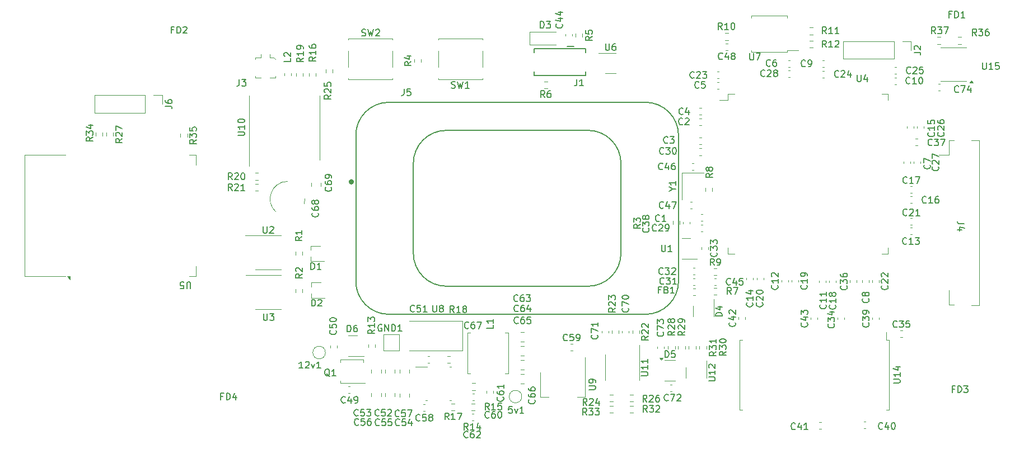
<source format=gbr>
%TF.GenerationSoftware,KiCad,Pcbnew,8.0.8*%
%TF.CreationDate,2025-03-03T12:04:37+03:00*%
%TF.ProjectId,Dash 6.8,44617368-2036-42e3-982e-6b696361645f,rev?*%
%TF.SameCoordinates,Original*%
%TF.FileFunction,Legend,Top*%
%TF.FilePolarity,Positive*%
%FSLAX46Y46*%
G04 Gerber Fmt 4.6, Leading zero omitted, Abs format (unit mm)*
G04 Created by KiCad (PCBNEW 8.0.8) date 2025-03-03 12:04:37*
%MOMM*%
%LPD*%
G01*
G04 APERTURE LIST*
%ADD10C,0.150000*%
%ADD11C,0.120000*%
%ADD12C,0.127000*%
%ADD13C,0.400000*%
G04 APERTURE END LIST*
D10*
X108966666Y-88481836D02*
X108966666Y-89196121D01*
X108966666Y-89196121D02*
X108919047Y-89338978D01*
X108919047Y-89338978D02*
X108823809Y-89434217D01*
X108823809Y-89434217D02*
X108680952Y-89481836D01*
X108680952Y-89481836D02*
X108585714Y-89481836D01*
X109347619Y-88481836D02*
X109966666Y-88481836D01*
X109966666Y-88481836D02*
X109633333Y-88862788D01*
X109633333Y-88862788D02*
X109776190Y-88862788D01*
X109776190Y-88862788D02*
X109871428Y-88910407D01*
X109871428Y-88910407D02*
X109919047Y-88958026D01*
X109919047Y-88958026D02*
X109966666Y-89053264D01*
X109966666Y-89053264D02*
X109966666Y-89291359D01*
X109966666Y-89291359D02*
X109919047Y-89386597D01*
X109919047Y-89386597D02*
X109871428Y-89434217D01*
X109871428Y-89434217D02*
X109776190Y-89481836D01*
X109776190Y-89481836D02*
X109490476Y-89481836D01*
X109490476Y-89481836D02*
X109395238Y-89434217D01*
X109395238Y-89434217D02*
X109347619Y-89386597D01*
X218595180Y-110366666D02*
X217880895Y-110366666D01*
X217880895Y-110366666D02*
X217738038Y-110319047D01*
X217738038Y-110319047D02*
X217642800Y-110223809D01*
X217642800Y-110223809D02*
X217595180Y-110080952D01*
X217595180Y-110080952D02*
X217595180Y-109985714D01*
X218261847Y-111271428D02*
X217595180Y-111271428D01*
X218642800Y-111033333D02*
X217928514Y-110795238D01*
X217928514Y-110795238D02*
X217928514Y-111414285D01*
X197757142Y-81554819D02*
X197423809Y-81078628D01*
X197185714Y-81554819D02*
X197185714Y-80554819D01*
X197185714Y-80554819D02*
X197566666Y-80554819D01*
X197566666Y-80554819D02*
X197661904Y-80602438D01*
X197661904Y-80602438D02*
X197709523Y-80650057D01*
X197709523Y-80650057D02*
X197757142Y-80745295D01*
X197757142Y-80745295D02*
X197757142Y-80888152D01*
X197757142Y-80888152D02*
X197709523Y-80983390D01*
X197709523Y-80983390D02*
X197661904Y-81031009D01*
X197661904Y-81031009D02*
X197566666Y-81078628D01*
X197566666Y-81078628D02*
X197185714Y-81078628D01*
X198709523Y-81554819D02*
X198138095Y-81554819D01*
X198423809Y-81554819D02*
X198423809Y-80554819D01*
X198423809Y-80554819D02*
X198328571Y-80697676D01*
X198328571Y-80697676D02*
X198233333Y-80792914D01*
X198233333Y-80792914D02*
X198138095Y-80840533D01*
X199661904Y-81554819D02*
X199090476Y-81554819D01*
X199376190Y-81554819D02*
X199376190Y-80554819D01*
X199376190Y-80554819D02*
X199280952Y-80697676D01*
X199280952Y-80697676D02*
X199185714Y-80792914D01*
X199185714Y-80792914D02*
X199090476Y-80840533D01*
X198879580Y-125492857D02*
X198927200Y-125540476D01*
X198927200Y-125540476D02*
X198974819Y-125683333D01*
X198974819Y-125683333D02*
X198974819Y-125778571D01*
X198974819Y-125778571D02*
X198927200Y-125921428D01*
X198927200Y-125921428D02*
X198831961Y-126016666D01*
X198831961Y-126016666D02*
X198736723Y-126064285D01*
X198736723Y-126064285D02*
X198546247Y-126111904D01*
X198546247Y-126111904D02*
X198403390Y-126111904D01*
X198403390Y-126111904D02*
X198212914Y-126064285D01*
X198212914Y-126064285D02*
X198117676Y-126016666D01*
X198117676Y-126016666D02*
X198022438Y-125921428D01*
X198022438Y-125921428D02*
X197974819Y-125778571D01*
X197974819Y-125778571D02*
X197974819Y-125683333D01*
X197974819Y-125683333D02*
X198022438Y-125540476D01*
X198022438Y-125540476D02*
X198070057Y-125492857D01*
X197974819Y-125159523D02*
X197974819Y-124540476D01*
X197974819Y-124540476D02*
X198355771Y-124873809D01*
X198355771Y-124873809D02*
X198355771Y-124730952D01*
X198355771Y-124730952D02*
X198403390Y-124635714D01*
X198403390Y-124635714D02*
X198451009Y-124588095D01*
X198451009Y-124588095D02*
X198546247Y-124540476D01*
X198546247Y-124540476D02*
X198784342Y-124540476D01*
X198784342Y-124540476D02*
X198879580Y-124588095D01*
X198879580Y-124588095D02*
X198927200Y-124635714D01*
X198927200Y-124635714D02*
X198974819Y-124730952D01*
X198974819Y-124730952D02*
X198974819Y-125016666D01*
X198974819Y-125016666D02*
X198927200Y-125111904D01*
X198927200Y-125111904D02*
X198879580Y-125159523D01*
X198308152Y-123683333D02*
X198974819Y-123683333D01*
X197927200Y-123921428D02*
X198641485Y-124159523D01*
X198641485Y-124159523D02*
X198641485Y-123540476D01*
X141457142Y-123781836D02*
X141123809Y-123305645D01*
X140885714Y-123781836D02*
X140885714Y-122781836D01*
X140885714Y-122781836D02*
X141266666Y-122781836D01*
X141266666Y-122781836D02*
X141361904Y-122829455D01*
X141361904Y-122829455D02*
X141409523Y-122877074D01*
X141409523Y-122877074D02*
X141457142Y-122972312D01*
X141457142Y-122972312D02*
X141457142Y-123115169D01*
X141457142Y-123115169D02*
X141409523Y-123210407D01*
X141409523Y-123210407D02*
X141361904Y-123258026D01*
X141361904Y-123258026D02*
X141266666Y-123305645D01*
X141266666Y-123305645D02*
X140885714Y-123305645D01*
X142409523Y-123781836D02*
X141838095Y-123781836D01*
X142123809Y-123781836D02*
X142123809Y-122781836D01*
X142123809Y-122781836D02*
X142028571Y-122924693D01*
X142028571Y-122924693D02*
X141933333Y-123019931D01*
X141933333Y-123019931D02*
X141838095Y-123067550D01*
X142980952Y-123210407D02*
X142885714Y-123162788D01*
X142885714Y-123162788D02*
X142838095Y-123115169D01*
X142838095Y-123115169D02*
X142790476Y-123019931D01*
X142790476Y-123019931D02*
X142790476Y-122972312D01*
X142790476Y-122972312D02*
X142838095Y-122877074D01*
X142838095Y-122877074D02*
X142885714Y-122829455D01*
X142885714Y-122829455D02*
X142980952Y-122781836D01*
X142980952Y-122781836D02*
X143171428Y-122781836D01*
X143171428Y-122781836D02*
X143266666Y-122829455D01*
X143266666Y-122829455D02*
X143314285Y-122877074D01*
X143314285Y-122877074D02*
X143361904Y-122972312D01*
X143361904Y-122972312D02*
X143361904Y-123019931D01*
X143361904Y-123019931D02*
X143314285Y-123115169D01*
X143314285Y-123115169D02*
X143266666Y-123162788D01*
X143266666Y-123162788D02*
X143171428Y-123210407D01*
X143171428Y-123210407D02*
X142980952Y-123210407D01*
X142980952Y-123210407D02*
X142885714Y-123258026D01*
X142885714Y-123258026D02*
X142838095Y-123305645D01*
X142838095Y-123305645D02*
X142790476Y-123400883D01*
X142790476Y-123400883D02*
X142790476Y-123591359D01*
X142790476Y-123591359D02*
X142838095Y-123686597D01*
X142838095Y-123686597D02*
X142885714Y-123734217D01*
X142885714Y-123734217D02*
X142980952Y-123781836D01*
X142980952Y-123781836D02*
X143171428Y-123781836D01*
X143171428Y-123781836D02*
X143266666Y-123734217D01*
X143266666Y-123734217D02*
X143314285Y-123686597D01*
X143314285Y-123686597D02*
X143361904Y-123591359D01*
X143361904Y-123591359D02*
X143361904Y-123400883D01*
X143361904Y-123400883D02*
X143314285Y-123305645D01*
X143314285Y-123305645D02*
X143266666Y-123258026D01*
X143266666Y-123258026D02*
X143171428Y-123210407D01*
X161557142Y-137804819D02*
X161223809Y-137328628D01*
X160985714Y-137804819D02*
X160985714Y-136804819D01*
X160985714Y-136804819D02*
X161366666Y-136804819D01*
X161366666Y-136804819D02*
X161461904Y-136852438D01*
X161461904Y-136852438D02*
X161509523Y-136900057D01*
X161509523Y-136900057D02*
X161557142Y-136995295D01*
X161557142Y-136995295D02*
X161557142Y-137138152D01*
X161557142Y-137138152D02*
X161509523Y-137233390D01*
X161509523Y-137233390D02*
X161461904Y-137281009D01*
X161461904Y-137281009D02*
X161366666Y-137328628D01*
X161366666Y-137328628D02*
X160985714Y-137328628D01*
X161938095Y-136900057D02*
X161985714Y-136852438D01*
X161985714Y-136852438D02*
X162080952Y-136804819D01*
X162080952Y-136804819D02*
X162319047Y-136804819D01*
X162319047Y-136804819D02*
X162414285Y-136852438D01*
X162414285Y-136852438D02*
X162461904Y-136900057D01*
X162461904Y-136900057D02*
X162509523Y-136995295D01*
X162509523Y-136995295D02*
X162509523Y-137090533D01*
X162509523Y-137090533D02*
X162461904Y-137233390D01*
X162461904Y-137233390D02*
X161890476Y-137804819D01*
X161890476Y-137804819D02*
X162509523Y-137804819D01*
X163366666Y-137138152D02*
X163366666Y-137804819D01*
X163128571Y-136757200D02*
X162890476Y-137471485D01*
X162890476Y-137471485D02*
X163509523Y-137471485D01*
X116754819Y-85266666D02*
X116754819Y-85742856D01*
X116754819Y-85742856D02*
X115754819Y-85742856D01*
X115850057Y-84980951D02*
X115802438Y-84933332D01*
X115802438Y-84933332D02*
X115754819Y-84838094D01*
X115754819Y-84838094D02*
X115754819Y-84599999D01*
X115754819Y-84599999D02*
X115802438Y-84504761D01*
X115802438Y-84504761D02*
X115850057Y-84457142D01*
X115850057Y-84457142D02*
X115945295Y-84409523D01*
X115945295Y-84409523D02*
X116040533Y-84409523D01*
X116040533Y-84409523D02*
X116183390Y-84457142D01*
X116183390Y-84457142D02*
X116754819Y-85028570D01*
X116754819Y-85028570D02*
X116754819Y-84409523D01*
X107907142Y-103654819D02*
X107573809Y-103178628D01*
X107335714Y-103654819D02*
X107335714Y-102654819D01*
X107335714Y-102654819D02*
X107716666Y-102654819D01*
X107716666Y-102654819D02*
X107811904Y-102702438D01*
X107811904Y-102702438D02*
X107859523Y-102750057D01*
X107859523Y-102750057D02*
X107907142Y-102845295D01*
X107907142Y-102845295D02*
X107907142Y-102988152D01*
X107907142Y-102988152D02*
X107859523Y-103083390D01*
X107859523Y-103083390D02*
X107811904Y-103131009D01*
X107811904Y-103131009D02*
X107716666Y-103178628D01*
X107716666Y-103178628D02*
X107335714Y-103178628D01*
X108288095Y-102750057D02*
X108335714Y-102702438D01*
X108335714Y-102702438D02*
X108430952Y-102654819D01*
X108430952Y-102654819D02*
X108669047Y-102654819D01*
X108669047Y-102654819D02*
X108764285Y-102702438D01*
X108764285Y-102702438D02*
X108811904Y-102750057D01*
X108811904Y-102750057D02*
X108859523Y-102845295D01*
X108859523Y-102845295D02*
X108859523Y-102940533D01*
X108859523Y-102940533D02*
X108811904Y-103083390D01*
X108811904Y-103083390D02*
X108240476Y-103654819D01*
X108240476Y-103654819D02*
X108859523Y-103654819D01*
X109478571Y-102654819D02*
X109573809Y-102654819D01*
X109573809Y-102654819D02*
X109669047Y-102702438D01*
X109669047Y-102702438D02*
X109716666Y-102750057D01*
X109716666Y-102750057D02*
X109764285Y-102845295D01*
X109764285Y-102845295D02*
X109811904Y-103035771D01*
X109811904Y-103035771D02*
X109811904Y-103273866D01*
X109811904Y-103273866D02*
X109764285Y-103464342D01*
X109764285Y-103464342D02*
X109716666Y-103559580D01*
X109716666Y-103559580D02*
X109669047Y-103607200D01*
X109669047Y-103607200D02*
X109573809Y-103654819D01*
X109573809Y-103654819D02*
X109478571Y-103654819D01*
X109478571Y-103654819D02*
X109383333Y-103607200D01*
X109383333Y-103607200D02*
X109335714Y-103559580D01*
X109335714Y-103559580D02*
X109288095Y-103464342D01*
X109288095Y-103464342D02*
X109240476Y-103273866D01*
X109240476Y-103273866D02*
X109240476Y-103035771D01*
X109240476Y-103035771D02*
X109288095Y-102845295D01*
X109288095Y-102845295D02*
X109335714Y-102750057D01*
X109335714Y-102750057D02*
X109383333Y-102702438D01*
X109383333Y-102702438D02*
X109478571Y-102654819D01*
X150230952Y-138004819D02*
X149754762Y-138004819D01*
X149754762Y-138004819D02*
X149707143Y-138481009D01*
X149707143Y-138481009D02*
X149754762Y-138433390D01*
X149754762Y-138433390D02*
X149850000Y-138385771D01*
X149850000Y-138385771D02*
X150088095Y-138385771D01*
X150088095Y-138385771D02*
X150183333Y-138433390D01*
X150183333Y-138433390D02*
X150230952Y-138481009D01*
X150230952Y-138481009D02*
X150278571Y-138576247D01*
X150278571Y-138576247D02*
X150278571Y-138814342D01*
X150278571Y-138814342D02*
X150230952Y-138909580D01*
X150230952Y-138909580D02*
X150183333Y-138957200D01*
X150183333Y-138957200D02*
X150088095Y-139004819D01*
X150088095Y-139004819D02*
X149850000Y-139004819D01*
X149850000Y-139004819D02*
X149754762Y-138957200D01*
X149754762Y-138957200D02*
X149707143Y-138909580D01*
X150611905Y-138338152D02*
X150850000Y-139004819D01*
X150850000Y-139004819D02*
X151088095Y-138338152D01*
X151992857Y-139004819D02*
X151421429Y-139004819D01*
X151707143Y-139004819D02*
X151707143Y-138004819D01*
X151707143Y-138004819D02*
X151611905Y-138147676D01*
X151611905Y-138147676D02*
X151516667Y-138242914D01*
X151516667Y-138242914D02*
X151421429Y-138290533D01*
X135457142Y-123586597D02*
X135409523Y-123634217D01*
X135409523Y-123634217D02*
X135266666Y-123681836D01*
X135266666Y-123681836D02*
X135171428Y-123681836D01*
X135171428Y-123681836D02*
X135028571Y-123634217D01*
X135028571Y-123634217D02*
X134933333Y-123538978D01*
X134933333Y-123538978D02*
X134885714Y-123443740D01*
X134885714Y-123443740D02*
X134838095Y-123253264D01*
X134838095Y-123253264D02*
X134838095Y-123110407D01*
X134838095Y-123110407D02*
X134885714Y-122919931D01*
X134885714Y-122919931D02*
X134933333Y-122824693D01*
X134933333Y-122824693D02*
X135028571Y-122729455D01*
X135028571Y-122729455D02*
X135171428Y-122681836D01*
X135171428Y-122681836D02*
X135266666Y-122681836D01*
X135266666Y-122681836D02*
X135409523Y-122729455D01*
X135409523Y-122729455D02*
X135457142Y-122777074D01*
X136361904Y-122681836D02*
X135885714Y-122681836D01*
X135885714Y-122681836D02*
X135838095Y-123158026D01*
X135838095Y-123158026D02*
X135885714Y-123110407D01*
X135885714Y-123110407D02*
X135980952Y-123062788D01*
X135980952Y-123062788D02*
X136219047Y-123062788D01*
X136219047Y-123062788D02*
X136314285Y-123110407D01*
X136314285Y-123110407D02*
X136361904Y-123158026D01*
X136361904Y-123158026D02*
X136409523Y-123253264D01*
X136409523Y-123253264D02*
X136409523Y-123491359D01*
X136409523Y-123491359D02*
X136361904Y-123586597D01*
X136361904Y-123586597D02*
X136314285Y-123634217D01*
X136314285Y-123634217D02*
X136219047Y-123681836D01*
X136219047Y-123681836D02*
X135980952Y-123681836D01*
X135980952Y-123681836D02*
X135885714Y-123634217D01*
X135885714Y-123634217D02*
X135838095Y-123586597D01*
X137361904Y-123681836D02*
X136790476Y-123681836D01*
X137076190Y-123681836D02*
X137076190Y-122681836D01*
X137076190Y-122681836D02*
X136980952Y-122824693D01*
X136980952Y-122824693D02*
X136885714Y-122919931D01*
X136885714Y-122919931D02*
X136790476Y-122967550D01*
X118602380Y-132204819D02*
X118030952Y-132204819D01*
X118316666Y-132204819D02*
X118316666Y-131204819D01*
X118316666Y-131204819D02*
X118221428Y-131347676D01*
X118221428Y-131347676D02*
X118126190Y-131442914D01*
X118126190Y-131442914D02*
X118030952Y-131490533D01*
X118983333Y-131300057D02*
X119030952Y-131252438D01*
X119030952Y-131252438D02*
X119126190Y-131204819D01*
X119126190Y-131204819D02*
X119364285Y-131204819D01*
X119364285Y-131204819D02*
X119459523Y-131252438D01*
X119459523Y-131252438D02*
X119507142Y-131300057D01*
X119507142Y-131300057D02*
X119554761Y-131395295D01*
X119554761Y-131395295D02*
X119554761Y-131490533D01*
X119554761Y-131490533D02*
X119507142Y-131633390D01*
X119507142Y-131633390D02*
X118935714Y-132204819D01*
X118935714Y-132204819D02*
X119554761Y-132204819D01*
X119888095Y-131538152D02*
X120126190Y-132204819D01*
X120126190Y-132204819D02*
X120364285Y-131538152D01*
X121269047Y-132204819D02*
X120697619Y-132204819D01*
X120983333Y-132204819D02*
X120983333Y-131204819D01*
X120983333Y-131204819D02*
X120888095Y-131347676D01*
X120888095Y-131347676D02*
X120792857Y-131442914D01*
X120792857Y-131442914D02*
X120697619Y-131490533D01*
X107907142Y-105304819D02*
X107573809Y-104828628D01*
X107335714Y-105304819D02*
X107335714Y-104304819D01*
X107335714Y-104304819D02*
X107716666Y-104304819D01*
X107716666Y-104304819D02*
X107811904Y-104352438D01*
X107811904Y-104352438D02*
X107859523Y-104400057D01*
X107859523Y-104400057D02*
X107907142Y-104495295D01*
X107907142Y-104495295D02*
X107907142Y-104638152D01*
X107907142Y-104638152D02*
X107859523Y-104733390D01*
X107859523Y-104733390D02*
X107811904Y-104781009D01*
X107811904Y-104781009D02*
X107716666Y-104828628D01*
X107716666Y-104828628D02*
X107335714Y-104828628D01*
X108288095Y-104400057D02*
X108335714Y-104352438D01*
X108335714Y-104352438D02*
X108430952Y-104304819D01*
X108430952Y-104304819D02*
X108669047Y-104304819D01*
X108669047Y-104304819D02*
X108764285Y-104352438D01*
X108764285Y-104352438D02*
X108811904Y-104400057D01*
X108811904Y-104400057D02*
X108859523Y-104495295D01*
X108859523Y-104495295D02*
X108859523Y-104590533D01*
X108859523Y-104590533D02*
X108811904Y-104733390D01*
X108811904Y-104733390D02*
X108240476Y-105304819D01*
X108240476Y-105304819D02*
X108859523Y-105304819D01*
X109811904Y-105304819D02*
X109240476Y-105304819D01*
X109526190Y-105304819D02*
X109526190Y-104304819D01*
X109526190Y-104304819D02*
X109430952Y-104447676D01*
X109430952Y-104447676D02*
X109335714Y-104542914D01*
X109335714Y-104542914D02*
X109240476Y-104590533D01*
X127516667Y-81857200D02*
X127659524Y-81904819D01*
X127659524Y-81904819D02*
X127897619Y-81904819D01*
X127897619Y-81904819D02*
X127992857Y-81857200D01*
X127992857Y-81857200D02*
X128040476Y-81809580D01*
X128040476Y-81809580D02*
X128088095Y-81714342D01*
X128088095Y-81714342D02*
X128088095Y-81619104D01*
X128088095Y-81619104D02*
X128040476Y-81523866D01*
X128040476Y-81523866D02*
X127992857Y-81476247D01*
X127992857Y-81476247D02*
X127897619Y-81428628D01*
X127897619Y-81428628D02*
X127707143Y-81381009D01*
X127707143Y-81381009D02*
X127611905Y-81333390D01*
X127611905Y-81333390D02*
X127564286Y-81285771D01*
X127564286Y-81285771D02*
X127516667Y-81190533D01*
X127516667Y-81190533D02*
X127516667Y-81095295D01*
X127516667Y-81095295D02*
X127564286Y-81000057D01*
X127564286Y-81000057D02*
X127611905Y-80952438D01*
X127611905Y-80952438D02*
X127707143Y-80904819D01*
X127707143Y-80904819D02*
X127945238Y-80904819D01*
X127945238Y-80904819D02*
X128088095Y-80952438D01*
X128421429Y-80904819D02*
X128659524Y-81904819D01*
X128659524Y-81904819D02*
X128850000Y-81190533D01*
X128850000Y-81190533D02*
X129040476Y-81904819D01*
X129040476Y-81904819D02*
X129278572Y-80904819D01*
X129611905Y-81000057D02*
X129659524Y-80952438D01*
X129659524Y-80952438D02*
X129754762Y-80904819D01*
X129754762Y-80904819D02*
X129992857Y-80904819D01*
X129992857Y-80904819D02*
X130088095Y-80952438D01*
X130088095Y-80952438D02*
X130135714Y-81000057D01*
X130135714Y-81000057D02*
X130183333Y-81095295D01*
X130183333Y-81095295D02*
X130183333Y-81190533D01*
X130183333Y-81190533D02*
X130135714Y-81333390D01*
X130135714Y-81333390D02*
X129564286Y-81904819D01*
X129564286Y-81904819D02*
X130183333Y-81904819D01*
X143557142Y-141554819D02*
X143223809Y-141078628D01*
X142985714Y-141554819D02*
X142985714Y-140554819D01*
X142985714Y-140554819D02*
X143366666Y-140554819D01*
X143366666Y-140554819D02*
X143461904Y-140602438D01*
X143461904Y-140602438D02*
X143509523Y-140650057D01*
X143509523Y-140650057D02*
X143557142Y-140745295D01*
X143557142Y-140745295D02*
X143557142Y-140888152D01*
X143557142Y-140888152D02*
X143509523Y-140983390D01*
X143509523Y-140983390D02*
X143461904Y-141031009D01*
X143461904Y-141031009D02*
X143366666Y-141078628D01*
X143366666Y-141078628D02*
X142985714Y-141078628D01*
X144509523Y-141554819D02*
X143938095Y-141554819D01*
X144223809Y-141554819D02*
X144223809Y-140554819D01*
X144223809Y-140554819D02*
X144128571Y-140697676D01*
X144128571Y-140697676D02*
X144033333Y-140792914D01*
X144033333Y-140792914D02*
X143938095Y-140840533D01*
X145366666Y-140888152D02*
X145366666Y-141554819D01*
X145128571Y-140507200D02*
X144890476Y-141221485D01*
X144890476Y-141221485D02*
X145509523Y-141221485D01*
X112638095Y-123954819D02*
X112638095Y-124764342D01*
X112638095Y-124764342D02*
X112685714Y-124859580D01*
X112685714Y-124859580D02*
X112733333Y-124907200D01*
X112733333Y-124907200D02*
X112828571Y-124954819D01*
X112828571Y-124954819D02*
X113019047Y-124954819D01*
X113019047Y-124954819D02*
X113114285Y-124907200D01*
X113114285Y-124907200D02*
X113161904Y-124859580D01*
X113161904Y-124859580D02*
X113209523Y-124764342D01*
X113209523Y-124764342D02*
X113209523Y-123954819D01*
X113590476Y-123954819D02*
X114209523Y-123954819D01*
X114209523Y-123954819D02*
X113876190Y-124335771D01*
X113876190Y-124335771D02*
X114019047Y-124335771D01*
X114019047Y-124335771D02*
X114114285Y-124383390D01*
X114114285Y-124383390D02*
X114161904Y-124431009D01*
X114161904Y-124431009D02*
X114209523Y-124526247D01*
X114209523Y-124526247D02*
X114209523Y-124764342D01*
X114209523Y-124764342D02*
X114161904Y-124859580D01*
X114161904Y-124859580D02*
X114114285Y-124907200D01*
X114114285Y-124907200D02*
X114019047Y-124954819D01*
X114019047Y-124954819D02*
X113733333Y-124954819D01*
X113733333Y-124954819D02*
X113638095Y-124907200D01*
X113638095Y-124907200D02*
X113590476Y-124859580D01*
X210407142Y-89059580D02*
X210359523Y-89107200D01*
X210359523Y-89107200D02*
X210216666Y-89154819D01*
X210216666Y-89154819D02*
X210121428Y-89154819D01*
X210121428Y-89154819D02*
X209978571Y-89107200D01*
X209978571Y-89107200D02*
X209883333Y-89011961D01*
X209883333Y-89011961D02*
X209835714Y-88916723D01*
X209835714Y-88916723D02*
X209788095Y-88726247D01*
X209788095Y-88726247D02*
X209788095Y-88583390D01*
X209788095Y-88583390D02*
X209835714Y-88392914D01*
X209835714Y-88392914D02*
X209883333Y-88297676D01*
X209883333Y-88297676D02*
X209978571Y-88202438D01*
X209978571Y-88202438D02*
X210121428Y-88154819D01*
X210121428Y-88154819D02*
X210216666Y-88154819D01*
X210216666Y-88154819D02*
X210359523Y-88202438D01*
X210359523Y-88202438D02*
X210407142Y-88250057D01*
X211359523Y-89154819D02*
X210788095Y-89154819D01*
X211073809Y-89154819D02*
X211073809Y-88154819D01*
X211073809Y-88154819D02*
X210978571Y-88297676D01*
X210978571Y-88297676D02*
X210883333Y-88392914D01*
X210883333Y-88392914D02*
X210788095Y-88440533D01*
X211978571Y-88154819D02*
X212073809Y-88154819D01*
X212073809Y-88154819D02*
X212169047Y-88202438D01*
X212169047Y-88202438D02*
X212216666Y-88250057D01*
X212216666Y-88250057D02*
X212264285Y-88345295D01*
X212264285Y-88345295D02*
X212311904Y-88535771D01*
X212311904Y-88535771D02*
X212311904Y-88773866D01*
X212311904Y-88773866D02*
X212264285Y-88964342D01*
X212264285Y-88964342D02*
X212216666Y-89059580D01*
X212216666Y-89059580D02*
X212169047Y-89107200D01*
X212169047Y-89107200D02*
X212073809Y-89154819D01*
X212073809Y-89154819D02*
X211978571Y-89154819D01*
X211978571Y-89154819D02*
X211883333Y-89107200D01*
X211883333Y-89107200D02*
X211835714Y-89059580D01*
X211835714Y-89059580D02*
X211788095Y-88964342D01*
X211788095Y-88964342D02*
X211740476Y-88773866D01*
X211740476Y-88773866D02*
X211740476Y-88535771D01*
X211740476Y-88535771D02*
X211788095Y-88345295D01*
X211788095Y-88345295D02*
X211835714Y-88250057D01*
X211835714Y-88250057D02*
X211883333Y-88202438D01*
X211883333Y-88202438D02*
X211978571Y-88154819D01*
X202438095Y-87804819D02*
X202438095Y-88614342D01*
X202438095Y-88614342D02*
X202485714Y-88709580D01*
X202485714Y-88709580D02*
X202533333Y-88757200D01*
X202533333Y-88757200D02*
X202628571Y-88804819D01*
X202628571Y-88804819D02*
X202819047Y-88804819D01*
X202819047Y-88804819D02*
X202914285Y-88757200D01*
X202914285Y-88757200D02*
X202961904Y-88709580D01*
X202961904Y-88709580D02*
X203009523Y-88614342D01*
X203009523Y-88614342D02*
X203009523Y-87804819D01*
X203914285Y-88138152D02*
X203914285Y-88804819D01*
X203676190Y-87757200D02*
X203438095Y-88471485D01*
X203438095Y-88471485D02*
X204057142Y-88471485D01*
X183257142Y-119509580D02*
X183209523Y-119557200D01*
X183209523Y-119557200D02*
X183066666Y-119604819D01*
X183066666Y-119604819D02*
X182971428Y-119604819D01*
X182971428Y-119604819D02*
X182828571Y-119557200D01*
X182828571Y-119557200D02*
X182733333Y-119461961D01*
X182733333Y-119461961D02*
X182685714Y-119366723D01*
X182685714Y-119366723D02*
X182638095Y-119176247D01*
X182638095Y-119176247D02*
X182638095Y-119033390D01*
X182638095Y-119033390D02*
X182685714Y-118842914D01*
X182685714Y-118842914D02*
X182733333Y-118747676D01*
X182733333Y-118747676D02*
X182828571Y-118652438D01*
X182828571Y-118652438D02*
X182971428Y-118604819D01*
X182971428Y-118604819D02*
X183066666Y-118604819D01*
X183066666Y-118604819D02*
X183209523Y-118652438D01*
X183209523Y-118652438D02*
X183257142Y-118700057D01*
X184114285Y-118938152D02*
X184114285Y-119604819D01*
X183876190Y-118557200D02*
X183638095Y-119271485D01*
X183638095Y-119271485D02*
X184257142Y-119271485D01*
X185114285Y-118604819D02*
X184638095Y-118604819D01*
X184638095Y-118604819D02*
X184590476Y-119081009D01*
X184590476Y-119081009D02*
X184638095Y-119033390D01*
X184638095Y-119033390D02*
X184733333Y-118985771D01*
X184733333Y-118985771D02*
X184971428Y-118985771D01*
X184971428Y-118985771D02*
X185066666Y-119033390D01*
X185066666Y-119033390D02*
X185114285Y-119081009D01*
X185114285Y-119081009D02*
X185161904Y-119176247D01*
X185161904Y-119176247D02*
X185161904Y-119414342D01*
X185161904Y-119414342D02*
X185114285Y-119509580D01*
X185114285Y-119509580D02*
X185066666Y-119557200D01*
X185066666Y-119557200D02*
X184971428Y-119604819D01*
X184971428Y-119604819D02*
X184733333Y-119604819D01*
X184733333Y-119604819D02*
X184638095Y-119557200D01*
X184638095Y-119557200D02*
X184590476Y-119509580D01*
X204129580Y-125342857D02*
X204177200Y-125390476D01*
X204177200Y-125390476D02*
X204224819Y-125533333D01*
X204224819Y-125533333D02*
X204224819Y-125628571D01*
X204224819Y-125628571D02*
X204177200Y-125771428D01*
X204177200Y-125771428D02*
X204081961Y-125866666D01*
X204081961Y-125866666D02*
X203986723Y-125914285D01*
X203986723Y-125914285D02*
X203796247Y-125961904D01*
X203796247Y-125961904D02*
X203653390Y-125961904D01*
X203653390Y-125961904D02*
X203462914Y-125914285D01*
X203462914Y-125914285D02*
X203367676Y-125866666D01*
X203367676Y-125866666D02*
X203272438Y-125771428D01*
X203272438Y-125771428D02*
X203224819Y-125628571D01*
X203224819Y-125628571D02*
X203224819Y-125533333D01*
X203224819Y-125533333D02*
X203272438Y-125390476D01*
X203272438Y-125390476D02*
X203320057Y-125342857D01*
X203224819Y-125009523D02*
X203224819Y-124390476D01*
X203224819Y-124390476D02*
X203605771Y-124723809D01*
X203605771Y-124723809D02*
X203605771Y-124580952D01*
X203605771Y-124580952D02*
X203653390Y-124485714D01*
X203653390Y-124485714D02*
X203701009Y-124438095D01*
X203701009Y-124438095D02*
X203796247Y-124390476D01*
X203796247Y-124390476D02*
X204034342Y-124390476D01*
X204034342Y-124390476D02*
X204129580Y-124438095D01*
X204129580Y-124438095D02*
X204177200Y-124485714D01*
X204177200Y-124485714D02*
X204224819Y-124580952D01*
X204224819Y-124580952D02*
X204224819Y-124866666D01*
X204224819Y-124866666D02*
X204177200Y-124961904D01*
X204177200Y-124961904D02*
X204129580Y-125009523D01*
X204224819Y-123914285D02*
X204224819Y-123723809D01*
X204224819Y-123723809D02*
X204177200Y-123628571D01*
X204177200Y-123628571D02*
X204129580Y-123580952D01*
X204129580Y-123580952D02*
X203986723Y-123485714D01*
X203986723Y-123485714D02*
X203796247Y-123438095D01*
X203796247Y-123438095D02*
X203415295Y-123438095D01*
X203415295Y-123438095D02*
X203320057Y-123485714D01*
X203320057Y-123485714D02*
X203272438Y-123533333D01*
X203272438Y-123533333D02*
X203224819Y-123628571D01*
X203224819Y-123628571D02*
X203224819Y-123819047D01*
X203224819Y-123819047D02*
X203272438Y-123914285D01*
X203272438Y-123914285D02*
X203320057Y-123961904D01*
X203320057Y-123961904D02*
X203415295Y-124009523D01*
X203415295Y-124009523D02*
X203653390Y-124009523D01*
X203653390Y-124009523D02*
X203748628Y-123961904D01*
X203748628Y-123961904D02*
X203796247Y-123914285D01*
X203796247Y-123914285D02*
X203843866Y-123819047D01*
X203843866Y-123819047D02*
X203843866Y-123628571D01*
X203843866Y-123628571D02*
X203796247Y-123533333D01*
X203796247Y-123533333D02*
X203748628Y-123485714D01*
X203748628Y-123485714D02*
X203653390Y-123438095D01*
X177757142Y-88209580D02*
X177709523Y-88257200D01*
X177709523Y-88257200D02*
X177566666Y-88304819D01*
X177566666Y-88304819D02*
X177471428Y-88304819D01*
X177471428Y-88304819D02*
X177328571Y-88257200D01*
X177328571Y-88257200D02*
X177233333Y-88161961D01*
X177233333Y-88161961D02*
X177185714Y-88066723D01*
X177185714Y-88066723D02*
X177138095Y-87876247D01*
X177138095Y-87876247D02*
X177138095Y-87733390D01*
X177138095Y-87733390D02*
X177185714Y-87542914D01*
X177185714Y-87542914D02*
X177233333Y-87447676D01*
X177233333Y-87447676D02*
X177328571Y-87352438D01*
X177328571Y-87352438D02*
X177471428Y-87304819D01*
X177471428Y-87304819D02*
X177566666Y-87304819D01*
X177566666Y-87304819D02*
X177709523Y-87352438D01*
X177709523Y-87352438D02*
X177757142Y-87400057D01*
X178138095Y-87400057D02*
X178185714Y-87352438D01*
X178185714Y-87352438D02*
X178280952Y-87304819D01*
X178280952Y-87304819D02*
X178519047Y-87304819D01*
X178519047Y-87304819D02*
X178614285Y-87352438D01*
X178614285Y-87352438D02*
X178661904Y-87400057D01*
X178661904Y-87400057D02*
X178709523Y-87495295D01*
X178709523Y-87495295D02*
X178709523Y-87590533D01*
X178709523Y-87590533D02*
X178661904Y-87733390D01*
X178661904Y-87733390D02*
X178090476Y-88304819D01*
X178090476Y-88304819D02*
X178709523Y-88304819D01*
X179042857Y-87304819D02*
X179661904Y-87304819D01*
X179661904Y-87304819D02*
X179328571Y-87685771D01*
X179328571Y-87685771D02*
X179471428Y-87685771D01*
X179471428Y-87685771D02*
X179566666Y-87733390D01*
X179566666Y-87733390D02*
X179614285Y-87781009D01*
X179614285Y-87781009D02*
X179661904Y-87876247D01*
X179661904Y-87876247D02*
X179661904Y-88114342D01*
X179661904Y-88114342D02*
X179614285Y-88209580D01*
X179614285Y-88209580D02*
X179566666Y-88257200D01*
X179566666Y-88257200D02*
X179471428Y-88304819D01*
X179471428Y-88304819D02*
X179185714Y-88304819D01*
X179185714Y-88304819D02*
X179090476Y-88257200D01*
X179090476Y-88257200D02*
X179042857Y-88209580D01*
X170859580Y-110992857D02*
X170907200Y-111040476D01*
X170907200Y-111040476D02*
X170954819Y-111183333D01*
X170954819Y-111183333D02*
X170954819Y-111278571D01*
X170954819Y-111278571D02*
X170907200Y-111421428D01*
X170907200Y-111421428D02*
X170811961Y-111516666D01*
X170811961Y-111516666D02*
X170716723Y-111564285D01*
X170716723Y-111564285D02*
X170526247Y-111611904D01*
X170526247Y-111611904D02*
X170383390Y-111611904D01*
X170383390Y-111611904D02*
X170192914Y-111564285D01*
X170192914Y-111564285D02*
X170097676Y-111516666D01*
X170097676Y-111516666D02*
X170002438Y-111421428D01*
X170002438Y-111421428D02*
X169954819Y-111278571D01*
X169954819Y-111278571D02*
X169954819Y-111183333D01*
X169954819Y-111183333D02*
X170002438Y-111040476D01*
X170002438Y-111040476D02*
X170050057Y-110992857D01*
X169954819Y-110659523D02*
X169954819Y-110040476D01*
X169954819Y-110040476D02*
X170335771Y-110373809D01*
X170335771Y-110373809D02*
X170335771Y-110230952D01*
X170335771Y-110230952D02*
X170383390Y-110135714D01*
X170383390Y-110135714D02*
X170431009Y-110088095D01*
X170431009Y-110088095D02*
X170526247Y-110040476D01*
X170526247Y-110040476D02*
X170764342Y-110040476D01*
X170764342Y-110040476D02*
X170859580Y-110088095D01*
X170859580Y-110088095D02*
X170907200Y-110135714D01*
X170907200Y-110135714D02*
X170954819Y-110230952D01*
X170954819Y-110230952D02*
X170954819Y-110516666D01*
X170954819Y-110516666D02*
X170907200Y-110611904D01*
X170907200Y-110611904D02*
X170859580Y-110659523D01*
X170383390Y-109469047D02*
X170335771Y-109564285D01*
X170335771Y-109564285D02*
X170288152Y-109611904D01*
X170288152Y-109611904D02*
X170192914Y-109659523D01*
X170192914Y-109659523D02*
X170145295Y-109659523D01*
X170145295Y-109659523D02*
X170050057Y-109611904D01*
X170050057Y-109611904D02*
X170002438Y-109564285D01*
X170002438Y-109564285D02*
X169954819Y-109469047D01*
X169954819Y-109469047D02*
X169954819Y-109278571D01*
X169954819Y-109278571D02*
X170002438Y-109183333D01*
X170002438Y-109183333D02*
X170050057Y-109135714D01*
X170050057Y-109135714D02*
X170145295Y-109088095D01*
X170145295Y-109088095D02*
X170192914Y-109088095D01*
X170192914Y-109088095D02*
X170288152Y-109135714D01*
X170288152Y-109135714D02*
X170335771Y-109183333D01*
X170335771Y-109183333D02*
X170383390Y-109278571D01*
X170383390Y-109278571D02*
X170383390Y-109469047D01*
X170383390Y-109469047D02*
X170431009Y-109564285D01*
X170431009Y-109564285D02*
X170478628Y-109611904D01*
X170478628Y-109611904D02*
X170573866Y-109659523D01*
X170573866Y-109659523D02*
X170764342Y-109659523D01*
X170764342Y-109659523D02*
X170859580Y-109611904D01*
X170859580Y-109611904D02*
X170907200Y-109564285D01*
X170907200Y-109564285D02*
X170954819Y-109469047D01*
X170954819Y-109469047D02*
X170954819Y-109278571D01*
X170954819Y-109278571D02*
X170907200Y-109183333D01*
X170907200Y-109183333D02*
X170859580Y-109135714D01*
X170859580Y-109135714D02*
X170764342Y-109088095D01*
X170764342Y-109088095D02*
X170573866Y-109088095D01*
X170573866Y-109088095D02*
X170478628Y-109135714D01*
X170478628Y-109135714D02*
X170431009Y-109183333D01*
X170431009Y-109183333D02*
X170383390Y-109278571D01*
X181104819Y-129730357D02*
X180628628Y-130063690D01*
X181104819Y-130301785D02*
X180104819Y-130301785D01*
X180104819Y-130301785D02*
X180104819Y-129920833D01*
X180104819Y-129920833D02*
X180152438Y-129825595D01*
X180152438Y-129825595D02*
X180200057Y-129777976D01*
X180200057Y-129777976D02*
X180295295Y-129730357D01*
X180295295Y-129730357D02*
X180438152Y-129730357D01*
X180438152Y-129730357D02*
X180533390Y-129777976D01*
X180533390Y-129777976D02*
X180581009Y-129825595D01*
X180581009Y-129825595D02*
X180628628Y-129920833D01*
X180628628Y-129920833D02*
X180628628Y-130301785D01*
X180104819Y-129397023D02*
X180104819Y-128777976D01*
X180104819Y-128777976D02*
X180485771Y-129111309D01*
X180485771Y-129111309D02*
X180485771Y-128968452D01*
X180485771Y-128968452D02*
X180533390Y-128873214D01*
X180533390Y-128873214D02*
X180581009Y-128825595D01*
X180581009Y-128825595D02*
X180676247Y-128777976D01*
X180676247Y-128777976D02*
X180914342Y-128777976D01*
X180914342Y-128777976D02*
X181009580Y-128825595D01*
X181009580Y-128825595D02*
X181057200Y-128873214D01*
X181057200Y-128873214D02*
X181104819Y-128968452D01*
X181104819Y-128968452D02*
X181104819Y-129254166D01*
X181104819Y-129254166D02*
X181057200Y-129349404D01*
X181057200Y-129349404D02*
X181009580Y-129397023D01*
X181104819Y-127825595D02*
X181104819Y-128397023D01*
X181104819Y-128111309D02*
X180104819Y-128111309D01*
X180104819Y-128111309D02*
X180247676Y-128206547D01*
X180247676Y-128206547D02*
X180342914Y-128301785D01*
X180342914Y-128301785D02*
X180390533Y-128397023D01*
X141066667Y-89757200D02*
X141209524Y-89804819D01*
X141209524Y-89804819D02*
X141447619Y-89804819D01*
X141447619Y-89804819D02*
X141542857Y-89757200D01*
X141542857Y-89757200D02*
X141590476Y-89709580D01*
X141590476Y-89709580D02*
X141638095Y-89614342D01*
X141638095Y-89614342D02*
X141638095Y-89519104D01*
X141638095Y-89519104D02*
X141590476Y-89423866D01*
X141590476Y-89423866D02*
X141542857Y-89376247D01*
X141542857Y-89376247D02*
X141447619Y-89328628D01*
X141447619Y-89328628D02*
X141257143Y-89281009D01*
X141257143Y-89281009D02*
X141161905Y-89233390D01*
X141161905Y-89233390D02*
X141114286Y-89185771D01*
X141114286Y-89185771D02*
X141066667Y-89090533D01*
X141066667Y-89090533D02*
X141066667Y-88995295D01*
X141066667Y-88995295D02*
X141114286Y-88900057D01*
X141114286Y-88900057D02*
X141161905Y-88852438D01*
X141161905Y-88852438D02*
X141257143Y-88804819D01*
X141257143Y-88804819D02*
X141495238Y-88804819D01*
X141495238Y-88804819D02*
X141638095Y-88852438D01*
X141971429Y-88804819D02*
X142209524Y-89804819D01*
X142209524Y-89804819D02*
X142400000Y-89090533D01*
X142400000Y-89090533D02*
X142590476Y-89804819D01*
X142590476Y-89804819D02*
X142828572Y-88804819D01*
X143733333Y-89804819D02*
X143161905Y-89804819D01*
X143447619Y-89804819D02*
X143447619Y-88804819D01*
X143447619Y-88804819D02*
X143352381Y-88947676D01*
X143352381Y-88947676D02*
X143257143Y-89042914D01*
X143257143Y-89042914D02*
X143161905Y-89090533D01*
X194829580Y-125342857D02*
X194877200Y-125390476D01*
X194877200Y-125390476D02*
X194924819Y-125533333D01*
X194924819Y-125533333D02*
X194924819Y-125628571D01*
X194924819Y-125628571D02*
X194877200Y-125771428D01*
X194877200Y-125771428D02*
X194781961Y-125866666D01*
X194781961Y-125866666D02*
X194686723Y-125914285D01*
X194686723Y-125914285D02*
X194496247Y-125961904D01*
X194496247Y-125961904D02*
X194353390Y-125961904D01*
X194353390Y-125961904D02*
X194162914Y-125914285D01*
X194162914Y-125914285D02*
X194067676Y-125866666D01*
X194067676Y-125866666D02*
X193972438Y-125771428D01*
X193972438Y-125771428D02*
X193924819Y-125628571D01*
X193924819Y-125628571D02*
X193924819Y-125533333D01*
X193924819Y-125533333D02*
X193972438Y-125390476D01*
X193972438Y-125390476D02*
X194020057Y-125342857D01*
X194258152Y-124485714D02*
X194924819Y-124485714D01*
X193877200Y-124723809D02*
X194591485Y-124961904D01*
X194591485Y-124961904D02*
X194591485Y-124342857D01*
X193924819Y-124057142D02*
X193924819Y-123438095D01*
X193924819Y-123438095D02*
X194305771Y-123771428D01*
X194305771Y-123771428D02*
X194305771Y-123628571D01*
X194305771Y-123628571D02*
X194353390Y-123533333D01*
X194353390Y-123533333D02*
X194401009Y-123485714D01*
X194401009Y-123485714D02*
X194496247Y-123438095D01*
X194496247Y-123438095D02*
X194734342Y-123438095D01*
X194734342Y-123438095D02*
X194829580Y-123485714D01*
X194829580Y-123485714D02*
X194877200Y-123533333D01*
X194877200Y-123533333D02*
X194924819Y-123628571D01*
X194924819Y-123628571D02*
X194924819Y-123914285D01*
X194924819Y-123914285D02*
X194877200Y-124009523D01*
X194877200Y-124009523D02*
X194829580Y-124057142D01*
X220457142Y-81854819D02*
X220123809Y-81378628D01*
X219885714Y-81854819D02*
X219885714Y-80854819D01*
X219885714Y-80854819D02*
X220266666Y-80854819D01*
X220266666Y-80854819D02*
X220361904Y-80902438D01*
X220361904Y-80902438D02*
X220409523Y-80950057D01*
X220409523Y-80950057D02*
X220457142Y-81045295D01*
X220457142Y-81045295D02*
X220457142Y-81188152D01*
X220457142Y-81188152D02*
X220409523Y-81283390D01*
X220409523Y-81283390D02*
X220361904Y-81331009D01*
X220361904Y-81331009D02*
X220266666Y-81378628D01*
X220266666Y-81378628D02*
X219885714Y-81378628D01*
X220790476Y-80854819D02*
X221409523Y-80854819D01*
X221409523Y-80854819D02*
X221076190Y-81235771D01*
X221076190Y-81235771D02*
X221219047Y-81235771D01*
X221219047Y-81235771D02*
X221314285Y-81283390D01*
X221314285Y-81283390D02*
X221361904Y-81331009D01*
X221361904Y-81331009D02*
X221409523Y-81426247D01*
X221409523Y-81426247D02*
X221409523Y-81664342D01*
X221409523Y-81664342D02*
X221361904Y-81759580D01*
X221361904Y-81759580D02*
X221314285Y-81807200D01*
X221314285Y-81807200D02*
X221219047Y-81854819D01*
X221219047Y-81854819D02*
X220933333Y-81854819D01*
X220933333Y-81854819D02*
X220838095Y-81807200D01*
X220838095Y-81807200D02*
X220790476Y-81759580D01*
X222266666Y-80854819D02*
X222076190Y-80854819D01*
X222076190Y-80854819D02*
X221980952Y-80902438D01*
X221980952Y-80902438D02*
X221933333Y-80950057D01*
X221933333Y-80950057D02*
X221838095Y-81092914D01*
X221838095Y-81092914D02*
X221790476Y-81283390D01*
X221790476Y-81283390D02*
X221790476Y-81664342D01*
X221790476Y-81664342D02*
X221838095Y-81759580D01*
X221838095Y-81759580D02*
X221885714Y-81807200D01*
X221885714Y-81807200D02*
X221980952Y-81854819D01*
X221980952Y-81854819D02*
X222171428Y-81854819D01*
X222171428Y-81854819D02*
X222266666Y-81807200D01*
X222266666Y-81807200D02*
X222314285Y-81759580D01*
X222314285Y-81759580D02*
X222361904Y-81664342D01*
X222361904Y-81664342D02*
X222361904Y-81426247D01*
X222361904Y-81426247D02*
X222314285Y-81331009D01*
X222314285Y-81331009D02*
X222266666Y-81283390D01*
X222266666Y-81283390D02*
X222171428Y-81235771D01*
X222171428Y-81235771D02*
X221980952Y-81235771D01*
X221980952Y-81235771D02*
X221885714Y-81283390D01*
X221885714Y-81283390D02*
X221838095Y-81331009D01*
X221838095Y-81331009D02*
X221790476Y-81426247D01*
X130511904Y-125652438D02*
X130416666Y-125604819D01*
X130416666Y-125604819D02*
X130273809Y-125604819D01*
X130273809Y-125604819D02*
X130130952Y-125652438D01*
X130130952Y-125652438D02*
X130035714Y-125747676D01*
X130035714Y-125747676D02*
X129988095Y-125842914D01*
X129988095Y-125842914D02*
X129940476Y-126033390D01*
X129940476Y-126033390D02*
X129940476Y-126176247D01*
X129940476Y-126176247D02*
X129988095Y-126366723D01*
X129988095Y-126366723D02*
X130035714Y-126461961D01*
X130035714Y-126461961D02*
X130130952Y-126557200D01*
X130130952Y-126557200D02*
X130273809Y-126604819D01*
X130273809Y-126604819D02*
X130369047Y-126604819D01*
X130369047Y-126604819D02*
X130511904Y-126557200D01*
X130511904Y-126557200D02*
X130559523Y-126509580D01*
X130559523Y-126509580D02*
X130559523Y-126176247D01*
X130559523Y-126176247D02*
X130369047Y-126176247D01*
X130988095Y-126604819D02*
X130988095Y-125604819D01*
X130988095Y-125604819D02*
X131559523Y-126604819D01*
X131559523Y-126604819D02*
X131559523Y-125604819D01*
X132035714Y-126604819D02*
X132035714Y-125604819D01*
X132035714Y-125604819D02*
X132273809Y-125604819D01*
X132273809Y-125604819D02*
X132416666Y-125652438D01*
X132416666Y-125652438D02*
X132511904Y-125747676D01*
X132511904Y-125747676D02*
X132559523Y-125842914D01*
X132559523Y-125842914D02*
X132607142Y-126033390D01*
X132607142Y-126033390D02*
X132607142Y-126176247D01*
X132607142Y-126176247D02*
X132559523Y-126366723D01*
X132559523Y-126366723D02*
X132511904Y-126461961D01*
X132511904Y-126461961D02*
X132416666Y-126557200D01*
X132416666Y-126557200D02*
X132273809Y-126604819D01*
X132273809Y-126604819D02*
X132035714Y-126604819D01*
X133559523Y-126604819D02*
X132988095Y-126604819D01*
X133273809Y-126604819D02*
X133273809Y-125604819D01*
X133273809Y-125604819D02*
X133178571Y-125747676D01*
X133178571Y-125747676D02*
X133083333Y-125842914D01*
X133083333Y-125842914D02*
X132988095Y-125890533D01*
X209957142Y-104129580D02*
X209909523Y-104177200D01*
X209909523Y-104177200D02*
X209766666Y-104224819D01*
X209766666Y-104224819D02*
X209671428Y-104224819D01*
X209671428Y-104224819D02*
X209528571Y-104177200D01*
X209528571Y-104177200D02*
X209433333Y-104081961D01*
X209433333Y-104081961D02*
X209385714Y-103986723D01*
X209385714Y-103986723D02*
X209338095Y-103796247D01*
X209338095Y-103796247D02*
X209338095Y-103653390D01*
X209338095Y-103653390D02*
X209385714Y-103462914D01*
X209385714Y-103462914D02*
X209433333Y-103367676D01*
X209433333Y-103367676D02*
X209528571Y-103272438D01*
X209528571Y-103272438D02*
X209671428Y-103224819D01*
X209671428Y-103224819D02*
X209766666Y-103224819D01*
X209766666Y-103224819D02*
X209909523Y-103272438D01*
X209909523Y-103272438D02*
X209957142Y-103320057D01*
X210909523Y-104224819D02*
X210338095Y-104224819D01*
X210623809Y-104224819D02*
X210623809Y-103224819D01*
X210623809Y-103224819D02*
X210528571Y-103367676D01*
X210528571Y-103367676D02*
X210433333Y-103462914D01*
X210433333Y-103462914D02*
X210338095Y-103510533D01*
X211242857Y-103224819D02*
X211909523Y-103224819D01*
X211909523Y-103224819D02*
X211480952Y-104224819D01*
X173057142Y-117909580D02*
X173009523Y-117957200D01*
X173009523Y-117957200D02*
X172866666Y-118004819D01*
X172866666Y-118004819D02*
X172771428Y-118004819D01*
X172771428Y-118004819D02*
X172628571Y-117957200D01*
X172628571Y-117957200D02*
X172533333Y-117861961D01*
X172533333Y-117861961D02*
X172485714Y-117766723D01*
X172485714Y-117766723D02*
X172438095Y-117576247D01*
X172438095Y-117576247D02*
X172438095Y-117433390D01*
X172438095Y-117433390D02*
X172485714Y-117242914D01*
X172485714Y-117242914D02*
X172533333Y-117147676D01*
X172533333Y-117147676D02*
X172628571Y-117052438D01*
X172628571Y-117052438D02*
X172771428Y-117004819D01*
X172771428Y-117004819D02*
X172866666Y-117004819D01*
X172866666Y-117004819D02*
X173009523Y-117052438D01*
X173009523Y-117052438D02*
X173057142Y-117100057D01*
X173390476Y-117004819D02*
X174009523Y-117004819D01*
X174009523Y-117004819D02*
X173676190Y-117385771D01*
X173676190Y-117385771D02*
X173819047Y-117385771D01*
X173819047Y-117385771D02*
X173914285Y-117433390D01*
X173914285Y-117433390D02*
X173961904Y-117481009D01*
X173961904Y-117481009D02*
X174009523Y-117576247D01*
X174009523Y-117576247D02*
X174009523Y-117814342D01*
X174009523Y-117814342D02*
X173961904Y-117909580D01*
X173961904Y-117909580D02*
X173914285Y-117957200D01*
X173914285Y-117957200D02*
X173819047Y-118004819D01*
X173819047Y-118004819D02*
X173533333Y-118004819D01*
X173533333Y-118004819D02*
X173438095Y-117957200D01*
X173438095Y-117957200D02*
X173390476Y-117909580D01*
X174390476Y-117100057D02*
X174438095Y-117052438D01*
X174438095Y-117052438D02*
X174533333Y-117004819D01*
X174533333Y-117004819D02*
X174771428Y-117004819D01*
X174771428Y-117004819D02*
X174866666Y-117052438D01*
X174866666Y-117052438D02*
X174914285Y-117100057D01*
X174914285Y-117100057D02*
X174961904Y-117195295D01*
X174961904Y-117195295D02*
X174961904Y-117290533D01*
X174961904Y-117290533D02*
X174914285Y-117433390D01*
X174914285Y-117433390D02*
X174342857Y-118004819D01*
X174342857Y-118004819D02*
X174961904Y-118004819D01*
X97804819Y-92533333D02*
X98519104Y-92533333D01*
X98519104Y-92533333D02*
X98661961Y-92580952D01*
X98661961Y-92580952D02*
X98757200Y-92676190D01*
X98757200Y-92676190D02*
X98804819Y-92819047D01*
X98804819Y-92819047D02*
X98804819Y-92914285D01*
X97804819Y-91628571D02*
X97804819Y-91819047D01*
X97804819Y-91819047D02*
X97852438Y-91914285D01*
X97852438Y-91914285D02*
X97900057Y-91961904D01*
X97900057Y-91961904D02*
X98042914Y-92057142D01*
X98042914Y-92057142D02*
X98233390Y-92104761D01*
X98233390Y-92104761D02*
X98614342Y-92104761D01*
X98614342Y-92104761D02*
X98709580Y-92057142D01*
X98709580Y-92057142D02*
X98757200Y-92009523D01*
X98757200Y-92009523D02*
X98804819Y-91914285D01*
X98804819Y-91914285D02*
X98804819Y-91723809D01*
X98804819Y-91723809D02*
X98757200Y-91628571D01*
X98757200Y-91628571D02*
X98709580Y-91580952D01*
X98709580Y-91580952D02*
X98614342Y-91533333D01*
X98614342Y-91533333D02*
X98376247Y-91533333D01*
X98376247Y-91533333D02*
X98281009Y-91580952D01*
X98281009Y-91580952D02*
X98233390Y-91628571D01*
X98233390Y-91628571D02*
X98185771Y-91723809D01*
X98185771Y-91723809D02*
X98185771Y-91914285D01*
X98185771Y-91914285D02*
X98233390Y-92009523D01*
X98233390Y-92009523D02*
X98281009Y-92057142D01*
X98281009Y-92057142D02*
X98376247Y-92104761D01*
X161507142Y-139304819D02*
X161173809Y-138828628D01*
X160935714Y-139304819D02*
X160935714Y-138304819D01*
X160935714Y-138304819D02*
X161316666Y-138304819D01*
X161316666Y-138304819D02*
X161411904Y-138352438D01*
X161411904Y-138352438D02*
X161459523Y-138400057D01*
X161459523Y-138400057D02*
X161507142Y-138495295D01*
X161507142Y-138495295D02*
X161507142Y-138638152D01*
X161507142Y-138638152D02*
X161459523Y-138733390D01*
X161459523Y-138733390D02*
X161411904Y-138781009D01*
X161411904Y-138781009D02*
X161316666Y-138828628D01*
X161316666Y-138828628D02*
X160935714Y-138828628D01*
X161840476Y-138304819D02*
X162459523Y-138304819D01*
X162459523Y-138304819D02*
X162126190Y-138685771D01*
X162126190Y-138685771D02*
X162269047Y-138685771D01*
X162269047Y-138685771D02*
X162364285Y-138733390D01*
X162364285Y-138733390D02*
X162411904Y-138781009D01*
X162411904Y-138781009D02*
X162459523Y-138876247D01*
X162459523Y-138876247D02*
X162459523Y-139114342D01*
X162459523Y-139114342D02*
X162411904Y-139209580D01*
X162411904Y-139209580D02*
X162364285Y-139257200D01*
X162364285Y-139257200D02*
X162269047Y-139304819D01*
X162269047Y-139304819D02*
X161983333Y-139304819D01*
X161983333Y-139304819D02*
X161888095Y-139257200D01*
X161888095Y-139257200D02*
X161840476Y-139209580D01*
X162792857Y-138304819D02*
X163411904Y-138304819D01*
X163411904Y-138304819D02*
X163078571Y-138685771D01*
X163078571Y-138685771D02*
X163221428Y-138685771D01*
X163221428Y-138685771D02*
X163316666Y-138733390D01*
X163316666Y-138733390D02*
X163364285Y-138781009D01*
X163364285Y-138781009D02*
X163411904Y-138876247D01*
X163411904Y-138876247D02*
X163411904Y-139114342D01*
X163411904Y-139114342D02*
X163364285Y-139209580D01*
X163364285Y-139209580D02*
X163316666Y-139257200D01*
X163316666Y-139257200D02*
X163221428Y-139304819D01*
X163221428Y-139304819D02*
X162935714Y-139304819D01*
X162935714Y-139304819D02*
X162840476Y-139257200D01*
X162840476Y-139257200D02*
X162792857Y-139209580D01*
X118504819Y-117936666D02*
X118028628Y-118269999D01*
X118504819Y-118508094D02*
X117504819Y-118508094D01*
X117504819Y-118508094D02*
X117504819Y-118127142D01*
X117504819Y-118127142D02*
X117552438Y-118031904D01*
X117552438Y-118031904D02*
X117600057Y-117984285D01*
X117600057Y-117984285D02*
X117695295Y-117936666D01*
X117695295Y-117936666D02*
X117838152Y-117936666D01*
X117838152Y-117936666D02*
X117933390Y-117984285D01*
X117933390Y-117984285D02*
X117981009Y-118031904D01*
X117981009Y-118031904D02*
X118028628Y-118127142D01*
X118028628Y-118127142D02*
X118028628Y-118508094D01*
X117600057Y-117555713D02*
X117552438Y-117508094D01*
X117552438Y-117508094D02*
X117504819Y-117412856D01*
X117504819Y-117412856D02*
X117504819Y-117174761D01*
X117504819Y-117174761D02*
X117552438Y-117079523D01*
X117552438Y-117079523D02*
X117600057Y-117031904D01*
X117600057Y-117031904D02*
X117695295Y-116984285D01*
X117695295Y-116984285D02*
X117790533Y-116984285D01*
X117790533Y-116984285D02*
X117933390Y-117031904D01*
X117933390Y-117031904D02*
X118504819Y-117603332D01*
X118504819Y-117603332D02*
X118504819Y-116984285D01*
X180554819Y-102716666D02*
X180078628Y-103049999D01*
X180554819Y-103288094D02*
X179554819Y-103288094D01*
X179554819Y-103288094D02*
X179554819Y-102907142D01*
X179554819Y-102907142D02*
X179602438Y-102811904D01*
X179602438Y-102811904D02*
X179650057Y-102764285D01*
X179650057Y-102764285D02*
X179745295Y-102716666D01*
X179745295Y-102716666D02*
X179888152Y-102716666D01*
X179888152Y-102716666D02*
X179983390Y-102764285D01*
X179983390Y-102764285D02*
X180031009Y-102811904D01*
X180031009Y-102811904D02*
X180078628Y-102907142D01*
X180078628Y-102907142D02*
X180078628Y-103288094D01*
X179983390Y-102145237D02*
X179935771Y-102240475D01*
X179935771Y-102240475D02*
X179888152Y-102288094D01*
X179888152Y-102288094D02*
X179792914Y-102335713D01*
X179792914Y-102335713D02*
X179745295Y-102335713D01*
X179745295Y-102335713D02*
X179650057Y-102288094D01*
X179650057Y-102288094D02*
X179602438Y-102240475D01*
X179602438Y-102240475D02*
X179554819Y-102145237D01*
X179554819Y-102145237D02*
X179554819Y-101954761D01*
X179554819Y-101954761D02*
X179602438Y-101859523D01*
X179602438Y-101859523D02*
X179650057Y-101811904D01*
X179650057Y-101811904D02*
X179745295Y-101764285D01*
X179745295Y-101764285D02*
X179792914Y-101764285D01*
X179792914Y-101764285D02*
X179888152Y-101811904D01*
X179888152Y-101811904D02*
X179935771Y-101859523D01*
X179935771Y-101859523D02*
X179983390Y-101954761D01*
X179983390Y-101954761D02*
X179983390Y-102145237D01*
X179983390Y-102145237D02*
X180031009Y-102240475D01*
X180031009Y-102240475D02*
X180078628Y-102288094D01*
X180078628Y-102288094D02*
X180173866Y-102335713D01*
X180173866Y-102335713D02*
X180364342Y-102335713D01*
X180364342Y-102335713D02*
X180459580Y-102288094D01*
X180459580Y-102288094D02*
X180507200Y-102240475D01*
X180507200Y-102240475D02*
X180554819Y-102145237D01*
X180554819Y-102145237D02*
X180554819Y-101954761D01*
X180554819Y-101954761D02*
X180507200Y-101859523D01*
X180507200Y-101859523D02*
X180459580Y-101811904D01*
X180459580Y-101811904D02*
X180364342Y-101764285D01*
X180364342Y-101764285D02*
X180173866Y-101764285D01*
X180173866Y-101764285D02*
X180078628Y-101811904D01*
X180078628Y-101811904D02*
X180031009Y-101859523D01*
X180031009Y-101859523D02*
X179983390Y-101954761D01*
X182007142Y-80919819D02*
X181673809Y-80443628D01*
X181435714Y-80919819D02*
X181435714Y-79919819D01*
X181435714Y-79919819D02*
X181816666Y-79919819D01*
X181816666Y-79919819D02*
X181911904Y-79967438D01*
X181911904Y-79967438D02*
X181959523Y-80015057D01*
X181959523Y-80015057D02*
X182007142Y-80110295D01*
X182007142Y-80110295D02*
X182007142Y-80253152D01*
X182007142Y-80253152D02*
X181959523Y-80348390D01*
X181959523Y-80348390D02*
X181911904Y-80396009D01*
X181911904Y-80396009D02*
X181816666Y-80443628D01*
X181816666Y-80443628D02*
X181435714Y-80443628D01*
X182959523Y-80919819D02*
X182388095Y-80919819D01*
X182673809Y-80919819D02*
X182673809Y-79919819D01*
X182673809Y-79919819D02*
X182578571Y-80062676D01*
X182578571Y-80062676D02*
X182483333Y-80157914D01*
X182483333Y-80157914D02*
X182388095Y-80205533D01*
X183578571Y-79919819D02*
X183673809Y-79919819D01*
X183673809Y-79919819D02*
X183769047Y-79967438D01*
X183769047Y-79967438D02*
X183816666Y-80015057D01*
X183816666Y-80015057D02*
X183864285Y-80110295D01*
X183864285Y-80110295D02*
X183911904Y-80300771D01*
X183911904Y-80300771D02*
X183911904Y-80538866D01*
X183911904Y-80538866D02*
X183864285Y-80729342D01*
X183864285Y-80729342D02*
X183816666Y-80824580D01*
X183816666Y-80824580D02*
X183769047Y-80872200D01*
X183769047Y-80872200D02*
X183673809Y-80919819D01*
X183673809Y-80919819D02*
X183578571Y-80919819D01*
X183578571Y-80919819D02*
X183483333Y-80872200D01*
X183483333Y-80872200D02*
X183435714Y-80824580D01*
X183435714Y-80824580D02*
X183388095Y-80729342D01*
X183388095Y-80729342D02*
X183340476Y-80538866D01*
X183340476Y-80538866D02*
X183340476Y-80300771D01*
X183340476Y-80300771D02*
X183388095Y-80110295D01*
X183388095Y-80110295D02*
X183435714Y-80015057D01*
X183435714Y-80015057D02*
X183483333Y-79967438D01*
X183483333Y-79967438D02*
X183578571Y-79919819D01*
X189283333Y-86409580D02*
X189235714Y-86457200D01*
X189235714Y-86457200D02*
X189092857Y-86504819D01*
X189092857Y-86504819D02*
X188997619Y-86504819D01*
X188997619Y-86504819D02*
X188854762Y-86457200D01*
X188854762Y-86457200D02*
X188759524Y-86361961D01*
X188759524Y-86361961D02*
X188711905Y-86266723D01*
X188711905Y-86266723D02*
X188664286Y-86076247D01*
X188664286Y-86076247D02*
X188664286Y-85933390D01*
X188664286Y-85933390D02*
X188711905Y-85742914D01*
X188711905Y-85742914D02*
X188759524Y-85647676D01*
X188759524Y-85647676D02*
X188854762Y-85552438D01*
X188854762Y-85552438D02*
X188997619Y-85504819D01*
X188997619Y-85504819D02*
X189092857Y-85504819D01*
X189092857Y-85504819D02*
X189235714Y-85552438D01*
X189235714Y-85552438D02*
X189283333Y-85600057D01*
X190140476Y-85504819D02*
X189950000Y-85504819D01*
X189950000Y-85504819D02*
X189854762Y-85552438D01*
X189854762Y-85552438D02*
X189807143Y-85600057D01*
X189807143Y-85600057D02*
X189711905Y-85742914D01*
X189711905Y-85742914D02*
X189664286Y-85933390D01*
X189664286Y-85933390D02*
X189664286Y-86314342D01*
X189664286Y-86314342D02*
X189711905Y-86409580D01*
X189711905Y-86409580D02*
X189759524Y-86457200D01*
X189759524Y-86457200D02*
X189854762Y-86504819D01*
X189854762Y-86504819D02*
X190045238Y-86504819D01*
X190045238Y-86504819D02*
X190140476Y-86457200D01*
X190140476Y-86457200D02*
X190188095Y-86409580D01*
X190188095Y-86409580D02*
X190235714Y-86314342D01*
X190235714Y-86314342D02*
X190235714Y-86076247D01*
X190235714Y-86076247D02*
X190188095Y-85981009D01*
X190188095Y-85981009D02*
X190140476Y-85933390D01*
X190140476Y-85933390D02*
X190045238Y-85885771D01*
X190045238Y-85885771D02*
X189854762Y-85885771D01*
X189854762Y-85885771D02*
X189759524Y-85933390D01*
X189759524Y-85933390D02*
X189711905Y-85981009D01*
X189711905Y-85981009D02*
X189664286Y-86076247D01*
X169654819Y-110416666D02*
X169178628Y-110749999D01*
X169654819Y-110988094D02*
X168654819Y-110988094D01*
X168654819Y-110988094D02*
X168654819Y-110607142D01*
X168654819Y-110607142D02*
X168702438Y-110511904D01*
X168702438Y-110511904D02*
X168750057Y-110464285D01*
X168750057Y-110464285D02*
X168845295Y-110416666D01*
X168845295Y-110416666D02*
X168988152Y-110416666D01*
X168988152Y-110416666D02*
X169083390Y-110464285D01*
X169083390Y-110464285D02*
X169131009Y-110511904D01*
X169131009Y-110511904D02*
X169178628Y-110607142D01*
X169178628Y-110607142D02*
X169178628Y-110988094D01*
X168654819Y-110083332D02*
X168654819Y-109464285D01*
X168654819Y-109464285D02*
X169035771Y-109797618D01*
X169035771Y-109797618D02*
X169035771Y-109654761D01*
X169035771Y-109654761D02*
X169083390Y-109559523D01*
X169083390Y-109559523D02*
X169131009Y-109511904D01*
X169131009Y-109511904D02*
X169226247Y-109464285D01*
X169226247Y-109464285D02*
X169464342Y-109464285D01*
X169464342Y-109464285D02*
X169559580Y-109511904D01*
X169559580Y-109511904D02*
X169607200Y-109559523D01*
X169607200Y-109559523D02*
X169654819Y-109654761D01*
X169654819Y-109654761D02*
X169654819Y-109940475D01*
X169654819Y-109940475D02*
X169607200Y-110035713D01*
X169607200Y-110035713D02*
X169559580Y-110083332D01*
X106516666Y-136466509D02*
X106183333Y-136466509D01*
X106183333Y-136990319D02*
X106183333Y-135990319D01*
X106183333Y-135990319D02*
X106659523Y-135990319D01*
X107040476Y-136990319D02*
X107040476Y-135990319D01*
X107040476Y-135990319D02*
X107278571Y-135990319D01*
X107278571Y-135990319D02*
X107421428Y-136037938D01*
X107421428Y-136037938D02*
X107516666Y-136133176D01*
X107516666Y-136133176D02*
X107564285Y-136228414D01*
X107564285Y-136228414D02*
X107611904Y-136418890D01*
X107611904Y-136418890D02*
X107611904Y-136561747D01*
X107611904Y-136561747D02*
X107564285Y-136752223D01*
X107564285Y-136752223D02*
X107516666Y-136847461D01*
X107516666Y-136847461D02*
X107421428Y-136942700D01*
X107421428Y-136942700D02*
X107278571Y-136990319D01*
X107278571Y-136990319D02*
X107040476Y-136990319D01*
X108469047Y-136323652D02*
X108469047Y-136990319D01*
X108230952Y-135942700D02*
X107992857Y-136656985D01*
X107992857Y-136656985D02*
X108611904Y-136656985D01*
X122654761Y-133450057D02*
X122559523Y-133402438D01*
X122559523Y-133402438D02*
X122464285Y-133307200D01*
X122464285Y-133307200D02*
X122321428Y-133164342D01*
X122321428Y-133164342D02*
X122226190Y-133116723D01*
X122226190Y-133116723D02*
X122130952Y-133116723D01*
X122178571Y-133354819D02*
X122083333Y-133307200D01*
X122083333Y-133307200D02*
X121988095Y-133211961D01*
X121988095Y-133211961D02*
X121940476Y-133021485D01*
X121940476Y-133021485D02*
X121940476Y-132688152D01*
X121940476Y-132688152D02*
X121988095Y-132497676D01*
X121988095Y-132497676D02*
X122083333Y-132402438D01*
X122083333Y-132402438D02*
X122178571Y-132354819D01*
X122178571Y-132354819D02*
X122369047Y-132354819D01*
X122369047Y-132354819D02*
X122464285Y-132402438D01*
X122464285Y-132402438D02*
X122559523Y-132497676D01*
X122559523Y-132497676D02*
X122607142Y-132688152D01*
X122607142Y-132688152D02*
X122607142Y-133021485D01*
X122607142Y-133021485D02*
X122559523Y-133211961D01*
X122559523Y-133211961D02*
X122464285Y-133307200D01*
X122464285Y-133307200D02*
X122369047Y-133354819D01*
X122369047Y-133354819D02*
X122178571Y-133354819D01*
X123559523Y-133354819D02*
X122988095Y-133354819D01*
X123273809Y-133354819D02*
X123273809Y-132354819D01*
X123273809Y-132354819D02*
X123178571Y-132497676D01*
X123178571Y-132497676D02*
X123083333Y-132592914D01*
X123083333Y-132592914D02*
X122988095Y-132640533D01*
X194789580Y-119642857D02*
X194837200Y-119690476D01*
X194837200Y-119690476D02*
X194884819Y-119833333D01*
X194884819Y-119833333D02*
X194884819Y-119928571D01*
X194884819Y-119928571D02*
X194837200Y-120071428D01*
X194837200Y-120071428D02*
X194741961Y-120166666D01*
X194741961Y-120166666D02*
X194646723Y-120214285D01*
X194646723Y-120214285D02*
X194456247Y-120261904D01*
X194456247Y-120261904D02*
X194313390Y-120261904D01*
X194313390Y-120261904D02*
X194122914Y-120214285D01*
X194122914Y-120214285D02*
X194027676Y-120166666D01*
X194027676Y-120166666D02*
X193932438Y-120071428D01*
X193932438Y-120071428D02*
X193884819Y-119928571D01*
X193884819Y-119928571D02*
X193884819Y-119833333D01*
X193884819Y-119833333D02*
X193932438Y-119690476D01*
X193932438Y-119690476D02*
X193980057Y-119642857D01*
X194884819Y-118690476D02*
X194884819Y-119261904D01*
X194884819Y-118976190D02*
X193884819Y-118976190D01*
X193884819Y-118976190D02*
X194027676Y-119071428D01*
X194027676Y-119071428D02*
X194122914Y-119166666D01*
X194122914Y-119166666D02*
X194170533Y-119261904D01*
X194884819Y-118214285D02*
X194884819Y-118023809D01*
X194884819Y-118023809D02*
X194837200Y-117928571D01*
X194837200Y-117928571D02*
X194789580Y-117880952D01*
X194789580Y-117880952D02*
X194646723Y-117785714D01*
X194646723Y-117785714D02*
X194456247Y-117738095D01*
X194456247Y-117738095D02*
X194075295Y-117738095D01*
X194075295Y-117738095D02*
X193980057Y-117785714D01*
X193980057Y-117785714D02*
X193932438Y-117833333D01*
X193932438Y-117833333D02*
X193884819Y-117928571D01*
X193884819Y-117928571D02*
X193884819Y-118119047D01*
X193884819Y-118119047D02*
X193932438Y-118214285D01*
X193932438Y-118214285D02*
X193980057Y-118261904D01*
X193980057Y-118261904D02*
X194075295Y-118309523D01*
X194075295Y-118309523D02*
X194313390Y-118309523D01*
X194313390Y-118309523D02*
X194408628Y-118261904D01*
X194408628Y-118261904D02*
X194456247Y-118214285D01*
X194456247Y-118214285D02*
X194503866Y-118119047D01*
X194503866Y-118119047D02*
X194503866Y-117928571D01*
X194503866Y-117928571D02*
X194456247Y-117833333D01*
X194456247Y-117833333D02*
X194408628Y-117785714D01*
X194408628Y-117785714D02*
X194313390Y-117738095D01*
X170657142Y-138854819D02*
X170323809Y-138378628D01*
X170085714Y-138854819D02*
X170085714Y-137854819D01*
X170085714Y-137854819D02*
X170466666Y-137854819D01*
X170466666Y-137854819D02*
X170561904Y-137902438D01*
X170561904Y-137902438D02*
X170609523Y-137950057D01*
X170609523Y-137950057D02*
X170657142Y-138045295D01*
X170657142Y-138045295D02*
X170657142Y-138188152D01*
X170657142Y-138188152D02*
X170609523Y-138283390D01*
X170609523Y-138283390D02*
X170561904Y-138331009D01*
X170561904Y-138331009D02*
X170466666Y-138378628D01*
X170466666Y-138378628D02*
X170085714Y-138378628D01*
X170990476Y-137854819D02*
X171609523Y-137854819D01*
X171609523Y-137854819D02*
X171276190Y-138235771D01*
X171276190Y-138235771D02*
X171419047Y-138235771D01*
X171419047Y-138235771D02*
X171514285Y-138283390D01*
X171514285Y-138283390D02*
X171561904Y-138331009D01*
X171561904Y-138331009D02*
X171609523Y-138426247D01*
X171609523Y-138426247D02*
X171609523Y-138664342D01*
X171609523Y-138664342D02*
X171561904Y-138759580D01*
X171561904Y-138759580D02*
X171514285Y-138807200D01*
X171514285Y-138807200D02*
X171419047Y-138854819D01*
X171419047Y-138854819D02*
X171133333Y-138854819D01*
X171133333Y-138854819D02*
X171038095Y-138807200D01*
X171038095Y-138807200D02*
X170990476Y-138759580D01*
X171990476Y-137950057D02*
X172038095Y-137902438D01*
X172038095Y-137902438D02*
X172133333Y-137854819D01*
X172133333Y-137854819D02*
X172371428Y-137854819D01*
X172371428Y-137854819D02*
X172466666Y-137902438D01*
X172466666Y-137902438D02*
X172514285Y-137950057D01*
X172514285Y-137950057D02*
X172561904Y-138045295D01*
X172561904Y-138045295D02*
X172561904Y-138140533D01*
X172561904Y-138140533D02*
X172514285Y-138283390D01*
X172514285Y-138283390D02*
X171942857Y-138854819D01*
X171942857Y-138854819D02*
X172561904Y-138854819D01*
X157759580Y-80092857D02*
X157807200Y-80140476D01*
X157807200Y-80140476D02*
X157854819Y-80283333D01*
X157854819Y-80283333D02*
X157854819Y-80378571D01*
X157854819Y-80378571D02*
X157807200Y-80521428D01*
X157807200Y-80521428D02*
X157711961Y-80616666D01*
X157711961Y-80616666D02*
X157616723Y-80664285D01*
X157616723Y-80664285D02*
X157426247Y-80711904D01*
X157426247Y-80711904D02*
X157283390Y-80711904D01*
X157283390Y-80711904D02*
X157092914Y-80664285D01*
X157092914Y-80664285D02*
X156997676Y-80616666D01*
X156997676Y-80616666D02*
X156902438Y-80521428D01*
X156902438Y-80521428D02*
X156854819Y-80378571D01*
X156854819Y-80378571D02*
X156854819Y-80283333D01*
X156854819Y-80283333D02*
X156902438Y-80140476D01*
X156902438Y-80140476D02*
X156950057Y-80092857D01*
X157188152Y-79235714D02*
X157854819Y-79235714D01*
X156807200Y-79473809D02*
X157521485Y-79711904D01*
X157521485Y-79711904D02*
X157521485Y-79092857D01*
X157188152Y-78283333D02*
X157854819Y-78283333D01*
X156807200Y-78521428D02*
X157521485Y-78759523D01*
X157521485Y-78759523D02*
X157521485Y-78140476D01*
X221361905Y-85954819D02*
X221361905Y-86764342D01*
X221361905Y-86764342D02*
X221409524Y-86859580D01*
X221409524Y-86859580D02*
X221457143Y-86907200D01*
X221457143Y-86907200D02*
X221552381Y-86954819D01*
X221552381Y-86954819D02*
X221742857Y-86954819D01*
X221742857Y-86954819D02*
X221838095Y-86907200D01*
X221838095Y-86907200D02*
X221885714Y-86859580D01*
X221885714Y-86859580D02*
X221933333Y-86764342D01*
X221933333Y-86764342D02*
X221933333Y-85954819D01*
X222933333Y-86954819D02*
X222361905Y-86954819D01*
X222647619Y-86954819D02*
X222647619Y-85954819D01*
X222647619Y-85954819D02*
X222552381Y-86097676D01*
X222552381Y-86097676D02*
X222457143Y-86192914D01*
X222457143Y-86192914D02*
X222361905Y-86240533D01*
X223838095Y-85954819D02*
X223361905Y-85954819D01*
X223361905Y-85954819D02*
X223314286Y-86431009D01*
X223314286Y-86431009D02*
X223361905Y-86383390D01*
X223361905Y-86383390D02*
X223457143Y-86335771D01*
X223457143Y-86335771D02*
X223695238Y-86335771D01*
X223695238Y-86335771D02*
X223790476Y-86383390D01*
X223790476Y-86383390D02*
X223838095Y-86431009D01*
X223838095Y-86431009D02*
X223885714Y-86526247D01*
X223885714Y-86526247D02*
X223885714Y-86764342D01*
X223885714Y-86764342D02*
X223838095Y-86859580D01*
X223838095Y-86859580D02*
X223790476Y-86907200D01*
X223790476Y-86907200D02*
X223695238Y-86954819D01*
X223695238Y-86954819D02*
X223457143Y-86954819D01*
X223457143Y-86954819D02*
X223361905Y-86907200D01*
X223361905Y-86907200D02*
X223314286Y-86859580D01*
X101601904Y-120145180D02*
X101601904Y-119335657D01*
X101601904Y-119335657D02*
X101554285Y-119240419D01*
X101554285Y-119240419D02*
X101506666Y-119192800D01*
X101506666Y-119192800D02*
X101411428Y-119145180D01*
X101411428Y-119145180D02*
X101220952Y-119145180D01*
X101220952Y-119145180D02*
X101125714Y-119192800D01*
X101125714Y-119192800D02*
X101078095Y-119240419D01*
X101078095Y-119240419D02*
X101030476Y-119335657D01*
X101030476Y-119335657D02*
X101030476Y-120145180D01*
X100078095Y-120145180D02*
X100554285Y-120145180D01*
X100554285Y-120145180D02*
X100601904Y-119668990D01*
X100601904Y-119668990D02*
X100554285Y-119716609D01*
X100554285Y-119716609D02*
X100459047Y-119764228D01*
X100459047Y-119764228D02*
X100220952Y-119764228D01*
X100220952Y-119764228D02*
X100125714Y-119716609D01*
X100125714Y-119716609D02*
X100078095Y-119668990D01*
X100078095Y-119668990D02*
X100030476Y-119573752D01*
X100030476Y-119573752D02*
X100030476Y-119335657D01*
X100030476Y-119335657D02*
X100078095Y-119240419D01*
X100078095Y-119240419D02*
X100125714Y-119192800D01*
X100125714Y-119192800D02*
X100220952Y-119145180D01*
X100220952Y-119145180D02*
X100459047Y-119145180D01*
X100459047Y-119145180D02*
X100554285Y-119192800D01*
X100554285Y-119192800D02*
X100601904Y-119240419D01*
X119911905Y-122804819D02*
X119911905Y-121804819D01*
X119911905Y-121804819D02*
X120150000Y-121804819D01*
X120150000Y-121804819D02*
X120292857Y-121852438D01*
X120292857Y-121852438D02*
X120388095Y-121947676D01*
X120388095Y-121947676D02*
X120435714Y-122042914D01*
X120435714Y-122042914D02*
X120483333Y-122233390D01*
X120483333Y-122233390D02*
X120483333Y-122376247D01*
X120483333Y-122376247D02*
X120435714Y-122566723D01*
X120435714Y-122566723D02*
X120388095Y-122661961D01*
X120388095Y-122661961D02*
X120292857Y-122757200D01*
X120292857Y-122757200D02*
X120150000Y-122804819D01*
X120150000Y-122804819D02*
X119911905Y-122804819D01*
X120864286Y-121900057D02*
X120911905Y-121852438D01*
X120911905Y-121852438D02*
X121007143Y-121804819D01*
X121007143Y-121804819D02*
X121245238Y-121804819D01*
X121245238Y-121804819D02*
X121340476Y-121852438D01*
X121340476Y-121852438D02*
X121388095Y-121900057D01*
X121388095Y-121900057D02*
X121435714Y-121995295D01*
X121435714Y-121995295D02*
X121435714Y-122090533D01*
X121435714Y-122090533D02*
X121388095Y-122233390D01*
X121388095Y-122233390D02*
X120816667Y-122804819D01*
X120816667Y-122804819D02*
X121435714Y-122804819D01*
X123559580Y-126492857D02*
X123607200Y-126540476D01*
X123607200Y-126540476D02*
X123654819Y-126683333D01*
X123654819Y-126683333D02*
X123654819Y-126778571D01*
X123654819Y-126778571D02*
X123607200Y-126921428D01*
X123607200Y-126921428D02*
X123511961Y-127016666D01*
X123511961Y-127016666D02*
X123416723Y-127064285D01*
X123416723Y-127064285D02*
X123226247Y-127111904D01*
X123226247Y-127111904D02*
X123083390Y-127111904D01*
X123083390Y-127111904D02*
X122892914Y-127064285D01*
X122892914Y-127064285D02*
X122797676Y-127016666D01*
X122797676Y-127016666D02*
X122702438Y-126921428D01*
X122702438Y-126921428D02*
X122654819Y-126778571D01*
X122654819Y-126778571D02*
X122654819Y-126683333D01*
X122654819Y-126683333D02*
X122702438Y-126540476D01*
X122702438Y-126540476D02*
X122750057Y-126492857D01*
X122654819Y-125588095D02*
X122654819Y-126064285D01*
X122654819Y-126064285D02*
X123131009Y-126111904D01*
X123131009Y-126111904D02*
X123083390Y-126064285D01*
X123083390Y-126064285D02*
X123035771Y-125969047D01*
X123035771Y-125969047D02*
X123035771Y-125730952D01*
X123035771Y-125730952D02*
X123083390Y-125635714D01*
X123083390Y-125635714D02*
X123131009Y-125588095D01*
X123131009Y-125588095D02*
X123226247Y-125540476D01*
X123226247Y-125540476D02*
X123464342Y-125540476D01*
X123464342Y-125540476D02*
X123559580Y-125588095D01*
X123559580Y-125588095D02*
X123607200Y-125635714D01*
X123607200Y-125635714D02*
X123654819Y-125730952D01*
X123654819Y-125730952D02*
X123654819Y-125969047D01*
X123654819Y-125969047D02*
X123607200Y-126064285D01*
X123607200Y-126064285D02*
X123559580Y-126111904D01*
X122654819Y-124921428D02*
X122654819Y-124826190D01*
X122654819Y-124826190D02*
X122702438Y-124730952D01*
X122702438Y-124730952D02*
X122750057Y-124683333D01*
X122750057Y-124683333D02*
X122845295Y-124635714D01*
X122845295Y-124635714D02*
X123035771Y-124588095D01*
X123035771Y-124588095D02*
X123273866Y-124588095D01*
X123273866Y-124588095D02*
X123464342Y-124635714D01*
X123464342Y-124635714D02*
X123559580Y-124683333D01*
X123559580Y-124683333D02*
X123607200Y-124730952D01*
X123607200Y-124730952D02*
X123654819Y-124826190D01*
X123654819Y-124826190D02*
X123654819Y-124921428D01*
X123654819Y-124921428D02*
X123607200Y-125016666D01*
X123607200Y-125016666D02*
X123559580Y-125064285D01*
X123559580Y-125064285D02*
X123464342Y-125111904D01*
X123464342Y-125111904D02*
X123273866Y-125159523D01*
X123273866Y-125159523D02*
X123035771Y-125159523D01*
X123035771Y-125159523D02*
X122845295Y-125111904D01*
X122845295Y-125111904D02*
X122750057Y-125064285D01*
X122750057Y-125064285D02*
X122702438Y-125016666D01*
X122702438Y-125016666D02*
X122654819Y-124921428D01*
X91284819Y-97442857D02*
X90808628Y-97776190D01*
X91284819Y-98014285D02*
X90284819Y-98014285D01*
X90284819Y-98014285D02*
X90284819Y-97633333D01*
X90284819Y-97633333D02*
X90332438Y-97538095D01*
X90332438Y-97538095D02*
X90380057Y-97490476D01*
X90380057Y-97490476D02*
X90475295Y-97442857D01*
X90475295Y-97442857D02*
X90618152Y-97442857D01*
X90618152Y-97442857D02*
X90713390Y-97490476D01*
X90713390Y-97490476D02*
X90761009Y-97538095D01*
X90761009Y-97538095D02*
X90808628Y-97633333D01*
X90808628Y-97633333D02*
X90808628Y-98014285D01*
X90380057Y-97061904D02*
X90332438Y-97014285D01*
X90332438Y-97014285D02*
X90284819Y-96919047D01*
X90284819Y-96919047D02*
X90284819Y-96680952D01*
X90284819Y-96680952D02*
X90332438Y-96585714D01*
X90332438Y-96585714D02*
X90380057Y-96538095D01*
X90380057Y-96538095D02*
X90475295Y-96490476D01*
X90475295Y-96490476D02*
X90570533Y-96490476D01*
X90570533Y-96490476D02*
X90713390Y-96538095D01*
X90713390Y-96538095D02*
X91284819Y-97109523D01*
X91284819Y-97109523D02*
X91284819Y-96490476D01*
X90284819Y-96157142D02*
X90284819Y-95490476D01*
X90284819Y-95490476D02*
X91284819Y-95919047D01*
X206989580Y-119692857D02*
X207037200Y-119740476D01*
X207037200Y-119740476D02*
X207084819Y-119883333D01*
X207084819Y-119883333D02*
X207084819Y-119978571D01*
X207084819Y-119978571D02*
X207037200Y-120121428D01*
X207037200Y-120121428D02*
X206941961Y-120216666D01*
X206941961Y-120216666D02*
X206846723Y-120264285D01*
X206846723Y-120264285D02*
X206656247Y-120311904D01*
X206656247Y-120311904D02*
X206513390Y-120311904D01*
X206513390Y-120311904D02*
X206322914Y-120264285D01*
X206322914Y-120264285D02*
X206227676Y-120216666D01*
X206227676Y-120216666D02*
X206132438Y-120121428D01*
X206132438Y-120121428D02*
X206084819Y-119978571D01*
X206084819Y-119978571D02*
X206084819Y-119883333D01*
X206084819Y-119883333D02*
X206132438Y-119740476D01*
X206132438Y-119740476D02*
X206180057Y-119692857D01*
X206180057Y-119311904D02*
X206132438Y-119264285D01*
X206132438Y-119264285D02*
X206084819Y-119169047D01*
X206084819Y-119169047D02*
X206084819Y-118930952D01*
X206084819Y-118930952D02*
X206132438Y-118835714D01*
X206132438Y-118835714D02*
X206180057Y-118788095D01*
X206180057Y-118788095D02*
X206275295Y-118740476D01*
X206275295Y-118740476D02*
X206370533Y-118740476D01*
X206370533Y-118740476D02*
X206513390Y-118788095D01*
X206513390Y-118788095D02*
X207084819Y-119359523D01*
X207084819Y-119359523D02*
X207084819Y-118740476D01*
X206180057Y-118359523D02*
X206132438Y-118311904D01*
X206132438Y-118311904D02*
X206084819Y-118216666D01*
X206084819Y-118216666D02*
X206084819Y-117978571D01*
X206084819Y-117978571D02*
X206132438Y-117883333D01*
X206132438Y-117883333D02*
X206180057Y-117835714D01*
X206180057Y-117835714D02*
X206275295Y-117788095D01*
X206275295Y-117788095D02*
X206370533Y-117788095D01*
X206370533Y-117788095D02*
X206513390Y-117835714D01*
X206513390Y-117835714D02*
X207084819Y-118407142D01*
X207084819Y-118407142D02*
X207084819Y-117788095D01*
X199109580Y-122642857D02*
X199157200Y-122690476D01*
X199157200Y-122690476D02*
X199204819Y-122833333D01*
X199204819Y-122833333D02*
X199204819Y-122928571D01*
X199204819Y-122928571D02*
X199157200Y-123071428D01*
X199157200Y-123071428D02*
X199061961Y-123166666D01*
X199061961Y-123166666D02*
X198966723Y-123214285D01*
X198966723Y-123214285D02*
X198776247Y-123261904D01*
X198776247Y-123261904D02*
X198633390Y-123261904D01*
X198633390Y-123261904D02*
X198442914Y-123214285D01*
X198442914Y-123214285D02*
X198347676Y-123166666D01*
X198347676Y-123166666D02*
X198252438Y-123071428D01*
X198252438Y-123071428D02*
X198204819Y-122928571D01*
X198204819Y-122928571D02*
X198204819Y-122833333D01*
X198204819Y-122833333D02*
X198252438Y-122690476D01*
X198252438Y-122690476D02*
X198300057Y-122642857D01*
X199204819Y-121690476D02*
X199204819Y-122261904D01*
X199204819Y-121976190D02*
X198204819Y-121976190D01*
X198204819Y-121976190D02*
X198347676Y-122071428D01*
X198347676Y-122071428D02*
X198442914Y-122166666D01*
X198442914Y-122166666D02*
X198490533Y-122261904D01*
X198633390Y-121119047D02*
X198585771Y-121214285D01*
X198585771Y-121214285D02*
X198538152Y-121261904D01*
X198538152Y-121261904D02*
X198442914Y-121309523D01*
X198442914Y-121309523D02*
X198395295Y-121309523D01*
X198395295Y-121309523D02*
X198300057Y-121261904D01*
X198300057Y-121261904D02*
X198252438Y-121214285D01*
X198252438Y-121214285D02*
X198204819Y-121119047D01*
X198204819Y-121119047D02*
X198204819Y-120928571D01*
X198204819Y-120928571D02*
X198252438Y-120833333D01*
X198252438Y-120833333D02*
X198300057Y-120785714D01*
X198300057Y-120785714D02*
X198395295Y-120738095D01*
X198395295Y-120738095D02*
X198442914Y-120738095D01*
X198442914Y-120738095D02*
X198538152Y-120785714D01*
X198538152Y-120785714D02*
X198585771Y-120833333D01*
X198585771Y-120833333D02*
X198633390Y-120928571D01*
X198633390Y-120928571D02*
X198633390Y-121119047D01*
X198633390Y-121119047D02*
X198681009Y-121214285D01*
X198681009Y-121214285D02*
X198728628Y-121261904D01*
X198728628Y-121261904D02*
X198823866Y-121309523D01*
X198823866Y-121309523D02*
X199014342Y-121309523D01*
X199014342Y-121309523D02*
X199109580Y-121261904D01*
X199109580Y-121261904D02*
X199157200Y-121214285D01*
X199157200Y-121214285D02*
X199204819Y-121119047D01*
X199204819Y-121119047D02*
X199204819Y-120928571D01*
X199204819Y-120928571D02*
X199157200Y-120833333D01*
X199157200Y-120833333D02*
X199109580Y-120785714D01*
X199109580Y-120785714D02*
X199014342Y-120738095D01*
X199014342Y-120738095D02*
X198823866Y-120738095D01*
X198823866Y-120738095D02*
X198728628Y-120785714D01*
X198728628Y-120785714D02*
X198681009Y-120833333D01*
X198681009Y-120833333D02*
X198633390Y-120928571D01*
X163109580Y-127192857D02*
X163157200Y-127240476D01*
X163157200Y-127240476D02*
X163204819Y-127383333D01*
X163204819Y-127383333D02*
X163204819Y-127478571D01*
X163204819Y-127478571D02*
X163157200Y-127621428D01*
X163157200Y-127621428D02*
X163061961Y-127716666D01*
X163061961Y-127716666D02*
X162966723Y-127764285D01*
X162966723Y-127764285D02*
X162776247Y-127811904D01*
X162776247Y-127811904D02*
X162633390Y-127811904D01*
X162633390Y-127811904D02*
X162442914Y-127764285D01*
X162442914Y-127764285D02*
X162347676Y-127716666D01*
X162347676Y-127716666D02*
X162252438Y-127621428D01*
X162252438Y-127621428D02*
X162204819Y-127478571D01*
X162204819Y-127478571D02*
X162204819Y-127383333D01*
X162204819Y-127383333D02*
X162252438Y-127240476D01*
X162252438Y-127240476D02*
X162300057Y-127192857D01*
X162204819Y-126859523D02*
X162204819Y-126192857D01*
X162204819Y-126192857D02*
X163204819Y-126621428D01*
X163204819Y-125288095D02*
X163204819Y-125859523D01*
X163204819Y-125573809D02*
X162204819Y-125573809D01*
X162204819Y-125573809D02*
X162347676Y-125669047D01*
X162347676Y-125669047D02*
X162442914Y-125764285D01*
X162442914Y-125764285D02*
X162490533Y-125859523D01*
X162354819Y-81966666D02*
X161878628Y-82299999D01*
X162354819Y-82538094D02*
X161354819Y-82538094D01*
X161354819Y-82538094D02*
X161354819Y-82157142D01*
X161354819Y-82157142D02*
X161402438Y-82061904D01*
X161402438Y-82061904D02*
X161450057Y-82014285D01*
X161450057Y-82014285D02*
X161545295Y-81966666D01*
X161545295Y-81966666D02*
X161688152Y-81966666D01*
X161688152Y-81966666D02*
X161783390Y-82014285D01*
X161783390Y-82014285D02*
X161831009Y-82061904D01*
X161831009Y-82061904D02*
X161878628Y-82157142D01*
X161878628Y-82157142D02*
X161878628Y-82538094D01*
X161354819Y-81061904D02*
X161354819Y-81538094D01*
X161354819Y-81538094D02*
X161831009Y-81585713D01*
X161831009Y-81585713D02*
X161783390Y-81538094D01*
X161783390Y-81538094D02*
X161735771Y-81442856D01*
X161735771Y-81442856D02*
X161735771Y-81204761D01*
X161735771Y-81204761D02*
X161783390Y-81109523D01*
X161783390Y-81109523D02*
X161831009Y-81061904D01*
X161831009Y-81061904D02*
X161926247Y-81014285D01*
X161926247Y-81014285D02*
X162164342Y-81014285D01*
X162164342Y-81014285D02*
X162259580Y-81061904D01*
X162259580Y-81061904D02*
X162307200Y-81109523D01*
X162307200Y-81109523D02*
X162354819Y-81204761D01*
X162354819Y-81204761D02*
X162354819Y-81442856D01*
X162354819Y-81442856D02*
X162307200Y-81538094D01*
X162307200Y-81538094D02*
X162259580Y-81585713D01*
X179942319Y-134125594D02*
X180751842Y-134125594D01*
X180751842Y-134125594D02*
X180847080Y-134077975D01*
X180847080Y-134077975D02*
X180894700Y-134030356D01*
X180894700Y-134030356D02*
X180942319Y-133935118D01*
X180942319Y-133935118D02*
X180942319Y-133744642D01*
X180942319Y-133744642D02*
X180894700Y-133649404D01*
X180894700Y-133649404D02*
X180847080Y-133601785D01*
X180847080Y-133601785D02*
X180751842Y-133554166D01*
X180751842Y-133554166D02*
X179942319Y-133554166D01*
X180942319Y-132554166D02*
X180942319Y-133125594D01*
X180942319Y-132839880D02*
X179942319Y-132839880D01*
X179942319Y-132839880D02*
X180085176Y-132935118D01*
X180085176Y-132935118D02*
X180180414Y-133030356D01*
X180180414Y-133030356D02*
X180228033Y-133125594D01*
X180037557Y-132173213D02*
X179989938Y-132125594D01*
X179989938Y-132125594D02*
X179942319Y-132030356D01*
X179942319Y-132030356D02*
X179942319Y-131792261D01*
X179942319Y-131792261D02*
X179989938Y-131697023D01*
X179989938Y-131697023D02*
X180037557Y-131649404D01*
X180037557Y-131649404D02*
X180132795Y-131601785D01*
X180132795Y-131601785D02*
X180228033Y-131601785D01*
X180228033Y-131601785D02*
X180370890Y-131649404D01*
X180370890Y-131649404D02*
X180942319Y-132220832D01*
X180942319Y-132220832D02*
X180942319Y-131601785D01*
X173157142Y-99709580D02*
X173109523Y-99757200D01*
X173109523Y-99757200D02*
X172966666Y-99804819D01*
X172966666Y-99804819D02*
X172871428Y-99804819D01*
X172871428Y-99804819D02*
X172728571Y-99757200D01*
X172728571Y-99757200D02*
X172633333Y-99661961D01*
X172633333Y-99661961D02*
X172585714Y-99566723D01*
X172585714Y-99566723D02*
X172538095Y-99376247D01*
X172538095Y-99376247D02*
X172538095Y-99233390D01*
X172538095Y-99233390D02*
X172585714Y-99042914D01*
X172585714Y-99042914D02*
X172633333Y-98947676D01*
X172633333Y-98947676D02*
X172728571Y-98852438D01*
X172728571Y-98852438D02*
X172871428Y-98804819D01*
X172871428Y-98804819D02*
X172966666Y-98804819D01*
X172966666Y-98804819D02*
X173109523Y-98852438D01*
X173109523Y-98852438D02*
X173157142Y-98900057D01*
X173490476Y-98804819D02*
X174109523Y-98804819D01*
X174109523Y-98804819D02*
X173776190Y-99185771D01*
X173776190Y-99185771D02*
X173919047Y-99185771D01*
X173919047Y-99185771D02*
X174014285Y-99233390D01*
X174014285Y-99233390D02*
X174061904Y-99281009D01*
X174061904Y-99281009D02*
X174109523Y-99376247D01*
X174109523Y-99376247D02*
X174109523Y-99614342D01*
X174109523Y-99614342D02*
X174061904Y-99709580D01*
X174061904Y-99709580D02*
X174014285Y-99757200D01*
X174014285Y-99757200D02*
X173919047Y-99804819D01*
X173919047Y-99804819D02*
X173633333Y-99804819D01*
X173633333Y-99804819D02*
X173538095Y-99757200D01*
X173538095Y-99757200D02*
X173490476Y-99709580D01*
X174728571Y-98804819D02*
X174823809Y-98804819D01*
X174823809Y-98804819D02*
X174919047Y-98852438D01*
X174919047Y-98852438D02*
X174966666Y-98900057D01*
X174966666Y-98900057D02*
X175014285Y-98995295D01*
X175014285Y-98995295D02*
X175061904Y-99185771D01*
X175061904Y-99185771D02*
X175061904Y-99423866D01*
X175061904Y-99423866D02*
X175014285Y-99614342D01*
X175014285Y-99614342D02*
X174966666Y-99709580D01*
X174966666Y-99709580D02*
X174919047Y-99757200D01*
X174919047Y-99757200D02*
X174823809Y-99804819D01*
X174823809Y-99804819D02*
X174728571Y-99804819D01*
X174728571Y-99804819D02*
X174633333Y-99757200D01*
X174633333Y-99757200D02*
X174585714Y-99709580D01*
X174585714Y-99709580D02*
X174538095Y-99614342D01*
X174538095Y-99614342D02*
X174490476Y-99423866D01*
X174490476Y-99423866D02*
X174490476Y-99185771D01*
X174490476Y-99185771D02*
X174538095Y-98995295D01*
X174538095Y-98995295D02*
X174585714Y-98900057D01*
X174585714Y-98900057D02*
X174633333Y-98852438D01*
X174633333Y-98852438D02*
X174728571Y-98804819D01*
X213409580Y-101416666D02*
X213457200Y-101464285D01*
X213457200Y-101464285D02*
X213504819Y-101607142D01*
X213504819Y-101607142D02*
X213504819Y-101702380D01*
X213504819Y-101702380D02*
X213457200Y-101845237D01*
X213457200Y-101845237D02*
X213361961Y-101940475D01*
X213361961Y-101940475D02*
X213266723Y-101988094D01*
X213266723Y-101988094D02*
X213076247Y-102035713D01*
X213076247Y-102035713D02*
X212933390Y-102035713D01*
X212933390Y-102035713D02*
X212742914Y-101988094D01*
X212742914Y-101988094D02*
X212647676Y-101940475D01*
X212647676Y-101940475D02*
X212552438Y-101845237D01*
X212552438Y-101845237D02*
X212504819Y-101702380D01*
X212504819Y-101702380D02*
X212504819Y-101607142D01*
X212504819Y-101607142D02*
X212552438Y-101464285D01*
X212552438Y-101464285D02*
X212600057Y-101416666D01*
X212504819Y-101083332D02*
X212504819Y-100416666D01*
X212504819Y-100416666D02*
X213504819Y-100845237D01*
X180795833Y-116624819D02*
X180462500Y-116148628D01*
X180224405Y-116624819D02*
X180224405Y-115624819D01*
X180224405Y-115624819D02*
X180605357Y-115624819D01*
X180605357Y-115624819D02*
X180700595Y-115672438D01*
X180700595Y-115672438D02*
X180748214Y-115720057D01*
X180748214Y-115720057D02*
X180795833Y-115815295D01*
X180795833Y-115815295D02*
X180795833Y-115958152D01*
X180795833Y-115958152D02*
X180748214Y-116053390D01*
X180748214Y-116053390D02*
X180700595Y-116101009D01*
X180700595Y-116101009D02*
X180605357Y-116148628D01*
X180605357Y-116148628D02*
X180224405Y-116148628D01*
X181272024Y-116624819D02*
X181462500Y-116624819D01*
X181462500Y-116624819D02*
X181557738Y-116577200D01*
X181557738Y-116577200D02*
X181605357Y-116529580D01*
X181605357Y-116529580D02*
X181700595Y-116386723D01*
X181700595Y-116386723D02*
X181748214Y-116196247D01*
X181748214Y-116196247D02*
X181748214Y-115815295D01*
X181748214Y-115815295D02*
X181700595Y-115720057D01*
X181700595Y-115720057D02*
X181652976Y-115672438D01*
X181652976Y-115672438D02*
X181557738Y-115624819D01*
X181557738Y-115624819D02*
X181367262Y-115624819D01*
X181367262Y-115624819D02*
X181272024Y-115672438D01*
X181272024Y-115672438D02*
X181224405Y-115720057D01*
X181224405Y-115720057D02*
X181176786Y-115815295D01*
X181176786Y-115815295D02*
X181176786Y-116053390D01*
X181176786Y-116053390D02*
X181224405Y-116148628D01*
X181224405Y-116148628D02*
X181272024Y-116196247D01*
X181272024Y-116196247D02*
X181367262Y-116243866D01*
X181367262Y-116243866D02*
X181557738Y-116243866D01*
X181557738Y-116243866D02*
X181652976Y-116196247D01*
X181652976Y-116196247D02*
X181700595Y-116148628D01*
X181700595Y-116148628D02*
X181748214Y-116053390D01*
X172716666Y-120331009D02*
X172383333Y-120331009D01*
X172383333Y-120854819D02*
X172383333Y-119854819D01*
X172383333Y-119854819D02*
X172859523Y-119854819D01*
X173573809Y-120331009D02*
X173716666Y-120378628D01*
X173716666Y-120378628D02*
X173764285Y-120426247D01*
X173764285Y-120426247D02*
X173811904Y-120521485D01*
X173811904Y-120521485D02*
X173811904Y-120664342D01*
X173811904Y-120664342D02*
X173764285Y-120759580D01*
X173764285Y-120759580D02*
X173716666Y-120807200D01*
X173716666Y-120807200D02*
X173621428Y-120854819D01*
X173621428Y-120854819D02*
X173240476Y-120854819D01*
X173240476Y-120854819D02*
X173240476Y-119854819D01*
X173240476Y-119854819D02*
X173573809Y-119854819D01*
X173573809Y-119854819D02*
X173669047Y-119902438D01*
X173669047Y-119902438D02*
X173716666Y-119950057D01*
X173716666Y-119950057D02*
X173764285Y-120045295D01*
X173764285Y-120045295D02*
X173764285Y-120140533D01*
X173764285Y-120140533D02*
X173716666Y-120235771D01*
X173716666Y-120235771D02*
X173669047Y-120283390D01*
X173669047Y-120283390D02*
X173573809Y-120331009D01*
X173573809Y-120331009D02*
X173240476Y-120331009D01*
X174764285Y-120854819D02*
X174192857Y-120854819D01*
X174478571Y-120854819D02*
X174478571Y-119854819D01*
X174478571Y-119854819D02*
X174383333Y-119997676D01*
X174383333Y-119997676D02*
X174288095Y-120092914D01*
X174288095Y-120092914D02*
X174192857Y-120140533D01*
X204109580Y-121666666D02*
X204157200Y-121714285D01*
X204157200Y-121714285D02*
X204204819Y-121857142D01*
X204204819Y-121857142D02*
X204204819Y-121952380D01*
X204204819Y-121952380D02*
X204157200Y-122095237D01*
X204157200Y-122095237D02*
X204061961Y-122190475D01*
X204061961Y-122190475D02*
X203966723Y-122238094D01*
X203966723Y-122238094D02*
X203776247Y-122285713D01*
X203776247Y-122285713D02*
X203633390Y-122285713D01*
X203633390Y-122285713D02*
X203442914Y-122238094D01*
X203442914Y-122238094D02*
X203347676Y-122190475D01*
X203347676Y-122190475D02*
X203252438Y-122095237D01*
X203252438Y-122095237D02*
X203204819Y-121952380D01*
X203204819Y-121952380D02*
X203204819Y-121857142D01*
X203204819Y-121857142D02*
X203252438Y-121714285D01*
X203252438Y-121714285D02*
X203300057Y-121666666D01*
X203633390Y-121095237D02*
X203585771Y-121190475D01*
X203585771Y-121190475D02*
X203538152Y-121238094D01*
X203538152Y-121238094D02*
X203442914Y-121285713D01*
X203442914Y-121285713D02*
X203395295Y-121285713D01*
X203395295Y-121285713D02*
X203300057Y-121238094D01*
X203300057Y-121238094D02*
X203252438Y-121190475D01*
X203252438Y-121190475D02*
X203204819Y-121095237D01*
X203204819Y-121095237D02*
X203204819Y-120904761D01*
X203204819Y-120904761D02*
X203252438Y-120809523D01*
X203252438Y-120809523D02*
X203300057Y-120761904D01*
X203300057Y-120761904D02*
X203395295Y-120714285D01*
X203395295Y-120714285D02*
X203442914Y-120714285D01*
X203442914Y-120714285D02*
X203538152Y-120761904D01*
X203538152Y-120761904D02*
X203585771Y-120809523D01*
X203585771Y-120809523D02*
X203633390Y-120904761D01*
X203633390Y-120904761D02*
X203633390Y-121095237D01*
X203633390Y-121095237D02*
X203681009Y-121190475D01*
X203681009Y-121190475D02*
X203728628Y-121238094D01*
X203728628Y-121238094D02*
X203823866Y-121285713D01*
X203823866Y-121285713D02*
X204014342Y-121285713D01*
X204014342Y-121285713D02*
X204109580Y-121238094D01*
X204109580Y-121238094D02*
X204157200Y-121190475D01*
X204157200Y-121190475D02*
X204204819Y-121095237D01*
X204204819Y-121095237D02*
X204204819Y-120904761D01*
X204204819Y-120904761D02*
X204157200Y-120809523D01*
X204157200Y-120809523D02*
X204109580Y-120761904D01*
X204109580Y-120761904D02*
X204014342Y-120714285D01*
X204014342Y-120714285D02*
X203823866Y-120714285D01*
X203823866Y-120714285D02*
X203728628Y-120761904D01*
X203728628Y-120761904D02*
X203681009Y-120809523D01*
X203681009Y-120809523D02*
X203633390Y-120904761D01*
X188457142Y-87959580D02*
X188409523Y-88007200D01*
X188409523Y-88007200D02*
X188266666Y-88054819D01*
X188266666Y-88054819D02*
X188171428Y-88054819D01*
X188171428Y-88054819D02*
X188028571Y-88007200D01*
X188028571Y-88007200D02*
X187933333Y-87911961D01*
X187933333Y-87911961D02*
X187885714Y-87816723D01*
X187885714Y-87816723D02*
X187838095Y-87626247D01*
X187838095Y-87626247D02*
X187838095Y-87483390D01*
X187838095Y-87483390D02*
X187885714Y-87292914D01*
X187885714Y-87292914D02*
X187933333Y-87197676D01*
X187933333Y-87197676D02*
X188028571Y-87102438D01*
X188028571Y-87102438D02*
X188171428Y-87054819D01*
X188171428Y-87054819D02*
X188266666Y-87054819D01*
X188266666Y-87054819D02*
X188409523Y-87102438D01*
X188409523Y-87102438D02*
X188457142Y-87150057D01*
X188838095Y-87150057D02*
X188885714Y-87102438D01*
X188885714Y-87102438D02*
X188980952Y-87054819D01*
X188980952Y-87054819D02*
X189219047Y-87054819D01*
X189219047Y-87054819D02*
X189314285Y-87102438D01*
X189314285Y-87102438D02*
X189361904Y-87150057D01*
X189361904Y-87150057D02*
X189409523Y-87245295D01*
X189409523Y-87245295D02*
X189409523Y-87340533D01*
X189409523Y-87340533D02*
X189361904Y-87483390D01*
X189361904Y-87483390D02*
X188790476Y-88054819D01*
X188790476Y-88054819D02*
X189409523Y-88054819D01*
X189980952Y-87483390D02*
X189885714Y-87435771D01*
X189885714Y-87435771D02*
X189838095Y-87388152D01*
X189838095Y-87388152D02*
X189790476Y-87292914D01*
X189790476Y-87292914D02*
X189790476Y-87245295D01*
X189790476Y-87245295D02*
X189838095Y-87150057D01*
X189838095Y-87150057D02*
X189885714Y-87102438D01*
X189885714Y-87102438D02*
X189980952Y-87054819D01*
X189980952Y-87054819D02*
X190171428Y-87054819D01*
X190171428Y-87054819D02*
X190266666Y-87102438D01*
X190266666Y-87102438D02*
X190314285Y-87150057D01*
X190314285Y-87150057D02*
X190361904Y-87245295D01*
X190361904Y-87245295D02*
X190361904Y-87292914D01*
X190361904Y-87292914D02*
X190314285Y-87388152D01*
X190314285Y-87388152D02*
X190266666Y-87435771D01*
X190266666Y-87435771D02*
X190171428Y-87483390D01*
X190171428Y-87483390D02*
X189980952Y-87483390D01*
X189980952Y-87483390D02*
X189885714Y-87531009D01*
X189885714Y-87531009D02*
X189838095Y-87578628D01*
X189838095Y-87578628D02*
X189790476Y-87673866D01*
X189790476Y-87673866D02*
X189790476Y-87864342D01*
X189790476Y-87864342D02*
X189838095Y-87959580D01*
X189838095Y-87959580D02*
X189885714Y-88007200D01*
X189885714Y-88007200D02*
X189980952Y-88054819D01*
X189980952Y-88054819D02*
X190171428Y-88054819D01*
X190171428Y-88054819D02*
X190266666Y-88007200D01*
X190266666Y-88007200D02*
X190314285Y-87959580D01*
X190314285Y-87959580D02*
X190361904Y-87864342D01*
X190361904Y-87864342D02*
X190361904Y-87673866D01*
X190361904Y-87673866D02*
X190314285Y-87578628D01*
X190314285Y-87578628D02*
X190266666Y-87531009D01*
X190266666Y-87531009D02*
X190171428Y-87483390D01*
X102484819Y-97617857D02*
X102008628Y-97951190D01*
X102484819Y-98189285D02*
X101484819Y-98189285D01*
X101484819Y-98189285D02*
X101484819Y-97808333D01*
X101484819Y-97808333D02*
X101532438Y-97713095D01*
X101532438Y-97713095D02*
X101580057Y-97665476D01*
X101580057Y-97665476D02*
X101675295Y-97617857D01*
X101675295Y-97617857D02*
X101818152Y-97617857D01*
X101818152Y-97617857D02*
X101913390Y-97665476D01*
X101913390Y-97665476D02*
X101961009Y-97713095D01*
X101961009Y-97713095D02*
X102008628Y-97808333D01*
X102008628Y-97808333D02*
X102008628Y-98189285D01*
X101484819Y-97284523D02*
X101484819Y-96665476D01*
X101484819Y-96665476D02*
X101865771Y-96998809D01*
X101865771Y-96998809D02*
X101865771Y-96855952D01*
X101865771Y-96855952D02*
X101913390Y-96760714D01*
X101913390Y-96760714D02*
X101961009Y-96713095D01*
X101961009Y-96713095D02*
X102056247Y-96665476D01*
X102056247Y-96665476D02*
X102294342Y-96665476D01*
X102294342Y-96665476D02*
X102389580Y-96713095D01*
X102389580Y-96713095D02*
X102437200Y-96760714D01*
X102437200Y-96760714D02*
X102484819Y-96855952D01*
X102484819Y-96855952D02*
X102484819Y-97141666D01*
X102484819Y-97141666D02*
X102437200Y-97236904D01*
X102437200Y-97236904D02*
X102389580Y-97284523D01*
X101484819Y-95760714D02*
X101484819Y-96236904D01*
X101484819Y-96236904D02*
X101961009Y-96284523D01*
X101961009Y-96284523D02*
X101913390Y-96236904D01*
X101913390Y-96236904D02*
X101865771Y-96141666D01*
X101865771Y-96141666D02*
X101865771Y-95903571D01*
X101865771Y-95903571D02*
X101913390Y-95808333D01*
X101913390Y-95808333D02*
X101961009Y-95760714D01*
X101961009Y-95760714D02*
X102056247Y-95713095D01*
X102056247Y-95713095D02*
X102294342Y-95713095D01*
X102294342Y-95713095D02*
X102389580Y-95760714D01*
X102389580Y-95760714D02*
X102437200Y-95808333D01*
X102437200Y-95808333D02*
X102484819Y-95903571D01*
X102484819Y-95903571D02*
X102484819Y-96141666D01*
X102484819Y-96141666D02*
X102437200Y-96236904D01*
X102437200Y-96236904D02*
X102389580Y-96284523D01*
X207904819Y-134463094D02*
X208714342Y-134463094D01*
X208714342Y-134463094D02*
X208809580Y-134415475D01*
X208809580Y-134415475D02*
X208857200Y-134367856D01*
X208857200Y-134367856D02*
X208904819Y-134272618D01*
X208904819Y-134272618D02*
X208904819Y-134082142D01*
X208904819Y-134082142D02*
X208857200Y-133986904D01*
X208857200Y-133986904D02*
X208809580Y-133939285D01*
X208809580Y-133939285D02*
X208714342Y-133891666D01*
X208714342Y-133891666D02*
X207904819Y-133891666D01*
X208904819Y-132891666D02*
X208904819Y-133463094D01*
X208904819Y-133177380D02*
X207904819Y-133177380D01*
X207904819Y-133177380D02*
X208047676Y-133272618D01*
X208047676Y-133272618D02*
X208142914Y-133367856D01*
X208142914Y-133367856D02*
X208190533Y-133463094D01*
X208238152Y-132034523D02*
X208904819Y-132034523D01*
X207857200Y-132272618D02*
X208571485Y-132510713D01*
X208571485Y-132510713D02*
X208571485Y-131891666D01*
X143657142Y-126109580D02*
X143609523Y-126157200D01*
X143609523Y-126157200D02*
X143466666Y-126204819D01*
X143466666Y-126204819D02*
X143371428Y-126204819D01*
X143371428Y-126204819D02*
X143228571Y-126157200D01*
X143228571Y-126157200D02*
X143133333Y-126061961D01*
X143133333Y-126061961D02*
X143085714Y-125966723D01*
X143085714Y-125966723D02*
X143038095Y-125776247D01*
X143038095Y-125776247D02*
X143038095Y-125633390D01*
X143038095Y-125633390D02*
X143085714Y-125442914D01*
X143085714Y-125442914D02*
X143133333Y-125347676D01*
X143133333Y-125347676D02*
X143228571Y-125252438D01*
X143228571Y-125252438D02*
X143371428Y-125204819D01*
X143371428Y-125204819D02*
X143466666Y-125204819D01*
X143466666Y-125204819D02*
X143609523Y-125252438D01*
X143609523Y-125252438D02*
X143657142Y-125300057D01*
X144514285Y-125204819D02*
X144323809Y-125204819D01*
X144323809Y-125204819D02*
X144228571Y-125252438D01*
X144228571Y-125252438D02*
X144180952Y-125300057D01*
X144180952Y-125300057D02*
X144085714Y-125442914D01*
X144085714Y-125442914D02*
X144038095Y-125633390D01*
X144038095Y-125633390D02*
X144038095Y-126014342D01*
X144038095Y-126014342D02*
X144085714Y-126109580D01*
X144085714Y-126109580D02*
X144133333Y-126157200D01*
X144133333Y-126157200D02*
X144228571Y-126204819D01*
X144228571Y-126204819D02*
X144419047Y-126204819D01*
X144419047Y-126204819D02*
X144514285Y-126157200D01*
X144514285Y-126157200D02*
X144561904Y-126109580D01*
X144561904Y-126109580D02*
X144609523Y-126014342D01*
X144609523Y-126014342D02*
X144609523Y-125776247D01*
X144609523Y-125776247D02*
X144561904Y-125681009D01*
X144561904Y-125681009D02*
X144514285Y-125633390D01*
X144514285Y-125633390D02*
X144419047Y-125585771D01*
X144419047Y-125585771D02*
X144228571Y-125585771D01*
X144228571Y-125585771D02*
X144133333Y-125633390D01*
X144133333Y-125633390D02*
X144085714Y-125681009D01*
X144085714Y-125681009D02*
X144038095Y-125776247D01*
X144942857Y-125204819D02*
X145609523Y-125204819D01*
X145609523Y-125204819D02*
X145180952Y-126204819D01*
X118454819Y-112316666D02*
X117978628Y-112649999D01*
X118454819Y-112888094D02*
X117454819Y-112888094D01*
X117454819Y-112888094D02*
X117454819Y-112507142D01*
X117454819Y-112507142D02*
X117502438Y-112411904D01*
X117502438Y-112411904D02*
X117550057Y-112364285D01*
X117550057Y-112364285D02*
X117645295Y-112316666D01*
X117645295Y-112316666D02*
X117788152Y-112316666D01*
X117788152Y-112316666D02*
X117883390Y-112364285D01*
X117883390Y-112364285D02*
X117931009Y-112411904D01*
X117931009Y-112411904D02*
X117978628Y-112507142D01*
X117978628Y-112507142D02*
X117978628Y-112888094D01*
X118454819Y-111364285D02*
X118454819Y-111935713D01*
X118454819Y-111649999D02*
X117454819Y-111649999D01*
X117454819Y-111649999D02*
X117597676Y-111745237D01*
X117597676Y-111745237D02*
X117692914Y-111840475D01*
X117692914Y-111840475D02*
X117740533Y-111935713D01*
X134974819Y-85816666D02*
X134498628Y-86149999D01*
X134974819Y-86388094D02*
X133974819Y-86388094D01*
X133974819Y-86388094D02*
X133974819Y-86007142D01*
X133974819Y-86007142D02*
X134022438Y-85911904D01*
X134022438Y-85911904D02*
X134070057Y-85864285D01*
X134070057Y-85864285D02*
X134165295Y-85816666D01*
X134165295Y-85816666D02*
X134308152Y-85816666D01*
X134308152Y-85816666D02*
X134403390Y-85864285D01*
X134403390Y-85864285D02*
X134451009Y-85911904D01*
X134451009Y-85911904D02*
X134498628Y-86007142D01*
X134498628Y-86007142D02*
X134498628Y-86388094D01*
X134308152Y-84959523D02*
X134974819Y-84959523D01*
X133927200Y-85197618D02*
X134641485Y-85435713D01*
X134641485Y-85435713D02*
X134641485Y-84816666D01*
X126957142Y-139359580D02*
X126909523Y-139407200D01*
X126909523Y-139407200D02*
X126766666Y-139454819D01*
X126766666Y-139454819D02*
X126671428Y-139454819D01*
X126671428Y-139454819D02*
X126528571Y-139407200D01*
X126528571Y-139407200D02*
X126433333Y-139311961D01*
X126433333Y-139311961D02*
X126385714Y-139216723D01*
X126385714Y-139216723D02*
X126338095Y-139026247D01*
X126338095Y-139026247D02*
X126338095Y-138883390D01*
X126338095Y-138883390D02*
X126385714Y-138692914D01*
X126385714Y-138692914D02*
X126433333Y-138597676D01*
X126433333Y-138597676D02*
X126528571Y-138502438D01*
X126528571Y-138502438D02*
X126671428Y-138454819D01*
X126671428Y-138454819D02*
X126766666Y-138454819D01*
X126766666Y-138454819D02*
X126909523Y-138502438D01*
X126909523Y-138502438D02*
X126957142Y-138550057D01*
X127861904Y-138454819D02*
X127385714Y-138454819D01*
X127385714Y-138454819D02*
X127338095Y-138931009D01*
X127338095Y-138931009D02*
X127385714Y-138883390D01*
X127385714Y-138883390D02*
X127480952Y-138835771D01*
X127480952Y-138835771D02*
X127719047Y-138835771D01*
X127719047Y-138835771D02*
X127814285Y-138883390D01*
X127814285Y-138883390D02*
X127861904Y-138931009D01*
X127861904Y-138931009D02*
X127909523Y-139026247D01*
X127909523Y-139026247D02*
X127909523Y-139264342D01*
X127909523Y-139264342D02*
X127861904Y-139359580D01*
X127861904Y-139359580D02*
X127814285Y-139407200D01*
X127814285Y-139407200D02*
X127719047Y-139454819D01*
X127719047Y-139454819D02*
X127480952Y-139454819D01*
X127480952Y-139454819D02*
X127385714Y-139407200D01*
X127385714Y-139407200D02*
X127338095Y-139359580D01*
X128242857Y-138454819D02*
X128861904Y-138454819D01*
X128861904Y-138454819D02*
X128528571Y-138835771D01*
X128528571Y-138835771D02*
X128671428Y-138835771D01*
X128671428Y-138835771D02*
X128766666Y-138883390D01*
X128766666Y-138883390D02*
X128814285Y-138931009D01*
X128814285Y-138931009D02*
X128861904Y-139026247D01*
X128861904Y-139026247D02*
X128861904Y-139264342D01*
X128861904Y-139264342D02*
X128814285Y-139359580D01*
X128814285Y-139359580D02*
X128766666Y-139407200D01*
X128766666Y-139407200D02*
X128671428Y-139454819D01*
X128671428Y-139454819D02*
X128385714Y-139454819D01*
X128385714Y-139454819D02*
X128290476Y-139407200D01*
X128290476Y-139407200D02*
X128242857Y-139359580D01*
X158582142Y-127959580D02*
X158534523Y-128007200D01*
X158534523Y-128007200D02*
X158391666Y-128054819D01*
X158391666Y-128054819D02*
X158296428Y-128054819D01*
X158296428Y-128054819D02*
X158153571Y-128007200D01*
X158153571Y-128007200D02*
X158058333Y-127911961D01*
X158058333Y-127911961D02*
X158010714Y-127816723D01*
X158010714Y-127816723D02*
X157963095Y-127626247D01*
X157963095Y-127626247D02*
X157963095Y-127483390D01*
X157963095Y-127483390D02*
X158010714Y-127292914D01*
X158010714Y-127292914D02*
X158058333Y-127197676D01*
X158058333Y-127197676D02*
X158153571Y-127102438D01*
X158153571Y-127102438D02*
X158296428Y-127054819D01*
X158296428Y-127054819D02*
X158391666Y-127054819D01*
X158391666Y-127054819D02*
X158534523Y-127102438D01*
X158534523Y-127102438D02*
X158582142Y-127150057D01*
X159486904Y-127054819D02*
X159010714Y-127054819D01*
X159010714Y-127054819D02*
X158963095Y-127531009D01*
X158963095Y-127531009D02*
X159010714Y-127483390D01*
X159010714Y-127483390D02*
X159105952Y-127435771D01*
X159105952Y-127435771D02*
X159344047Y-127435771D01*
X159344047Y-127435771D02*
X159439285Y-127483390D01*
X159439285Y-127483390D02*
X159486904Y-127531009D01*
X159486904Y-127531009D02*
X159534523Y-127626247D01*
X159534523Y-127626247D02*
X159534523Y-127864342D01*
X159534523Y-127864342D02*
X159486904Y-127959580D01*
X159486904Y-127959580D02*
X159439285Y-128007200D01*
X159439285Y-128007200D02*
X159344047Y-128054819D01*
X159344047Y-128054819D02*
X159105952Y-128054819D01*
X159105952Y-128054819D02*
X159010714Y-128007200D01*
X159010714Y-128007200D02*
X158963095Y-127959580D01*
X160010714Y-128054819D02*
X160201190Y-128054819D01*
X160201190Y-128054819D02*
X160296428Y-128007200D01*
X160296428Y-128007200D02*
X160344047Y-127959580D01*
X160344047Y-127959580D02*
X160439285Y-127816723D01*
X160439285Y-127816723D02*
X160486904Y-127626247D01*
X160486904Y-127626247D02*
X160486904Y-127245295D01*
X160486904Y-127245295D02*
X160439285Y-127150057D01*
X160439285Y-127150057D02*
X160391666Y-127102438D01*
X160391666Y-127102438D02*
X160296428Y-127054819D01*
X160296428Y-127054819D02*
X160105952Y-127054819D01*
X160105952Y-127054819D02*
X160010714Y-127102438D01*
X160010714Y-127102438D02*
X159963095Y-127150057D01*
X159963095Y-127150057D02*
X159915476Y-127245295D01*
X159915476Y-127245295D02*
X159915476Y-127483390D01*
X159915476Y-127483390D02*
X159963095Y-127578628D01*
X159963095Y-127578628D02*
X160010714Y-127626247D01*
X160010714Y-127626247D02*
X160105952Y-127673866D01*
X160105952Y-127673866D02*
X160296428Y-127673866D01*
X160296428Y-127673866D02*
X160391666Y-127626247D01*
X160391666Y-127626247D02*
X160439285Y-127578628D01*
X160439285Y-127578628D02*
X160486904Y-127483390D01*
X164363095Y-83079819D02*
X164363095Y-83889342D01*
X164363095Y-83889342D02*
X164410714Y-83984580D01*
X164410714Y-83984580D02*
X164458333Y-84032200D01*
X164458333Y-84032200D02*
X164553571Y-84079819D01*
X164553571Y-84079819D02*
X164744047Y-84079819D01*
X164744047Y-84079819D02*
X164839285Y-84032200D01*
X164839285Y-84032200D02*
X164886904Y-83984580D01*
X164886904Y-83984580D02*
X164934523Y-83889342D01*
X164934523Y-83889342D02*
X164934523Y-83079819D01*
X165839285Y-83079819D02*
X165648809Y-83079819D01*
X165648809Y-83079819D02*
X165553571Y-83127438D01*
X165553571Y-83127438D02*
X165505952Y-83175057D01*
X165505952Y-83175057D02*
X165410714Y-83317914D01*
X165410714Y-83317914D02*
X165363095Y-83508390D01*
X165363095Y-83508390D02*
X165363095Y-83889342D01*
X165363095Y-83889342D02*
X165410714Y-83984580D01*
X165410714Y-83984580D02*
X165458333Y-84032200D01*
X165458333Y-84032200D02*
X165553571Y-84079819D01*
X165553571Y-84079819D02*
X165744047Y-84079819D01*
X165744047Y-84079819D02*
X165839285Y-84032200D01*
X165839285Y-84032200D02*
X165886904Y-83984580D01*
X165886904Y-83984580D02*
X165934523Y-83889342D01*
X165934523Y-83889342D02*
X165934523Y-83651247D01*
X165934523Y-83651247D02*
X165886904Y-83556009D01*
X165886904Y-83556009D02*
X165839285Y-83508390D01*
X165839285Y-83508390D02*
X165744047Y-83460771D01*
X165744047Y-83460771D02*
X165553571Y-83460771D01*
X165553571Y-83460771D02*
X165458333Y-83508390D01*
X165458333Y-83508390D02*
X165410714Y-83556009D01*
X165410714Y-83556009D02*
X165363095Y-83651247D01*
X122859580Y-104792857D02*
X122907200Y-104840476D01*
X122907200Y-104840476D02*
X122954819Y-104983333D01*
X122954819Y-104983333D02*
X122954819Y-105078571D01*
X122954819Y-105078571D02*
X122907200Y-105221428D01*
X122907200Y-105221428D02*
X122811961Y-105316666D01*
X122811961Y-105316666D02*
X122716723Y-105364285D01*
X122716723Y-105364285D02*
X122526247Y-105411904D01*
X122526247Y-105411904D02*
X122383390Y-105411904D01*
X122383390Y-105411904D02*
X122192914Y-105364285D01*
X122192914Y-105364285D02*
X122097676Y-105316666D01*
X122097676Y-105316666D02*
X122002438Y-105221428D01*
X122002438Y-105221428D02*
X121954819Y-105078571D01*
X121954819Y-105078571D02*
X121954819Y-104983333D01*
X121954819Y-104983333D02*
X122002438Y-104840476D01*
X122002438Y-104840476D02*
X122050057Y-104792857D01*
X121954819Y-103935714D02*
X121954819Y-104126190D01*
X121954819Y-104126190D02*
X122002438Y-104221428D01*
X122002438Y-104221428D02*
X122050057Y-104269047D01*
X122050057Y-104269047D02*
X122192914Y-104364285D01*
X122192914Y-104364285D02*
X122383390Y-104411904D01*
X122383390Y-104411904D02*
X122764342Y-104411904D01*
X122764342Y-104411904D02*
X122859580Y-104364285D01*
X122859580Y-104364285D02*
X122907200Y-104316666D01*
X122907200Y-104316666D02*
X122954819Y-104221428D01*
X122954819Y-104221428D02*
X122954819Y-104030952D01*
X122954819Y-104030952D02*
X122907200Y-103935714D01*
X122907200Y-103935714D02*
X122859580Y-103888095D01*
X122859580Y-103888095D02*
X122764342Y-103840476D01*
X122764342Y-103840476D02*
X122526247Y-103840476D01*
X122526247Y-103840476D02*
X122431009Y-103888095D01*
X122431009Y-103888095D02*
X122383390Y-103935714D01*
X122383390Y-103935714D02*
X122335771Y-104030952D01*
X122335771Y-104030952D02*
X122335771Y-104221428D01*
X122335771Y-104221428D02*
X122383390Y-104316666D01*
X122383390Y-104316666D02*
X122431009Y-104364285D01*
X122431009Y-104364285D02*
X122526247Y-104411904D01*
X122954819Y-103364285D02*
X122954819Y-103173809D01*
X122954819Y-103173809D02*
X122907200Y-103078571D01*
X122907200Y-103078571D02*
X122859580Y-103030952D01*
X122859580Y-103030952D02*
X122716723Y-102935714D01*
X122716723Y-102935714D02*
X122526247Y-102888095D01*
X122526247Y-102888095D02*
X122145295Y-102888095D01*
X122145295Y-102888095D02*
X122050057Y-102935714D01*
X122050057Y-102935714D02*
X122002438Y-102983333D01*
X122002438Y-102983333D02*
X121954819Y-103078571D01*
X121954819Y-103078571D02*
X121954819Y-103269047D01*
X121954819Y-103269047D02*
X122002438Y-103364285D01*
X122002438Y-103364285D02*
X122050057Y-103411904D01*
X122050057Y-103411904D02*
X122145295Y-103459523D01*
X122145295Y-103459523D02*
X122383390Y-103459523D01*
X122383390Y-103459523D02*
X122478628Y-103411904D01*
X122478628Y-103411904D02*
X122526247Y-103364285D01*
X122526247Y-103364285D02*
X122573866Y-103269047D01*
X122573866Y-103269047D02*
X122573866Y-103078571D01*
X122573866Y-103078571D02*
X122526247Y-102983333D01*
X122526247Y-102983333D02*
X122478628Y-102935714D01*
X122478628Y-102935714D02*
X122383390Y-102888095D01*
X200809580Y-119742857D02*
X200857200Y-119790476D01*
X200857200Y-119790476D02*
X200904819Y-119933333D01*
X200904819Y-119933333D02*
X200904819Y-120028571D01*
X200904819Y-120028571D02*
X200857200Y-120171428D01*
X200857200Y-120171428D02*
X200761961Y-120266666D01*
X200761961Y-120266666D02*
X200666723Y-120314285D01*
X200666723Y-120314285D02*
X200476247Y-120361904D01*
X200476247Y-120361904D02*
X200333390Y-120361904D01*
X200333390Y-120361904D02*
X200142914Y-120314285D01*
X200142914Y-120314285D02*
X200047676Y-120266666D01*
X200047676Y-120266666D02*
X199952438Y-120171428D01*
X199952438Y-120171428D02*
X199904819Y-120028571D01*
X199904819Y-120028571D02*
X199904819Y-119933333D01*
X199904819Y-119933333D02*
X199952438Y-119790476D01*
X199952438Y-119790476D02*
X200000057Y-119742857D01*
X199904819Y-119409523D02*
X199904819Y-118790476D01*
X199904819Y-118790476D02*
X200285771Y-119123809D01*
X200285771Y-119123809D02*
X200285771Y-118980952D01*
X200285771Y-118980952D02*
X200333390Y-118885714D01*
X200333390Y-118885714D02*
X200381009Y-118838095D01*
X200381009Y-118838095D02*
X200476247Y-118790476D01*
X200476247Y-118790476D02*
X200714342Y-118790476D01*
X200714342Y-118790476D02*
X200809580Y-118838095D01*
X200809580Y-118838095D02*
X200857200Y-118885714D01*
X200857200Y-118885714D02*
X200904819Y-118980952D01*
X200904819Y-118980952D02*
X200904819Y-119266666D01*
X200904819Y-119266666D02*
X200857200Y-119361904D01*
X200857200Y-119361904D02*
X200809580Y-119409523D01*
X199904819Y-117933333D02*
X199904819Y-118123809D01*
X199904819Y-118123809D02*
X199952438Y-118219047D01*
X199952438Y-118219047D02*
X200000057Y-118266666D01*
X200000057Y-118266666D02*
X200142914Y-118361904D01*
X200142914Y-118361904D02*
X200333390Y-118409523D01*
X200333390Y-118409523D02*
X200714342Y-118409523D01*
X200714342Y-118409523D02*
X200809580Y-118361904D01*
X200809580Y-118361904D02*
X200857200Y-118314285D01*
X200857200Y-118314285D02*
X200904819Y-118219047D01*
X200904819Y-118219047D02*
X200904819Y-118028571D01*
X200904819Y-118028571D02*
X200857200Y-117933333D01*
X200857200Y-117933333D02*
X200809580Y-117885714D01*
X200809580Y-117885714D02*
X200714342Y-117838095D01*
X200714342Y-117838095D02*
X200476247Y-117838095D01*
X200476247Y-117838095D02*
X200381009Y-117885714D01*
X200381009Y-117885714D02*
X200333390Y-117933333D01*
X200333390Y-117933333D02*
X200285771Y-118028571D01*
X200285771Y-118028571D02*
X200285771Y-118219047D01*
X200285771Y-118219047D02*
X200333390Y-118314285D01*
X200333390Y-118314285D02*
X200381009Y-118361904D01*
X200381009Y-118361904D02*
X200476247Y-118409523D01*
X133897339Y-89923259D02*
X133897339Y-90637764D01*
X133897339Y-90637764D02*
X133849705Y-90780665D01*
X133849705Y-90780665D02*
X133754438Y-90875933D01*
X133754438Y-90875933D02*
X133611537Y-90923566D01*
X133611537Y-90923566D02*
X133516270Y-90923566D01*
X134850013Y-89923259D02*
X134373676Y-89923259D01*
X134373676Y-89923259D02*
X134326042Y-90399596D01*
X134326042Y-90399596D02*
X134373676Y-90351962D01*
X134373676Y-90351962D02*
X134468943Y-90304329D01*
X134468943Y-90304329D02*
X134707112Y-90304329D01*
X134707112Y-90304329D02*
X134802379Y-90351962D01*
X134802379Y-90351962D02*
X134850013Y-90399596D01*
X134850013Y-90399596D02*
X134897646Y-90494863D01*
X134897646Y-90494863D02*
X134897646Y-90733032D01*
X134897646Y-90733032D02*
X134850013Y-90828299D01*
X134850013Y-90828299D02*
X134802379Y-90875933D01*
X134802379Y-90875933D02*
X134707112Y-90923566D01*
X134707112Y-90923566D02*
X134468943Y-90923566D01*
X134468943Y-90923566D02*
X134373676Y-90875933D01*
X134373676Y-90875933D02*
X134326042Y-90828299D01*
X206257142Y-141359580D02*
X206209523Y-141407200D01*
X206209523Y-141407200D02*
X206066666Y-141454819D01*
X206066666Y-141454819D02*
X205971428Y-141454819D01*
X205971428Y-141454819D02*
X205828571Y-141407200D01*
X205828571Y-141407200D02*
X205733333Y-141311961D01*
X205733333Y-141311961D02*
X205685714Y-141216723D01*
X205685714Y-141216723D02*
X205638095Y-141026247D01*
X205638095Y-141026247D02*
X205638095Y-140883390D01*
X205638095Y-140883390D02*
X205685714Y-140692914D01*
X205685714Y-140692914D02*
X205733333Y-140597676D01*
X205733333Y-140597676D02*
X205828571Y-140502438D01*
X205828571Y-140502438D02*
X205971428Y-140454819D01*
X205971428Y-140454819D02*
X206066666Y-140454819D01*
X206066666Y-140454819D02*
X206209523Y-140502438D01*
X206209523Y-140502438D02*
X206257142Y-140550057D01*
X207114285Y-140788152D02*
X207114285Y-141454819D01*
X206876190Y-140407200D02*
X206638095Y-141121485D01*
X206638095Y-141121485D02*
X207257142Y-141121485D01*
X207828571Y-140454819D02*
X207923809Y-140454819D01*
X207923809Y-140454819D02*
X208019047Y-140502438D01*
X208019047Y-140502438D02*
X208066666Y-140550057D01*
X208066666Y-140550057D02*
X208114285Y-140645295D01*
X208114285Y-140645295D02*
X208161904Y-140835771D01*
X208161904Y-140835771D02*
X208161904Y-141073866D01*
X208161904Y-141073866D02*
X208114285Y-141264342D01*
X208114285Y-141264342D02*
X208066666Y-141359580D01*
X208066666Y-141359580D02*
X208019047Y-141407200D01*
X208019047Y-141407200D02*
X207923809Y-141454819D01*
X207923809Y-141454819D02*
X207828571Y-141454819D01*
X207828571Y-141454819D02*
X207733333Y-141407200D01*
X207733333Y-141407200D02*
X207685714Y-141359580D01*
X207685714Y-141359580D02*
X207638095Y-141264342D01*
X207638095Y-141264342D02*
X207590476Y-141073866D01*
X207590476Y-141073866D02*
X207590476Y-140835771D01*
X207590476Y-140835771D02*
X207638095Y-140645295D01*
X207638095Y-140645295D02*
X207685714Y-140550057D01*
X207685714Y-140550057D02*
X207733333Y-140502438D01*
X207733333Y-140502438D02*
X207828571Y-140454819D01*
X155158333Y-91209819D02*
X154825000Y-90733628D01*
X154586905Y-91209819D02*
X154586905Y-90209819D01*
X154586905Y-90209819D02*
X154967857Y-90209819D01*
X154967857Y-90209819D02*
X155063095Y-90257438D01*
X155063095Y-90257438D02*
X155110714Y-90305057D01*
X155110714Y-90305057D02*
X155158333Y-90400295D01*
X155158333Y-90400295D02*
X155158333Y-90543152D01*
X155158333Y-90543152D02*
X155110714Y-90638390D01*
X155110714Y-90638390D02*
X155063095Y-90686009D01*
X155063095Y-90686009D02*
X154967857Y-90733628D01*
X154967857Y-90733628D02*
X154586905Y-90733628D01*
X156015476Y-90209819D02*
X155825000Y-90209819D01*
X155825000Y-90209819D02*
X155729762Y-90257438D01*
X155729762Y-90257438D02*
X155682143Y-90305057D01*
X155682143Y-90305057D02*
X155586905Y-90447914D01*
X155586905Y-90447914D02*
X155539286Y-90638390D01*
X155539286Y-90638390D02*
X155539286Y-91019342D01*
X155539286Y-91019342D02*
X155586905Y-91114580D01*
X155586905Y-91114580D02*
X155634524Y-91162200D01*
X155634524Y-91162200D02*
X155729762Y-91209819D01*
X155729762Y-91209819D02*
X155920238Y-91209819D01*
X155920238Y-91209819D02*
X156015476Y-91162200D01*
X156015476Y-91162200D02*
X156063095Y-91114580D01*
X156063095Y-91114580D02*
X156110714Y-91019342D01*
X156110714Y-91019342D02*
X156110714Y-90781247D01*
X156110714Y-90781247D02*
X156063095Y-90686009D01*
X156063095Y-90686009D02*
X156015476Y-90638390D01*
X156015476Y-90638390D02*
X155920238Y-90590771D01*
X155920238Y-90590771D02*
X155729762Y-90590771D01*
X155729762Y-90590771D02*
X155634524Y-90638390D01*
X155634524Y-90638390D02*
X155586905Y-90686009D01*
X155586905Y-90686009D02*
X155539286Y-90781247D01*
X151157142Y-123559580D02*
X151109523Y-123607200D01*
X151109523Y-123607200D02*
X150966666Y-123654819D01*
X150966666Y-123654819D02*
X150871428Y-123654819D01*
X150871428Y-123654819D02*
X150728571Y-123607200D01*
X150728571Y-123607200D02*
X150633333Y-123511961D01*
X150633333Y-123511961D02*
X150585714Y-123416723D01*
X150585714Y-123416723D02*
X150538095Y-123226247D01*
X150538095Y-123226247D02*
X150538095Y-123083390D01*
X150538095Y-123083390D02*
X150585714Y-122892914D01*
X150585714Y-122892914D02*
X150633333Y-122797676D01*
X150633333Y-122797676D02*
X150728571Y-122702438D01*
X150728571Y-122702438D02*
X150871428Y-122654819D01*
X150871428Y-122654819D02*
X150966666Y-122654819D01*
X150966666Y-122654819D02*
X151109523Y-122702438D01*
X151109523Y-122702438D02*
X151157142Y-122750057D01*
X152014285Y-122654819D02*
X151823809Y-122654819D01*
X151823809Y-122654819D02*
X151728571Y-122702438D01*
X151728571Y-122702438D02*
X151680952Y-122750057D01*
X151680952Y-122750057D02*
X151585714Y-122892914D01*
X151585714Y-122892914D02*
X151538095Y-123083390D01*
X151538095Y-123083390D02*
X151538095Y-123464342D01*
X151538095Y-123464342D02*
X151585714Y-123559580D01*
X151585714Y-123559580D02*
X151633333Y-123607200D01*
X151633333Y-123607200D02*
X151728571Y-123654819D01*
X151728571Y-123654819D02*
X151919047Y-123654819D01*
X151919047Y-123654819D02*
X152014285Y-123607200D01*
X152014285Y-123607200D02*
X152061904Y-123559580D01*
X152061904Y-123559580D02*
X152109523Y-123464342D01*
X152109523Y-123464342D02*
X152109523Y-123226247D01*
X152109523Y-123226247D02*
X152061904Y-123131009D01*
X152061904Y-123131009D02*
X152014285Y-123083390D01*
X152014285Y-123083390D02*
X151919047Y-123035771D01*
X151919047Y-123035771D02*
X151728571Y-123035771D01*
X151728571Y-123035771D02*
X151633333Y-123083390D01*
X151633333Y-123083390D02*
X151585714Y-123131009D01*
X151585714Y-123131009D02*
X151538095Y-123226247D01*
X152966666Y-122988152D02*
X152966666Y-123654819D01*
X152728571Y-122607200D02*
X152490476Y-123321485D01*
X152490476Y-123321485D02*
X153109523Y-123321485D01*
X174804819Y-126642857D02*
X174328628Y-126976190D01*
X174804819Y-127214285D02*
X173804819Y-127214285D01*
X173804819Y-127214285D02*
X173804819Y-126833333D01*
X173804819Y-126833333D02*
X173852438Y-126738095D01*
X173852438Y-126738095D02*
X173900057Y-126690476D01*
X173900057Y-126690476D02*
X173995295Y-126642857D01*
X173995295Y-126642857D02*
X174138152Y-126642857D01*
X174138152Y-126642857D02*
X174233390Y-126690476D01*
X174233390Y-126690476D02*
X174281009Y-126738095D01*
X174281009Y-126738095D02*
X174328628Y-126833333D01*
X174328628Y-126833333D02*
X174328628Y-127214285D01*
X173900057Y-126261904D02*
X173852438Y-126214285D01*
X173852438Y-126214285D02*
X173804819Y-126119047D01*
X173804819Y-126119047D02*
X173804819Y-125880952D01*
X173804819Y-125880952D02*
X173852438Y-125785714D01*
X173852438Y-125785714D02*
X173900057Y-125738095D01*
X173900057Y-125738095D02*
X173995295Y-125690476D01*
X173995295Y-125690476D02*
X174090533Y-125690476D01*
X174090533Y-125690476D02*
X174233390Y-125738095D01*
X174233390Y-125738095D02*
X174804819Y-126309523D01*
X174804819Y-126309523D02*
X174804819Y-125690476D01*
X174233390Y-125119047D02*
X174185771Y-125214285D01*
X174185771Y-125214285D02*
X174138152Y-125261904D01*
X174138152Y-125261904D02*
X174042914Y-125309523D01*
X174042914Y-125309523D02*
X173995295Y-125309523D01*
X173995295Y-125309523D02*
X173900057Y-125261904D01*
X173900057Y-125261904D02*
X173852438Y-125214285D01*
X173852438Y-125214285D02*
X173804819Y-125119047D01*
X173804819Y-125119047D02*
X173804819Y-124928571D01*
X173804819Y-124928571D02*
X173852438Y-124833333D01*
X173852438Y-124833333D02*
X173900057Y-124785714D01*
X173900057Y-124785714D02*
X173995295Y-124738095D01*
X173995295Y-124738095D02*
X174042914Y-124738095D01*
X174042914Y-124738095D02*
X174138152Y-124785714D01*
X174138152Y-124785714D02*
X174185771Y-124833333D01*
X174185771Y-124833333D02*
X174233390Y-124928571D01*
X174233390Y-124928571D02*
X174233390Y-125119047D01*
X174233390Y-125119047D02*
X174281009Y-125214285D01*
X174281009Y-125214285D02*
X174328628Y-125261904D01*
X174328628Y-125261904D02*
X174423866Y-125309523D01*
X174423866Y-125309523D02*
X174614342Y-125309523D01*
X174614342Y-125309523D02*
X174709580Y-125261904D01*
X174709580Y-125261904D02*
X174757200Y-125214285D01*
X174757200Y-125214285D02*
X174804819Y-125119047D01*
X174804819Y-125119047D02*
X174804819Y-124928571D01*
X174804819Y-124928571D02*
X174757200Y-124833333D01*
X174757200Y-124833333D02*
X174709580Y-124785714D01*
X174709580Y-124785714D02*
X174614342Y-124738095D01*
X174614342Y-124738095D02*
X174423866Y-124738095D01*
X174423866Y-124738095D02*
X174328628Y-124785714D01*
X174328628Y-124785714D02*
X174281009Y-124833333D01*
X174281009Y-124833333D02*
X174233390Y-124928571D01*
X214659580Y-101692857D02*
X214707200Y-101740476D01*
X214707200Y-101740476D02*
X214754819Y-101883333D01*
X214754819Y-101883333D02*
X214754819Y-101978571D01*
X214754819Y-101978571D02*
X214707200Y-102121428D01*
X214707200Y-102121428D02*
X214611961Y-102216666D01*
X214611961Y-102216666D02*
X214516723Y-102264285D01*
X214516723Y-102264285D02*
X214326247Y-102311904D01*
X214326247Y-102311904D02*
X214183390Y-102311904D01*
X214183390Y-102311904D02*
X213992914Y-102264285D01*
X213992914Y-102264285D02*
X213897676Y-102216666D01*
X213897676Y-102216666D02*
X213802438Y-102121428D01*
X213802438Y-102121428D02*
X213754819Y-101978571D01*
X213754819Y-101978571D02*
X213754819Y-101883333D01*
X213754819Y-101883333D02*
X213802438Y-101740476D01*
X213802438Y-101740476D02*
X213850057Y-101692857D01*
X213850057Y-101311904D02*
X213802438Y-101264285D01*
X213802438Y-101264285D02*
X213754819Y-101169047D01*
X213754819Y-101169047D02*
X213754819Y-100930952D01*
X213754819Y-100930952D02*
X213802438Y-100835714D01*
X213802438Y-100835714D02*
X213850057Y-100788095D01*
X213850057Y-100788095D02*
X213945295Y-100740476D01*
X213945295Y-100740476D02*
X214040533Y-100740476D01*
X214040533Y-100740476D02*
X214183390Y-100788095D01*
X214183390Y-100788095D02*
X214754819Y-101359523D01*
X214754819Y-101359523D02*
X214754819Y-100740476D01*
X213754819Y-100407142D02*
X213754819Y-99740476D01*
X213754819Y-99740476D02*
X214754819Y-100169047D01*
X173207142Y-119409580D02*
X173159523Y-119457200D01*
X173159523Y-119457200D02*
X173016666Y-119504819D01*
X173016666Y-119504819D02*
X172921428Y-119504819D01*
X172921428Y-119504819D02*
X172778571Y-119457200D01*
X172778571Y-119457200D02*
X172683333Y-119361961D01*
X172683333Y-119361961D02*
X172635714Y-119266723D01*
X172635714Y-119266723D02*
X172588095Y-119076247D01*
X172588095Y-119076247D02*
X172588095Y-118933390D01*
X172588095Y-118933390D02*
X172635714Y-118742914D01*
X172635714Y-118742914D02*
X172683333Y-118647676D01*
X172683333Y-118647676D02*
X172778571Y-118552438D01*
X172778571Y-118552438D02*
X172921428Y-118504819D01*
X172921428Y-118504819D02*
X173016666Y-118504819D01*
X173016666Y-118504819D02*
X173159523Y-118552438D01*
X173159523Y-118552438D02*
X173207142Y-118600057D01*
X173540476Y-118504819D02*
X174159523Y-118504819D01*
X174159523Y-118504819D02*
X173826190Y-118885771D01*
X173826190Y-118885771D02*
X173969047Y-118885771D01*
X173969047Y-118885771D02*
X174064285Y-118933390D01*
X174064285Y-118933390D02*
X174111904Y-118981009D01*
X174111904Y-118981009D02*
X174159523Y-119076247D01*
X174159523Y-119076247D02*
X174159523Y-119314342D01*
X174159523Y-119314342D02*
X174111904Y-119409580D01*
X174111904Y-119409580D02*
X174064285Y-119457200D01*
X174064285Y-119457200D02*
X173969047Y-119504819D01*
X173969047Y-119504819D02*
X173683333Y-119504819D01*
X173683333Y-119504819D02*
X173588095Y-119457200D01*
X173588095Y-119457200D02*
X173540476Y-119409580D01*
X175111904Y-119504819D02*
X174540476Y-119504819D01*
X174826190Y-119504819D02*
X174826190Y-118504819D01*
X174826190Y-118504819D02*
X174730952Y-118647676D01*
X174730952Y-118647676D02*
X174635714Y-118742914D01*
X174635714Y-118742914D02*
X174540476Y-118790533D01*
X151157142Y-125359580D02*
X151109523Y-125407200D01*
X151109523Y-125407200D02*
X150966666Y-125454819D01*
X150966666Y-125454819D02*
X150871428Y-125454819D01*
X150871428Y-125454819D02*
X150728571Y-125407200D01*
X150728571Y-125407200D02*
X150633333Y-125311961D01*
X150633333Y-125311961D02*
X150585714Y-125216723D01*
X150585714Y-125216723D02*
X150538095Y-125026247D01*
X150538095Y-125026247D02*
X150538095Y-124883390D01*
X150538095Y-124883390D02*
X150585714Y-124692914D01*
X150585714Y-124692914D02*
X150633333Y-124597676D01*
X150633333Y-124597676D02*
X150728571Y-124502438D01*
X150728571Y-124502438D02*
X150871428Y-124454819D01*
X150871428Y-124454819D02*
X150966666Y-124454819D01*
X150966666Y-124454819D02*
X151109523Y-124502438D01*
X151109523Y-124502438D02*
X151157142Y-124550057D01*
X152014285Y-124454819D02*
X151823809Y-124454819D01*
X151823809Y-124454819D02*
X151728571Y-124502438D01*
X151728571Y-124502438D02*
X151680952Y-124550057D01*
X151680952Y-124550057D02*
X151585714Y-124692914D01*
X151585714Y-124692914D02*
X151538095Y-124883390D01*
X151538095Y-124883390D02*
X151538095Y-125264342D01*
X151538095Y-125264342D02*
X151585714Y-125359580D01*
X151585714Y-125359580D02*
X151633333Y-125407200D01*
X151633333Y-125407200D02*
X151728571Y-125454819D01*
X151728571Y-125454819D02*
X151919047Y-125454819D01*
X151919047Y-125454819D02*
X152014285Y-125407200D01*
X152014285Y-125407200D02*
X152061904Y-125359580D01*
X152061904Y-125359580D02*
X152109523Y-125264342D01*
X152109523Y-125264342D02*
X152109523Y-125026247D01*
X152109523Y-125026247D02*
X152061904Y-124931009D01*
X152061904Y-124931009D02*
X152014285Y-124883390D01*
X152014285Y-124883390D02*
X151919047Y-124835771D01*
X151919047Y-124835771D02*
X151728571Y-124835771D01*
X151728571Y-124835771D02*
X151633333Y-124883390D01*
X151633333Y-124883390D02*
X151585714Y-124931009D01*
X151585714Y-124931009D02*
X151538095Y-125026247D01*
X153014285Y-124454819D02*
X152538095Y-124454819D01*
X152538095Y-124454819D02*
X152490476Y-124931009D01*
X152490476Y-124931009D02*
X152538095Y-124883390D01*
X152538095Y-124883390D02*
X152633333Y-124835771D01*
X152633333Y-124835771D02*
X152871428Y-124835771D01*
X152871428Y-124835771D02*
X152966666Y-124883390D01*
X152966666Y-124883390D02*
X153014285Y-124931009D01*
X153014285Y-124931009D02*
X153061904Y-125026247D01*
X153061904Y-125026247D02*
X153061904Y-125264342D01*
X153061904Y-125264342D02*
X153014285Y-125359580D01*
X153014285Y-125359580D02*
X152966666Y-125407200D01*
X152966666Y-125407200D02*
X152871428Y-125454819D01*
X152871428Y-125454819D02*
X152633333Y-125454819D01*
X152633333Y-125454819D02*
X152538095Y-125407200D01*
X152538095Y-125407200D02*
X152490476Y-125359580D01*
X182057142Y-85374580D02*
X182009523Y-85422200D01*
X182009523Y-85422200D02*
X181866666Y-85469819D01*
X181866666Y-85469819D02*
X181771428Y-85469819D01*
X181771428Y-85469819D02*
X181628571Y-85422200D01*
X181628571Y-85422200D02*
X181533333Y-85326961D01*
X181533333Y-85326961D02*
X181485714Y-85231723D01*
X181485714Y-85231723D02*
X181438095Y-85041247D01*
X181438095Y-85041247D02*
X181438095Y-84898390D01*
X181438095Y-84898390D02*
X181485714Y-84707914D01*
X181485714Y-84707914D02*
X181533333Y-84612676D01*
X181533333Y-84612676D02*
X181628571Y-84517438D01*
X181628571Y-84517438D02*
X181771428Y-84469819D01*
X181771428Y-84469819D02*
X181866666Y-84469819D01*
X181866666Y-84469819D02*
X182009523Y-84517438D01*
X182009523Y-84517438D02*
X182057142Y-84565057D01*
X182914285Y-84803152D02*
X182914285Y-85469819D01*
X182676190Y-84422200D02*
X182438095Y-85136485D01*
X182438095Y-85136485D02*
X183057142Y-85136485D01*
X183580952Y-84898390D02*
X183485714Y-84850771D01*
X183485714Y-84850771D02*
X183438095Y-84803152D01*
X183438095Y-84803152D02*
X183390476Y-84707914D01*
X183390476Y-84707914D02*
X183390476Y-84660295D01*
X183390476Y-84660295D02*
X183438095Y-84565057D01*
X183438095Y-84565057D02*
X183485714Y-84517438D01*
X183485714Y-84517438D02*
X183580952Y-84469819D01*
X183580952Y-84469819D02*
X183771428Y-84469819D01*
X183771428Y-84469819D02*
X183866666Y-84517438D01*
X183866666Y-84517438D02*
X183914285Y-84565057D01*
X183914285Y-84565057D02*
X183961904Y-84660295D01*
X183961904Y-84660295D02*
X183961904Y-84707914D01*
X183961904Y-84707914D02*
X183914285Y-84803152D01*
X183914285Y-84803152D02*
X183866666Y-84850771D01*
X183866666Y-84850771D02*
X183771428Y-84898390D01*
X183771428Y-84898390D02*
X183580952Y-84898390D01*
X183580952Y-84898390D02*
X183485714Y-84946009D01*
X183485714Y-84946009D02*
X183438095Y-84993628D01*
X183438095Y-84993628D02*
X183390476Y-85088866D01*
X183390476Y-85088866D02*
X183390476Y-85279342D01*
X183390476Y-85279342D02*
X183438095Y-85374580D01*
X183438095Y-85374580D02*
X183485714Y-85422200D01*
X183485714Y-85422200D02*
X183580952Y-85469819D01*
X183580952Y-85469819D02*
X183771428Y-85469819D01*
X183771428Y-85469819D02*
X183866666Y-85422200D01*
X183866666Y-85422200D02*
X183914285Y-85374580D01*
X183914285Y-85374580D02*
X183961904Y-85279342D01*
X183961904Y-85279342D02*
X183961904Y-85088866D01*
X183961904Y-85088866D02*
X183914285Y-84993628D01*
X183914285Y-84993628D02*
X183866666Y-84946009D01*
X183866666Y-84946009D02*
X183771428Y-84898390D01*
X214257142Y-81554819D02*
X213923809Y-81078628D01*
X213685714Y-81554819D02*
X213685714Y-80554819D01*
X213685714Y-80554819D02*
X214066666Y-80554819D01*
X214066666Y-80554819D02*
X214161904Y-80602438D01*
X214161904Y-80602438D02*
X214209523Y-80650057D01*
X214209523Y-80650057D02*
X214257142Y-80745295D01*
X214257142Y-80745295D02*
X214257142Y-80888152D01*
X214257142Y-80888152D02*
X214209523Y-80983390D01*
X214209523Y-80983390D02*
X214161904Y-81031009D01*
X214161904Y-81031009D02*
X214066666Y-81078628D01*
X214066666Y-81078628D02*
X213685714Y-81078628D01*
X214590476Y-80554819D02*
X215209523Y-80554819D01*
X215209523Y-80554819D02*
X214876190Y-80935771D01*
X214876190Y-80935771D02*
X215019047Y-80935771D01*
X215019047Y-80935771D02*
X215114285Y-80983390D01*
X215114285Y-80983390D02*
X215161904Y-81031009D01*
X215161904Y-81031009D02*
X215209523Y-81126247D01*
X215209523Y-81126247D02*
X215209523Y-81364342D01*
X215209523Y-81364342D02*
X215161904Y-81459580D01*
X215161904Y-81459580D02*
X215114285Y-81507200D01*
X215114285Y-81507200D02*
X215019047Y-81554819D01*
X215019047Y-81554819D02*
X214733333Y-81554819D01*
X214733333Y-81554819D02*
X214638095Y-81507200D01*
X214638095Y-81507200D02*
X214590476Y-81459580D01*
X215542857Y-80554819D02*
X216209523Y-80554819D01*
X216209523Y-80554819D02*
X215780952Y-81554819D01*
X136307142Y-140109580D02*
X136259523Y-140157200D01*
X136259523Y-140157200D02*
X136116666Y-140204819D01*
X136116666Y-140204819D02*
X136021428Y-140204819D01*
X136021428Y-140204819D02*
X135878571Y-140157200D01*
X135878571Y-140157200D02*
X135783333Y-140061961D01*
X135783333Y-140061961D02*
X135735714Y-139966723D01*
X135735714Y-139966723D02*
X135688095Y-139776247D01*
X135688095Y-139776247D02*
X135688095Y-139633390D01*
X135688095Y-139633390D02*
X135735714Y-139442914D01*
X135735714Y-139442914D02*
X135783333Y-139347676D01*
X135783333Y-139347676D02*
X135878571Y-139252438D01*
X135878571Y-139252438D02*
X136021428Y-139204819D01*
X136021428Y-139204819D02*
X136116666Y-139204819D01*
X136116666Y-139204819D02*
X136259523Y-139252438D01*
X136259523Y-139252438D02*
X136307142Y-139300057D01*
X137211904Y-139204819D02*
X136735714Y-139204819D01*
X136735714Y-139204819D02*
X136688095Y-139681009D01*
X136688095Y-139681009D02*
X136735714Y-139633390D01*
X136735714Y-139633390D02*
X136830952Y-139585771D01*
X136830952Y-139585771D02*
X137069047Y-139585771D01*
X137069047Y-139585771D02*
X137164285Y-139633390D01*
X137164285Y-139633390D02*
X137211904Y-139681009D01*
X137211904Y-139681009D02*
X137259523Y-139776247D01*
X137259523Y-139776247D02*
X137259523Y-140014342D01*
X137259523Y-140014342D02*
X137211904Y-140109580D01*
X137211904Y-140109580D02*
X137164285Y-140157200D01*
X137164285Y-140157200D02*
X137069047Y-140204819D01*
X137069047Y-140204819D02*
X136830952Y-140204819D01*
X136830952Y-140204819D02*
X136735714Y-140157200D01*
X136735714Y-140157200D02*
X136688095Y-140109580D01*
X137830952Y-139633390D02*
X137735714Y-139585771D01*
X137735714Y-139585771D02*
X137688095Y-139538152D01*
X137688095Y-139538152D02*
X137640476Y-139442914D01*
X137640476Y-139442914D02*
X137640476Y-139395295D01*
X137640476Y-139395295D02*
X137688095Y-139300057D01*
X137688095Y-139300057D02*
X137735714Y-139252438D01*
X137735714Y-139252438D02*
X137830952Y-139204819D01*
X137830952Y-139204819D02*
X138021428Y-139204819D01*
X138021428Y-139204819D02*
X138116666Y-139252438D01*
X138116666Y-139252438D02*
X138164285Y-139300057D01*
X138164285Y-139300057D02*
X138211904Y-139395295D01*
X138211904Y-139395295D02*
X138211904Y-139442914D01*
X138211904Y-139442914D02*
X138164285Y-139538152D01*
X138164285Y-139538152D02*
X138116666Y-139585771D01*
X138116666Y-139585771D02*
X138021428Y-139633390D01*
X138021428Y-139633390D02*
X137830952Y-139633390D01*
X137830952Y-139633390D02*
X137735714Y-139681009D01*
X137735714Y-139681009D02*
X137688095Y-139728628D01*
X137688095Y-139728628D02*
X137640476Y-139823866D01*
X137640476Y-139823866D02*
X137640476Y-140014342D01*
X137640476Y-140014342D02*
X137688095Y-140109580D01*
X137688095Y-140109580D02*
X137735714Y-140157200D01*
X137735714Y-140157200D02*
X137830952Y-140204819D01*
X137830952Y-140204819D02*
X138021428Y-140204819D01*
X138021428Y-140204819D02*
X138116666Y-140157200D01*
X138116666Y-140157200D02*
X138164285Y-140109580D01*
X138164285Y-140109580D02*
X138211904Y-140014342D01*
X138211904Y-140014342D02*
X138211904Y-139823866D01*
X138211904Y-139823866D02*
X138164285Y-139728628D01*
X138164285Y-139728628D02*
X138116666Y-139681009D01*
X138116666Y-139681009D02*
X138021428Y-139633390D01*
X208457142Y-125929580D02*
X208409523Y-125977200D01*
X208409523Y-125977200D02*
X208266666Y-126024819D01*
X208266666Y-126024819D02*
X208171428Y-126024819D01*
X208171428Y-126024819D02*
X208028571Y-125977200D01*
X208028571Y-125977200D02*
X207933333Y-125881961D01*
X207933333Y-125881961D02*
X207885714Y-125786723D01*
X207885714Y-125786723D02*
X207838095Y-125596247D01*
X207838095Y-125596247D02*
X207838095Y-125453390D01*
X207838095Y-125453390D02*
X207885714Y-125262914D01*
X207885714Y-125262914D02*
X207933333Y-125167676D01*
X207933333Y-125167676D02*
X208028571Y-125072438D01*
X208028571Y-125072438D02*
X208171428Y-125024819D01*
X208171428Y-125024819D02*
X208266666Y-125024819D01*
X208266666Y-125024819D02*
X208409523Y-125072438D01*
X208409523Y-125072438D02*
X208457142Y-125120057D01*
X208790476Y-125024819D02*
X209409523Y-125024819D01*
X209409523Y-125024819D02*
X209076190Y-125405771D01*
X209076190Y-125405771D02*
X209219047Y-125405771D01*
X209219047Y-125405771D02*
X209314285Y-125453390D01*
X209314285Y-125453390D02*
X209361904Y-125501009D01*
X209361904Y-125501009D02*
X209409523Y-125596247D01*
X209409523Y-125596247D02*
X209409523Y-125834342D01*
X209409523Y-125834342D02*
X209361904Y-125929580D01*
X209361904Y-125929580D02*
X209314285Y-125977200D01*
X209314285Y-125977200D02*
X209219047Y-126024819D01*
X209219047Y-126024819D02*
X208933333Y-126024819D01*
X208933333Y-126024819D02*
X208838095Y-125977200D01*
X208838095Y-125977200D02*
X208790476Y-125929580D01*
X210314285Y-125024819D02*
X209838095Y-125024819D01*
X209838095Y-125024819D02*
X209790476Y-125501009D01*
X209790476Y-125501009D02*
X209838095Y-125453390D01*
X209838095Y-125453390D02*
X209933333Y-125405771D01*
X209933333Y-125405771D02*
X210171428Y-125405771D01*
X210171428Y-125405771D02*
X210266666Y-125453390D01*
X210266666Y-125453390D02*
X210314285Y-125501009D01*
X210314285Y-125501009D02*
X210361904Y-125596247D01*
X210361904Y-125596247D02*
X210361904Y-125834342D01*
X210361904Y-125834342D02*
X210314285Y-125929580D01*
X210314285Y-125929580D02*
X210266666Y-125977200D01*
X210266666Y-125977200D02*
X210171428Y-126024819D01*
X210171428Y-126024819D02*
X209933333Y-126024819D01*
X209933333Y-126024819D02*
X209838095Y-125977200D01*
X209838095Y-125977200D02*
X209790476Y-125929580D01*
X169759819Y-133363094D02*
X170569342Y-133363094D01*
X170569342Y-133363094D02*
X170664580Y-133315475D01*
X170664580Y-133315475D02*
X170712200Y-133267856D01*
X170712200Y-133267856D02*
X170759819Y-133172618D01*
X170759819Y-133172618D02*
X170759819Y-132982142D01*
X170759819Y-132982142D02*
X170712200Y-132886904D01*
X170712200Y-132886904D02*
X170664580Y-132839285D01*
X170664580Y-132839285D02*
X170569342Y-132791666D01*
X170569342Y-132791666D02*
X169759819Y-132791666D01*
X170759819Y-131791666D02*
X170759819Y-132363094D01*
X170759819Y-132077380D02*
X169759819Y-132077380D01*
X169759819Y-132077380D02*
X169902676Y-132172618D01*
X169902676Y-132172618D02*
X169997914Y-132267856D01*
X169997914Y-132267856D02*
X170045533Y-132363094D01*
X170759819Y-130839285D02*
X170759819Y-131410713D01*
X170759819Y-131124999D02*
X169759819Y-131124999D01*
X169759819Y-131124999D02*
X169902676Y-131220237D01*
X169902676Y-131220237D02*
X169997914Y-131315475D01*
X169997914Y-131315475D02*
X170045533Y-131410713D01*
X173007142Y-102059580D02*
X172959523Y-102107200D01*
X172959523Y-102107200D02*
X172816666Y-102154819D01*
X172816666Y-102154819D02*
X172721428Y-102154819D01*
X172721428Y-102154819D02*
X172578571Y-102107200D01*
X172578571Y-102107200D02*
X172483333Y-102011961D01*
X172483333Y-102011961D02*
X172435714Y-101916723D01*
X172435714Y-101916723D02*
X172388095Y-101726247D01*
X172388095Y-101726247D02*
X172388095Y-101583390D01*
X172388095Y-101583390D02*
X172435714Y-101392914D01*
X172435714Y-101392914D02*
X172483333Y-101297676D01*
X172483333Y-101297676D02*
X172578571Y-101202438D01*
X172578571Y-101202438D02*
X172721428Y-101154819D01*
X172721428Y-101154819D02*
X172816666Y-101154819D01*
X172816666Y-101154819D02*
X172959523Y-101202438D01*
X172959523Y-101202438D02*
X173007142Y-101250057D01*
X173864285Y-101488152D02*
X173864285Y-102154819D01*
X173626190Y-101107200D02*
X173388095Y-101821485D01*
X173388095Y-101821485D02*
X174007142Y-101821485D01*
X174816666Y-101154819D02*
X174626190Y-101154819D01*
X174626190Y-101154819D02*
X174530952Y-101202438D01*
X174530952Y-101202438D02*
X174483333Y-101250057D01*
X174483333Y-101250057D02*
X174388095Y-101392914D01*
X174388095Y-101392914D02*
X174340476Y-101583390D01*
X174340476Y-101583390D02*
X174340476Y-101964342D01*
X174340476Y-101964342D02*
X174388095Y-102059580D01*
X174388095Y-102059580D02*
X174435714Y-102107200D01*
X174435714Y-102107200D02*
X174530952Y-102154819D01*
X174530952Y-102154819D02*
X174721428Y-102154819D01*
X174721428Y-102154819D02*
X174816666Y-102107200D01*
X174816666Y-102107200D02*
X174864285Y-102059580D01*
X174864285Y-102059580D02*
X174911904Y-101964342D01*
X174911904Y-101964342D02*
X174911904Y-101726247D01*
X174911904Y-101726247D02*
X174864285Y-101631009D01*
X174864285Y-101631009D02*
X174816666Y-101583390D01*
X174816666Y-101583390D02*
X174721428Y-101535771D01*
X174721428Y-101535771D02*
X174530952Y-101535771D01*
X174530952Y-101535771D02*
X174435714Y-101583390D01*
X174435714Y-101583390D02*
X174388095Y-101631009D01*
X174388095Y-101631009D02*
X174340476Y-101726247D01*
X173361905Y-130581836D02*
X173361905Y-129581836D01*
X173361905Y-129581836D02*
X173600000Y-129581836D01*
X173600000Y-129581836D02*
X173742857Y-129629455D01*
X173742857Y-129629455D02*
X173838095Y-129724693D01*
X173838095Y-129724693D02*
X173885714Y-129819931D01*
X173885714Y-129819931D02*
X173933333Y-130010407D01*
X173933333Y-130010407D02*
X173933333Y-130153264D01*
X173933333Y-130153264D02*
X173885714Y-130343740D01*
X173885714Y-130343740D02*
X173838095Y-130438978D01*
X173838095Y-130438978D02*
X173742857Y-130534217D01*
X173742857Y-130534217D02*
X173600000Y-130581836D01*
X173600000Y-130581836D02*
X173361905Y-130581836D01*
X174838095Y-129581836D02*
X174361905Y-129581836D01*
X174361905Y-129581836D02*
X174314286Y-130058026D01*
X174314286Y-130058026D02*
X174361905Y-130010407D01*
X174361905Y-130010407D02*
X174457143Y-129962788D01*
X174457143Y-129962788D02*
X174695238Y-129962788D01*
X174695238Y-129962788D02*
X174790476Y-130010407D01*
X174790476Y-130010407D02*
X174838095Y-130058026D01*
X174838095Y-130058026D02*
X174885714Y-130153264D01*
X174885714Y-130153264D02*
X174885714Y-130391359D01*
X174885714Y-130391359D02*
X174838095Y-130486597D01*
X174838095Y-130486597D02*
X174790476Y-130534217D01*
X174790476Y-130534217D02*
X174695238Y-130581836D01*
X174695238Y-130581836D02*
X174457143Y-130581836D01*
X174457143Y-130581836D02*
X174361905Y-130534217D01*
X174361905Y-130534217D02*
X174314286Y-130486597D01*
X140657142Y-139994819D02*
X140323809Y-139518628D01*
X140085714Y-139994819D02*
X140085714Y-138994819D01*
X140085714Y-138994819D02*
X140466666Y-138994819D01*
X140466666Y-138994819D02*
X140561904Y-139042438D01*
X140561904Y-139042438D02*
X140609523Y-139090057D01*
X140609523Y-139090057D02*
X140657142Y-139185295D01*
X140657142Y-139185295D02*
X140657142Y-139328152D01*
X140657142Y-139328152D02*
X140609523Y-139423390D01*
X140609523Y-139423390D02*
X140561904Y-139471009D01*
X140561904Y-139471009D02*
X140466666Y-139518628D01*
X140466666Y-139518628D02*
X140085714Y-139518628D01*
X141609523Y-139994819D02*
X141038095Y-139994819D01*
X141323809Y-139994819D02*
X141323809Y-138994819D01*
X141323809Y-138994819D02*
X141228571Y-139137676D01*
X141228571Y-139137676D02*
X141133333Y-139232914D01*
X141133333Y-139232914D02*
X141038095Y-139280533D01*
X141942857Y-138994819D02*
X142609523Y-138994819D01*
X142609523Y-138994819D02*
X142180952Y-139994819D01*
X130107142Y-139359580D02*
X130059523Y-139407200D01*
X130059523Y-139407200D02*
X129916666Y-139454819D01*
X129916666Y-139454819D02*
X129821428Y-139454819D01*
X129821428Y-139454819D02*
X129678571Y-139407200D01*
X129678571Y-139407200D02*
X129583333Y-139311961D01*
X129583333Y-139311961D02*
X129535714Y-139216723D01*
X129535714Y-139216723D02*
X129488095Y-139026247D01*
X129488095Y-139026247D02*
X129488095Y-138883390D01*
X129488095Y-138883390D02*
X129535714Y-138692914D01*
X129535714Y-138692914D02*
X129583333Y-138597676D01*
X129583333Y-138597676D02*
X129678571Y-138502438D01*
X129678571Y-138502438D02*
X129821428Y-138454819D01*
X129821428Y-138454819D02*
X129916666Y-138454819D01*
X129916666Y-138454819D02*
X130059523Y-138502438D01*
X130059523Y-138502438D02*
X130107142Y-138550057D01*
X131011904Y-138454819D02*
X130535714Y-138454819D01*
X130535714Y-138454819D02*
X130488095Y-138931009D01*
X130488095Y-138931009D02*
X130535714Y-138883390D01*
X130535714Y-138883390D02*
X130630952Y-138835771D01*
X130630952Y-138835771D02*
X130869047Y-138835771D01*
X130869047Y-138835771D02*
X130964285Y-138883390D01*
X130964285Y-138883390D02*
X131011904Y-138931009D01*
X131011904Y-138931009D02*
X131059523Y-139026247D01*
X131059523Y-139026247D02*
X131059523Y-139264342D01*
X131059523Y-139264342D02*
X131011904Y-139359580D01*
X131011904Y-139359580D02*
X130964285Y-139407200D01*
X130964285Y-139407200D02*
X130869047Y-139454819D01*
X130869047Y-139454819D02*
X130630952Y-139454819D01*
X130630952Y-139454819D02*
X130535714Y-139407200D01*
X130535714Y-139407200D02*
X130488095Y-139359580D01*
X131440476Y-138550057D02*
X131488095Y-138502438D01*
X131488095Y-138502438D02*
X131583333Y-138454819D01*
X131583333Y-138454819D02*
X131821428Y-138454819D01*
X131821428Y-138454819D02*
X131916666Y-138502438D01*
X131916666Y-138502438D02*
X131964285Y-138550057D01*
X131964285Y-138550057D02*
X132011904Y-138645295D01*
X132011904Y-138645295D02*
X132011904Y-138740533D01*
X132011904Y-138740533D02*
X131964285Y-138883390D01*
X131964285Y-138883390D02*
X131392857Y-139454819D01*
X131392857Y-139454819D02*
X132011904Y-139454819D01*
X197757142Y-83604819D02*
X197423809Y-83128628D01*
X197185714Y-83604819D02*
X197185714Y-82604819D01*
X197185714Y-82604819D02*
X197566666Y-82604819D01*
X197566666Y-82604819D02*
X197661904Y-82652438D01*
X197661904Y-82652438D02*
X197709523Y-82700057D01*
X197709523Y-82700057D02*
X197757142Y-82795295D01*
X197757142Y-82795295D02*
X197757142Y-82938152D01*
X197757142Y-82938152D02*
X197709523Y-83033390D01*
X197709523Y-83033390D02*
X197661904Y-83081009D01*
X197661904Y-83081009D02*
X197566666Y-83128628D01*
X197566666Y-83128628D02*
X197185714Y-83128628D01*
X198709523Y-83604819D02*
X198138095Y-83604819D01*
X198423809Y-83604819D02*
X198423809Y-82604819D01*
X198423809Y-82604819D02*
X198328571Y-82747676D01*
X198328571Y-82747676D02*
X198233333Y-82842914D01*
X198233333Y-82842914D02*
X198138095Y-82890533D01*
X199090476Y-82700057D02*
X199138095Y-82652438D01*
X199138095Y-82652438D02*
X199233333Y-82604819D01*
X199233333Y-82604819D02*
X199471428Y-82604819D01*
X199471428Y-82604819D02*
X199566666Y-82652438D01*
X199566666Y-82652438D02*
X199614285Y-82700057D01*
X199614285Y-82700057D02*
X199661904Y-82795295D01*
X199661904Y-82795295D02*
X199661904Y-82890533D01*
X199661904Y-82890533D02*
X199614285Y-83033390D01*
X199614285Y-83033390D02*
X199042857Y-83604819D01*
X199042857Y-83604819D02*
X199661904Y-83604819D01*
X125007142Y-137409580D02*
X124959523Y-137457200D01*
X124959523Y-137457200D02*
X124816666Y-137504819D01*
X124816666Y-137504819D02*
X124721428Y-137504819D01*
X124721428Y-137504819D02*
X124578571Y-137457200D01*
X124578571Y-137457200D02*
X124483333Y-137361961D01*
X124483333Y-137361961D02*
X124435714Y-137266723D01*
X124435714Y-137266723D02*
X124388095Y-137076247D01*
X124388095Y-137076247D02*
X124388095Y-136933390D01*
X124388095Y-136933390D02*
X124435714Y-136742914D01*
X124435714Y-136742914D02*
X124483333Y-136647676D01*
X124483333Y-136647676D02*
X124578571Y-136552438D01*
X124578571Y-136552438D02*
X124721428Y-136504819D01*
X124721428Y-136504819D02*
X124816666Y-136504819D01*
X124816666Y-136504819D02*
X124959523Y-136552438D01*
X124959523Y-136552438D02*
X125007142Y-136600057D01*
X125864285Y-136838152D02*
X125864285Y-137504819D01*
X125626190Y-136457200D02*
X125388095Y-137171485D01*
X125388095Y-137171485D02*
X126007142Y-137171485D01*
X126435714Y-137504819D02*
X126626190Y-137504819D01*
X126626190Y-137504819D02*
X126721428Y-137457200D01*
X126721428Y-137457200D02*
X126769047Y-137409580D01*
X126769047Y-137409580D02*
X126864285Y-137266723D01*
X126864285Y-137266723D02*
X126911904Y-137076247D01*
X126911904Y-137076247D02*
X126911904Y-136695295D01*
X126911904Y-136695295D02*
X126864285Y-136600057D01*
X126864285Y-136600057D02*
X126816666Y-136552438D01*
X126816666Y-136552438D02*
X126721428Y-136504819D01*
X126721428Y-136504819D02*
X126530952Y-136504819D01*
X126530952Y-136504819D02*
X126435714Y-136552438D01*
X126435714Y-136552438D02*
X126388095Y-136600057D01*
X126388095Y-136600057D02*
X126340476Y-136695295D01*
X126340476Y-136695295D02*
X126340476Y-136933390D01*
X126340476Y-136933390D02*
X126388095Y-137028628D01*
X126388095Y-137028628D02*
X126435714Y-137076247D01*
X126435714Y-137076247D02*
X126530952Y-137123866D01*
X126530952Y-137123866D02*
X126721428Y-137123866D01*
X126721428Y-137123866D02*
X126816666Y-137076247D01*
X126816666Y-137076247D02*
X126864285Y-137028628D01*
X126864285Y-137028628D02*
X126911904Y-136933390D01*
X199607142Y-88059580D02*
X199559523Y-88107200D01*
X199559523Y-88107200D02*
X199416666Y-88154819D01*
X199416666Y-88154819D02*
X199321428Y-88154819D01*
X199321428Y-88154819D02*
X199178571Y-88107200D01*
X199178571Y-88107200D02*
X199083333Y-88011961D01*
X199083333Y-88011961D02*
X199035714Y-87916723D01*
X199035714Y-87916723D02*
X198988095Y-87726247D01*
X198988095Y-87726247D02*
X198988095Y-87583390D01*
X198988095Y-87583390D02*
X199035714Y-87392914D01*
X199035714Y-87392914D02*
X199083333Y-87297676D01*
X199083333Y-87297676D02*
X199178571Y-87202438D01*
X199178571Y-87202438D02*
X199321428Y-87154819D01*
X199321428Y-87154819D02*
X199416666Y-87154819D01*
X199416666Y-87154819D02*
X199559523Y-87202438D01*
X199559523Y-87202438D02*
X199607142Y-87250057D01*
X199988095Y-87250057D02*
X200035714Y-87202438D01*
X200035714Y-87202438D02*
X200130952Y-87154819D01*
X200130952Y-87154819D02*
X200369047Y-87154819D01*
X200369047Y-87154819D02*
X200464285Y-87202438D01*
X200464285Y-87202438D02*
X200511904Y-87250057D01*
X200511904Y-87250057D02*
X200559523Y-87345295D01*
X200559523Y-87345295D02*
X200559523Y-87440533D01*
X200559523Y-87440533D02*
X200511904Y-87583390D01*
X200511904Y-87583390D02*
X199940476Y-88154819D01*
X199940476Y-88154819D02*
X200559523Y-88154819D01*
X201416666Y-87488152D02*
X201416666Y-88154819D01*
X201178571Y-87107200D02*
X200940476Y-87821485D01*
X200940476Y-87821485D02*
X201559523Y-87821485D01*
X216666666Y-78616509D02*
X216333333Y-78616509D01*
X216333333Y-79140319D02*
X216333333Y-78140319D01*
X216333333Y-78140319D02*
X216809523Y-78140319D01*
X217190476Y-79140319D02*
X217190476Y-78140319D01*
X217190476Y-78140319D02*
X217428571Y-78140319D01*
X217428571Y-78140319D02*
X217571428Y-78187938D01*
X217571428Y-78187938D02*
X217666666Y-78283176D01*
X217666666Y-78283176D02*
X217714285Y-78378414D01*
X217714285Y-78378414D02*
X217761904Y-78568890D01*
X217761904Y-78568890D02*
X217761904Y-78711747D01*
X217761904Y-78711747D02*
X217714285Y-78902223D01*
X217714285Y-78902223D02*
X217666666Y-78997461D01*
X217666666Y-78997461D02*
X217571428Y-79092700D01*
X217571428Y-79092700D02*
X217428571Y-79140319D01*
X217428571Y-79140319D02*
X217190476Y-79140319D01*
X218714285Y-79140319D02*
X218142857Y-79140319D01*
X218428571Y-79140319D02*
X218428571Y-78140319D01*
X218428571Y-78140319D02*
X218333333Y-78283176D01*
X218333333Y-78283176D02*
X218238095Y-78378414D01*
X218238095Y-78378414D02*
X218142857Y-78426033D01*
X119811905Y-117254819D02*
X119811905Y-116254819D01*
X119811905Y-116254819D02*
X120050000Y-116254819D01*
X120050000Y-116254819D02*
X120192857Y-116302438D01*
X120192857Y-116302438D02*
X120288095Y-116397676D01*
X120288095Y-116397676D02*
X120335714Y-116492914D01*
X120335714Y-116492914D02*
X120383333Y-116683390D01*
X120383333Y-116683390D02*
X120383333Y-116826247D01*
X120383333Y-116826247D02*
X120335714Y-117016723D01*
X120335714Y-117016723D02*
X120288095Y-117111961D01*
X120288095Y-117111961D02*
X120192857Y-117207200D01*
X120192857Y-117207200D02*
X120050000Y-117254819D01*
X120050000Y-117254819D02*
X119811905Y-117254819D01*
X121335714Y-117254819D02*
X120764286Y-117254819D01*
X121050000Y-117254819D02*
X121050000Y-116254819D01*
X121050000Y-116254819D02*
X120954762Y-116397676D01*
X120954762Y-116397676D02*
X120859524Y-116492914D01*
X120859524Y-116492914D02*
X120764286Y-116540533D01*
X178483333Y-89709580D02*
X178435714Y-89757200D01*
X178435714Y-89757200D02*
X178292857Y-89804819D01*
X178292857Y-89804819D02*
X178197619Y-89804819D01*
X178197619Y-89804819D02*
X178054762Y-89757200D01*
X178054762Y-89757200D02*
X177959524Y-89661961D01*
X177959524Y-89661961D02*
X177911905Y-89566723D01*
X177911905Y-89566723D02*
X177864286Y-89376247D01*
X177864286Y-89376247D02*
X177864286Y-89233390D01*
X177864286Y-89233390D02*
X177911905Y-89042914D01*
X177911905Y-89042914D02*
X177959524Y-88947676D01*
X177959524Y-88947676D02*
X178054762Y-88852438D01*
X178054762Y-88852438D02*
X178197619Y-88804819D01*
X178197619Y-88804819D02*
X178292857Y-88804819D01*
X178292857Y-88804819D02*
X178435714Y-88852438D01*
X178435714Y-88852438D02*
X178483333Y-88900057D01*
X179388095Y-88804819D02*
X178911905Y-88804819D01*
X178911905Y-88804819D02*
X178864286Y-89281009D01*
X178864286Y-89281009D02*
X178911905Y-89233390D01*
X178911905Y-89233390D02*
X179007143Y-89185771D01*
X179007143Y-89185771D02*
X179245238Y-89185771D01*
X179245238Y-89185771D02*
X179340476Y-89233390D01*
X179340476Y-89233390D02*
X179388095Y-89281009D01*
X179388095Y-89281009D02*
X179435714Y-89376247D01*
X179435714Y-89376247D02*
X179435714Y-89614342D01*
X179435714Y-89614342D02*
X179388095Y-89709580D01*
X179388095Y-89709580D02*
X179340476Y-89757200D01*
X179340476Y-89757200D02*
X179245238Y-89804819D01*
X179245238Y-89804819D02*
X179007143Y-89804819D01*
X179007143Y-89804819D02*
X178911905Y-89757200D01*
X178911905Y-89757200D02*
X178864286Y-89709580D01*
X154511905Y-80704819D02*
X154511905Y-79704819D01*
X154511905Y-79704819D02*
X154750000Y-79704819D01*
X154750000Y-79704819D02*
X154892857Y-79752438D01*
X154892857Y-79752438D02*
X154988095Y-79847676D01*
X154988095Y-79847676D02*
X155035714Y-79942914D01*
X155035714Y-79942914D02*
X155083333Y-80133390D01*
X155083333Y-80133390D02*
X155083333Y-80276247D01*
X155083333Y-80276247D02*
X155035714Y-80466723D01*
X155035714Y-80466723D02*
X154988095Y-80561961D01*
X154988095Y-80561961D02*
X154892857Y-80657200D01*
X154892857Y-80657200D02*
X154750000Y-80704819D01*
X154750000Y-80704819D02*
X154511905Y-80704819D01*
X155416667Y-79704819D02*
X156035714Y-79704819D01*
X156035714Y-79704819D02*
X155702381Y-80085771D01*
X155702381Y-80085771D02*
X155845238Y-80085771D01*
X155845238Y-80085771D02*
X155940476Y-80133390D01*
X155940476Y-80133390D02*
X155988095Y-80181009D01*
X155988095Y-80181009D02*
X156035714Y-80276247D01*
X156035714Y-80276247D02*
X156035714Y-80514342D01*
X156035714Y-80514342D02*
X155988095Y-80609580D01*
X155988095Y-80609580D02*
X155940476Y-80657200D01*
X155940476Y-80657200D02*
X155845238Y-80704819D01*
X155845238Y-80704819D02*
X155559524Y-80704819D01*
X155559524Y-80704819D02*
X155464286Y-80657200D01*
X155464286Y-80657200D02*
X155416667Y-80609580D01*
X212857142Y-107109580D02*
X212809523Y-107157200D01*
X212809523Y-107157200D02*
X212666666Y-107204819D01*
X212666666Y-107204819D02*
X212571428Y-107204819D01*
X212571428Y-107204819D02*
X212428571Y-107157200D01*
X212428571Y-107157200D02*
X212333333Y-107061961D01*
X212333333Y-107061961D02*
X212285714Y-106966723D01*
X212285714Y-106966723D02*
X212238095Y-106776247D01*
X212238095Y-106776247D02*
X212238095Y-106633390D01*
X212238095Y-106633390D02*
X212285714Y-106442914D01*
X212285714Y-106442914D02*
X212333333Y-106347676D01*
X212333333Y-106347676D02*
X212428571Y-106252438D01*
X212428571Y-106252438D02*
X212571428Y-106204819D01*
X212571428Y-106204819D02*
X212666666Y-106204819D01*
X212666666Y-106204819D02*
X212809523Y-106252438D01*
X212809523Y-106252438D02*
X212857142Y-106300057D01*
X213809523Y-107204819D02*
X213238095Y-107204819D01*
X213523809Y-107204819D02*
X213523809Y-106204819D01*
X213523809Y-106204819D02*
X213428571Y-106347676D01*
X213428571Y-106347676D02*
X213333333Y-106442914D01*
X213333333Y-106442914D02*
X213238095Y-106490533D01*
X214666666Y-106204819D02*
X214476190Y-106204819D01*
X214476190Y-106204819D02*
X214380952Y-106252438D01*
X214380952Y-106252438D02*
X214333333Y-106300057D01*
X214333333Y-106300057D02*
X214238095Y-106442914D01*
X214238095Y-106442914D02*
X214190476Y-106633390D01*
X214190476Y-106633390D02*
X214190476Y-107014342D01*
X214190476Y-107014342D02*
X214238095Y-107109580D01*
X214238095Y-107109580D02*
X214285714Y-107157200D01*
X214285714Y-107157200D02*
X214380952Y-107204819D01*
X214380952Y-107204819D02*
X214571428Y-107204819D01*
X214571428Y-107204819D02*
X214666666Y-107157200D01*
X214666666Y-107157200D02*
X214714285Y-107109580D01*
X214714285Y-107109580D02*
X214761904Y-107014342D01*
X214761904Y-107014342D02*
X214761904Y-106776247D01*
X214761904Y-106776247D02*
X214714285Y-106681009D01*
X214714285Y-106681009D02*
X214666666Y-106633390D01*
X214666666Y-106633390D02*
X214571428Y-106585771D01*
X214571428Y-106585771D02*
X214380952Y-106585771D01*
X214380952Y-106585771D02*
X214285714Y-106633390D01*
X214285714Y-106633390D02*
X214238095Y-106681009D01*
X214238095Y-106681009D02*
X214190476Y-106776247D01*
X188059580Y-122292857D02*
X188107200Y-122340476D01*
X188107200Y-122340476D02*
X188154819Y-122483333D01*
X188154819Y-122483333D02*
X188154819Y-122578571D01*
X188154819Y-122578571D02*
X188107200Y-122721428D01*
X188107200Y-122721428D02*
X188011961Y-122816666D01*
X188011961Y-122816666D02*
X187916723Y-122864285D01*
X187916723Y-122864285D02*
X187726247Y-122911904D01*
X187726247Y-122911904D02*
X187583390Y-122911904D01*
X187583390Y-122911904D02*
X187392914Y-122864285D01*
X187392914Y-122864285D02*
X187297676Y-122816666D01*
X187297676Y-122816666D02*
X187202438Y-122721428D01*
X187202438Y-122721428D02*
X187154819Y-122578571D01*
X187154819Y-122578571D02*
X187154819Y-122483333D01*
X187154819Y-122483333D02*
X187202438Y-122340476D01*
X187202438Y-122340476D02*
X187250057Y-122292857D01*
X187250057Y-121911904D02*
X187202438Y-121864285D01*
X187202438Y-121864285D02*
X187154819Y-121769047D01*
X187154819Y-121769047D02*
X187154819Y-121530952D01*
X187154819Y-121530952D02*
X187202438Y-121435714D01*
X187202438Y-121435714D02*
X187250057Y-121388095D01*
X187250057Y-121388095D02*
X187345295Y-121340476D01*
X187345295Y-121340476D02*
X187440533Y-121340476D01*
X187440533Y-121340476D02*
X187583390Y-121388095D01*
X187583390Y-121388095D02*
X188154819Y-121959523D01*
X188154819Y-121959523D02*
X188154819Y-121340476D01*
X187154819Y-120721428D02*
X187154819Y-120626190D01*
X187154819Y-120626190D02*
X187202438Y-120530952D01*
X187202438Y-120530952D02*
X187250057Y-120483333D01*
X187250057Y-120483333D02*
X187345295Y-120435714D01*
X187345295Y-120435714D02*
X187535771Y-120388095D01*
X187535771Y-120388095D02*
X187773866Y-120388095D01*
X187773866Y-120388095D02*
X187964342Y-120435714D01*
X187964342Y-120435714D02*
X188059580Y-120483333D01*
X188059580Y-120483333D02*
X188107200Y-120530952D01*
X188107200Y-120530952D02*
X188154819Y-120626190D01*
X188154819Y-120626190D02*
X188154819Y-120721428D01*
X188154819Y-120721428D02*
X188107200Y-120816666D01*
X188107200Y-120816666D02*
X188059580Y-120864285D01*
X188059580Y-120864285D02*
X187964342Y-120911904D01*
X187964342Y-120911904D02*
X187773866Y-120959523D01*
X187773866Y-120959523D02*
X187535771Y-120959523D01*
X187535771Y-120959523D02*
X187345295Y-120911904D01*
X187345295Y-120911904D02*
X187250057Y-120864285D01*
X187250057Y-120864285D02*
X187202438Y-120816666D01*
X187202438Y-120816666D02*
X187154819Y-120721428D01*
X148859580Y-136592857D02*
X148907200Y-136640476D01*
X148907200Y-136640476D02*
X148954819Y-136783333D01*
X148954819Y-136783333D02*
X148954819Y-136878571D01*
X148954819Y-136878571D02*
X148907200Y-137021428D01*
X148907200Y-137021428D02*
X148811961Y-137116666D01*
X148811961Y-137116666D02*
X148716723Y-137164285D01*
X148716723Y-137164285D02*
X148526247Y-137211904D01*
X148526247Y-137211904D02*
X148383390Y-137211904D01*
X148383390Y-137211904D02*
X148192914Y-137164285D01*
X148192914Y-137164285D02*
X148097676Y-137116666D01*
X148097676Y-137116666D02*
X148002438Y-137021428D01*
X148002438Y-137021428D02*
X147954819Y-136878571D01*
X147954819Y-136878571D02*
X147954819Y-136783333D01*
X147954819Y-136783333D02*
X148002438Y-136640476D01*
X148002438Y-136640476D02*
X148050057Y-136592857D01*
X147954819Y-135735714D02*
X147954819Y-135926190D01*
X147954819Y-135926190D02*
X148002438Y-136021428D01*
X148002438Y-136021428D02*
X148050057Y-136069047D01*
X148050057Y-136069047D02*
X148192914Y-136164285D01*
X148192914Y-136164285D02*
X148383390Y-136211904D01*
X148383390Y-136211904D02*
X148764342Y-136211904D01*
X148764342Y-136211904D02*
X148859580Y-136164285D01*
X148859580Y-136164285D02*
X148907200Y-136116666D01*
X148907200Y-136116666D02*
X148954819Y-136021428D01*
X148954819Y-136021428D02*
X148954819Y-135830952D01*
X148954819Y-135830952D02*
X148907200Y-135735714D01*
X148907200Y-135735714D02*
X148859580Y-135688095D01*
X148859580Y-135688095D02*
X148764342Y-135640476D01*
X148764342Y-135640476D02*
X148526247Y-135640476D01*
X148526247Y-135640476D02*
X148431009Y-135688095D01*
X148431009Y-135688095D02*
X148383390Y-135735714D01*
X148383390Y-135735714D02*
X148335771Y-135830952D01*
X148335771Y-135830952D02*
X148335771Y-136021428D01*
X148335771Y-136021428D02*
X148383390Y-136116666D01*
X148383390Y-136116666D02*
X148431009Y-136164285D01*
X148431009Y-136164285D02*
X148526247Y-136211904D01*
X148954819Y-134688095D02*
X148954819Y-135259523D01*
X148954819Y-134973809D02*
X147954819Y-134973809D01*
X147954819Y-134973809D02*
X148097676Y-135069047D01*
X148097676Y-135069047D02*
X148192914Y-135164285D01*
X148192914Y-135164285D02*
X148240533Y-135259523D01*
X186188095Y-84534819D02*
X186188095Y-85344342D01*
X186188095Y-85344342D02*
X186235714Y-85439580D01*
X186235714Y-85439580D02*
X186283333Y-85487200D01*
X186283333Y-85487200D02*
X186378571Y-85534819D01*
X186378571Y-85534819D02*
X186569047Y-85534819D01*
X186569047Y-85534819D02*
X186664285Y-85487200D01*
X186664285Y-85487200D02*
X186711904Y-85439580D01*
X186711904Y-85439580D02*
X186759523Y-85344342D01*
X186759523Y-85344342D02*
X186759523Y-84534819D01*
X187140476Y-84534819D02*
X187807142Y-84534819D01*
X187807142Y-84534819D02*
X187378571Y-85534819D01*
X143557142Y-142659580D02*
X143509523Y-142707200D01*
X143509523Y-142707200D02*
X143366666Y-142754819D01*
X143366666Y-142754819D02*
X143271428Y-142754819D01*
X143271428Y-142754819D02*
X143128571Y-142707200D01*
X143128571Y-142707200D02*
X143033333Y-142611961D01*
X143033333Y-142611961D02*
X142985714Y-142516723D01*
X142985714Y-142516723D02*
X142938095Y-142326247D01*
X142938095Y-142326247D02*
X142938095Y-142183390D01*
X142938095Y-142183390D02*
X142985714Y-141992914D01*
X142985714Y-141992914D02*
X143033333Y-141897676D01*
X143033333Y-141897676D02*
X143128571Y-141802438D01*
X143128571Y-141802438D02*
X143271428Y-141754819D01*
X143271428Y-141754819D02*
X143366666Y-141754819D01*
X143366666Y-141754819D02*
X143509523Y-141802438D01*
X143509523Y-141802438D02*
X143557142Y-141850057D01*
X144414285Y-141754819D02*
X144223809Y-141754819D01*
X144223809Y-141754819D02*
X144128571Y-141802438D01*
X144128571Y-141802438D02*
X144080952Y-141850057D01*
X144080952Y-141850057D02*
X143985714Y-141992914D01*
X143985714Y-141992914D02*
X143938095Y-142183390D01*
X143938095Y-142183390D02*
X143938095Y-142564342D01*
X143938095Y-142564342D02*
X143985714Y-142659580D01*
X143985714Y-142659580D02*
X144033333Y-142707200D01*
X144033333Y-142707200D02*
X144128571Y-142754819D01*
X144128571Y-142754819D02*
X144319047Y-142754819D01*
X144319047Y-142754819D02*
X144414285Y-142707200D01*
X144414285Y-142707200D02*
X144461904Y-142659580D01*
X144461904Y-142659580D02*
X144509523Y-142564342D01*
X144509523Y-142564342D02*
X144509523Y-142326247D01*
X144509523Y-142326247D02*
X144461904Y-142231009D01*
X144461904Y-142231009D02*
X144414285Y-142183390D01*
X144414285Y-142183390D02*
X144319047Y-142135771D01*
X144319047Y-142135771D02*
X144128571Y-142135771D01*
X144128571Y-142135771D02*
X144033333Y-142183390D01*
X144033333Y-142183390D02*
X143985714Y-142231009D01*
X143985714Y-142231009D02*
X143938095Y-142326247D01*
X144890476Y-141850057D02*
X144938095Y-141802438D01*
X144938095Y-141802438D02*
X145033333Y-141754819D01*
X145033333Y-141754819D02*
X145271428Y-141754819D01*
X145271428Y-141754819D02*
X145366666Y-141802438D01*
X145366666Y-141802438D02*
X145414285Y-141850057D01*
X145414285Y-141850057D02*
X145461904Y-141945295D01*
X145461904Y-141945295D02*
X145461904Y-142040533D01*
X145461904Y-142040533D02*
X145414285Y-142183390D01*
X145414285Y-142183390D02*
X144842857Y-142754819D01*
X144842857Y-142754819D02*
X145461904Y-142754819D01*
X125311905Y-126704819D02*
X125311905Y-125704819D01*
X125311905Y-125704819D02*
X125550000Y-125704819D01*
X125550000Y-125704819D02*
X125692857Y-125752438D01*
X125692857Y-125752438D02*
X125788095Y-125847676D01*
X125788095Y-125847676D02*
X125835714Y-125942914D01*
X125835714Y-125942914D02*
X125883333Y-126133390D01*
X125883333Y-126133390D02*
X125883333Y-126276247D01*
X125883333Y-126276247D02*
X125835714Y-126466723D01*
X125835714Y-126466723D02*
X125788095Y-126561961D01*
X125788095Y-126561961D02*
X125692857Y-126657200D01*
X125692857Y-126657200D02*
X125550000Y-126704819D01*
X125550000Y-126704819D02*
X125311905Y-126704819D01*
X126740476Y-125704819D02*
X126550000Y-125704819D01*
X126550000Y-125704819D02*
X126454762Y-125752438D01*
X126454762Y-125752438D02*
X126407143Y-125800057D01*
X126407143Y-125800057D02*
X126311905Y-125942914D01*
X126311905Y-125942914D02*
X126264286Y-126133390D01*
X126264286Y-126133390D02*
X126264286Y-126514342D01*
X126264286Y-126514342D02*
X126311905Y-126609580D01*
X126311905Y-126609580D02*
X126359524Y-126657200D01*
X126359524Y-126657200D02*
X126454762Y-126704819D01*
X126454762Y-126704819D02*
X126645238Y-126704819D01*
X126645238Y-126704819D02*
X126740476Y-126657200D01*
X126740476Y-126657200D02*
X126788095Y-126609580D01*
X126788095Y-126609580D02*
X126835714Y-126514342D01*
X126835714Y-126514342D02*
X126835714Y-126276247D01*
X126835714Y-126276247D02*
X126788095Y-126181009D01*
X126788095Y-126181009D02*
X126740476Y-126133390D01*
X126740476Y-126133390D02*
X126645238Y-126085771D01*
X126645238Y-126085771D02*
X126454762Y-126085771D01*
X126454762Y-126085771D02*
X126359524Y-126133390D01*
X126359524Y-126133390D02*
X126311905Y-126181009D01*
X126311905Y-126181009D02*
X126264286Y-126276247D01*
X217116666Y-135366509D02*
X216783333Y-135366509D01*
X216783333Y-135890319D02*
X216783333Y-134890319D01*
X216783333Y-134890319D02*
X217259523Y-134890319D01*
X217640476Y-135890319D02*
X217640476Y-134890319D01*
X217640476Y-134890319D02*
X217878571Y-134890319D01*
X217878571Y-134890319D02*
X218021428Y-134937938D01*
X218021428Y-134937938D02*
X218116666Y-135033176D01*
X218116666Y-135033176D02*
X218164285Y-135128414D01*
X218164285Y-135128414D02*
X218211904Y-135318890D01*
X218211904Y-135318890D02*
X218211904Y-135461747D01*
X218211904Y-135461747D02*
X218164285Y-135652223D01*
X218164285Y-135652223D02*
X218116666Y-135747461D01*
X218116666Y-135747461D02*
X218021428Y-135842700D01*
X218021428Y-135842700D02*
X217878571Y-135890319D01*
X217878571Y-135890319D02*
X217640476Y-135890319D01*
X218545238Y-134890319D02*
X219164285Y-134890319D01*
X219164285Y-134890319D02*
X218830952Y-135271271D01*
X218830952Y-135271271D02*
X218973809Y-135271271D01*
X218973809Y-135271271D02*
X219069047Y-135318890D01*
X219069047Y-135318890D02*
X219116666Y-135366509D01*
X219116666Y-135366509D02*
X219164285Y-135461747D01*
X219164285Y-135461747D02*
X219164285Y-135699842D01*
X219164285Y-135699842D02*
X219116666Y-135795080D01*
X219116666Y-135795080D02*
X219069047Y-135842700D01*
X219069047Y-135842700D02*
X218973809Y-135890319D01*
X218973809Y-135890319D02*
X218688095Y-135890319D01*
X218688095Y-135890319D02*
X218592857Y-135842700D01*
X218592857Y-135842700D02*
X218545238Y-135795080D01*
X112588095Y-110754819D02*
X112588095Y-111564342D01*
X112588095Y-111564342D02*
X112635714Y-111659580D01*
X112635714Y-111659580D02*
X112683333Y-111707200D01*
X112683333Y-111707200D02*
X112778571Y-111754819D01*
X112778571Y-111754819D02*
X112969047Y-111754819D01*
X112969047Y-111754819D02*
X113064285Y-111707200D01*
X113064285Y-111707200D02*
X113111904Y-111659580D01*
X113111904Y-111659580D02*
X113159523Y-111564342D01*
X113159523Y-111564342D02*
X113159523Y-110754819D01*
X113588095Y-110850057D02*
X113635714Y-110802438D01*
X113635714Y-110802438D02*
X113730952Y-110754819D01*
X113730952Y-110754819D02*
X113969047Y-110754819D01*
X113969047Y-110754819D02*
X114064285Y-110802438D01*
X114064285Y-110802438D02*
X114111904Y-110850057D01*
X114111904Y-110850057D02*
X114159523Y-110945295D01*
X114159523Y-110945295D02*
X114159523Y-111040533D01*
X114159523Y-111040533D02*
X114111904Y-111183390D01*
X114111904Y-111183390D02*
X113540476Y-111754819D01*
X113540476Y-111754819D02*
X114159523Y-111754819D01*
X173107142Y-107909580D02*
X173059523Y-107957200D01*
X173059523Y-107957200D02*
X172916666Y-108004819D01*
X172916666Y-108004819D02*
X172821428Y-108004819D01*
X172821428Y-108004819D02*
X172678571Y-107957200D01*
X172678571Y-107957200D02*
X172583333Y-107861961D01*
X172583333Y-107861961D02*
X172535714Y-107766723D01*
X172535714Y-107766723D02*
X172488095Y-107576247D01*
X172488095Y-107576247D02*
X172488095Y-107433390D01*
X172488095Y-107433390D02*
X172535714Y-107242914D01*
X172535714Y-107242914D02*
X172583333Y-107147676D01*
X172583333Y-107147676D02*
X172678571Y-107052438D01*
X172678571Y-107052438D02*
X172821428Y-107004819D01*
X172821428Y-107004819D02*
X172916666Y-107004819D01*
X172916666Y-107004819D02*
X173059523Y-107052438D01*
X173059523Y-107052438D02*
X173107142Y-107100057D01*
X173964285Y-107338152D02*
X173964285Y-108004819D01*
X173726190Y-106957200D02*
X173488095Y-107671485D01*
X173488095Y-107671485D02*
X174107142Y-107671485D01*
X174392857Y-107004819D02*
X175059523Y-107004819D01*
X175059523Y-107004819D02*
X174630952Y-108004819D01*
X173783333Y-98059580D02*
X173735714Y-98107200D01*
X173735714Y-98107200D02*
X173592857Y-98154819D01*
X173592857Y-98154819D02*
X173497619Y-98154819D01*
X173497619Y-98154819D02*
X173354762Y-98107200D01*
X173354762Y-98107200D02*
X173259524Y-98011961D01*
X173259524Y-98011961D02*
X173211905Y-97916723D01*
X173211905Y-97916723D02*
X173164286Y-97726247D01*
X173164286Y-97726247D02*
X173164286Y-97583390D01*
X173164286Y-97583390D02*
X173211905Y-97392914D01*
X173211905Y-97392914D02*
X173259524Y-97297676D01*
X173259524Y-97297676D02*
X173354762Y-97202438D01*
X173354762Y-97202438D02*
X173497619Y-97154819D01*
X173497619Y-97154819D02*
X173592857Y-97154819D01*
X173592857Y-97154819D02*
X173735714Y-97202438D01*
X173735714Y-97202438D02*
X173783333Y-97250057D01*
X174116667Y-97154819D02*
X174735714Y-97154819D01*
X174735714Y-97154819D02*
X174402381Y-97535771D01*
X174402381Y-97535771D02*
X174545238Y-97535771D01*
X174545238Y-97535771D02*
X174640476Y-97583390D01*
X174640476Y-97583390D02*
X174688095Y-97631009D01*
X174688095Y-97631009D02*
X174735714Y-97726247D01*
X174735714Y-97726247D02*
X174735714Y-97964342D01*
X174735714Y-97964342D02*
X174688095Y-98059580D01*
X174688095Y-98059580D02*
X174640476Y-98107200D01*
X174640476Y-98107200D02*
X174545238Y-98154819D01*
X174545238Y-98154819D02*
X174259524Y-98154819D01*
X174259524Y-98154819D02*
X174164286Y-98107200D01*
X174164286Y-98107200D02*
X174116667Y-98059580D01*
X183383333Y-121004819D02*
X183050000Y-120528628D01*
X182811905Y-121004819D02*
X182811905Y-120004819D01*
X182811905Y-120004819D02*
X183192857Y-120004819D01*
X183192857Y-120004819D02*
X183288095Y-120052438D01*
X183288095Y-120052438D02*
X183335714Y-120100057D01*
X183335714Y-120100057D02*
X183383333Y-120195295D01*
X183383333Y-120195295D02*
X183383333Y-120338152D01*
X183383333Y-120338152D02*
X183335714Y-120433390D01*
X183335714Y-120433390D02*
X183288095Y-120481009D01*
X183288095Y-120481009D02*
X183192857Y-120528628D01*
X183192857Y-120528628D02*
X182811905Y-120528628D01*
X183716667Y-120004819D02*
X184383333Y-120004819D01*
X184383333Y-120004819D02*
X183954762Y-121004819D01*
X122854819Y-90842857D02*
X122378628Y-91176190D01*
X122854819Y-91414285D02*
X121854819Y-91414285D01*
X121854819Y-91414285D02*
X121854819Y-91033333D01*
X121854819Y-91033333D02*
X121902438Y-90938095D01*
X121902438Y-90938095D02*
X121950057Y-90890476D01*
X121950057Y-90890476D02*
X122045295Y-90842857D01*
X122045295Y-90842857D02*
X122188152Y-90842857D01*
X122188152Y-90842857D02*
X122283390Y-90890476D01*
X122283390Y-90890476D02*
X122331009Y-90938095D01*
X122331009Y-90938095D02*
X122378628Y-91033333D01*
X122378628Y-91033333D02*
X122378628Y-91414285D01*
X121950057Y-90461904D02*
X121902438Y-90414285D01*
X121902438Y-90414285D02*
X121854819Y-90319047D01*
X121854819Y-90319047D02*
X121854819Y-90080952D01*
X121854819Y-90080952D02*
X121902438Y-89985714D01*
X121902438Y-89985714D02*
X121950057Y-89938095D01*
X121950057Y-89938095D02*
X122045295Y-89890476D01*
X122045295Y-89890476D02*
X122140533Y-89890476D01*
X122140533Y-89890476D02*
X122283390Y-89938095D01*
X122283390Y-89938095D02*
X122854819Y-90509523D01*
X122854819Y-90509523D02*
X122854819Y-89890476D01*
X121854819Y-88985714D02*
X121854819Y-89461904D01*
X121854819Y-89461904D02*
X122331009Y-89509523D01*
X122331009Y-89509523D02*
X122283390Y-89461904D01*
X122283390Y-89461904D02*
X122235771Y-89366666D01*
X122235771Y-89366666D02*
X122235771Y-89128571D01*
X122235771Y-89128571D02*
X122283390Y-89033333D01*
X122283390Y-89033333D02*
X122331009Y-88985714D01*
X122331009Y-88985714D02*
X122426247Y-88938095D01*
X122426247Y-88938095D02*
X122664342Y-88938095D01*
X122664342Y-88938095D02*
X122759580Y-88985714D01*
X122759580Y-88985714D02*
X122807200Y-89033333D01*
X122807200Y-89033333D02*
X122854819Y-89128571D01*
X122854819Y-89128571D02*
X122854819Y-89366666D01*
X122854819Y-89366666D02*
X122807200Y-89461904D01*
X122807200Y-89461904D02*
X122759580Y-89509523D01*
X172838095Y-113554819D02*
X172838095Y-114364342D01*
X172838095Y-114364342D02*
X172885714Y-114459580D01*
X172885714Y-114459580D02*
X172933333Y-114507200D01*
X172933333Y-114507200D02*
X173028571Y-114554819D01*
X173028571Y-114554819D02*
X173219047Y-114554819D01*
X173219047Y-114554819D02*
X173314285Y-114507200D01*
X173314285Y-114507200D02*
X173361904Y-114459580D01*
X173361904Y-114459580D02*
X173409523Y-114364342D01*
X173409523Y-114364342D02*
X173409523Y-113554819D01*
X174409523Y-114554819D02*
X173838095Y-114554819D01*
X174123809Y-114554819D02*
X174123809Y-113554819D01*
X174123809Y-113554819D02*
X174028571Y-113697676D01*
X174028571Y-113697676D02*
X173933333Y-113792914D01*
X173933333Y-113792914D02*
X173838095Y-113840533D01*
X108754819Y-96988094D02*
X109564342Y-96988094D01*
X109564342Y-96988094D02*
X109659580Y-96940475D01*
X109659580Y-96940475D02*
X109707200Y-96892856D01*
X109707200Y-96892856D02*
X109754819Y-96797618D01*
X109754819Y-96797618D02*
X109754819Y-96607142D01*
X109754819Y-96607142D02*
X109707200Y-96511904D01*
X109707200Y-96511904D02*
X109659580Y-96464285D01*
X109659580Y-96464285D02*
X109564342Y-96416666D01*
X109564342Y-96416666D02*
X108754819Y-96416666D01*
X109754819Y-95416666D02*
X109754819Y-95988094D01*
X109754819Y-95702380D02*
X108754819Y-95702380D01*
X108754819Y-95702380D02*
X108897676Y-95797618D01*
X108897676Y-95797618D02*
X108992914Y-95892856D01*
X108992914Y-95892856D02*
X109040533Y-95988094D01*
X108754819Y-94797618D02*
X108754819Y-94702380D01*
X108754819Y-94702380D02*
X108802438Y-94607142D01*
X108802438Y-94607142D02*
X108850057Y-94559523D01*
X108850057Y-94559523D02*
X108945295Y-94511904D01*
X108945295Y-94511904D02*
X109135771Y-94464285D01*
X109135771Y-94464285D02*
X109373866Y-94464285D01*
X109373866Y-94464285D02*
X109564342Y-94511904D01*
X109564342Y-94511904D02*
X109659580Y-94559523D01*
X109659580Y-94559523D02*
X109707200Y-94607142D01*
X109707200Y-94607142D02*
X109754819Y-94702380D01*
X109754819Y-94702380D02*
X109754819Y-94797618D01*
X109754819Y-94797618D02*
X109707200Y-94892856D01*
X109707200Y-94892856D02*
X109659580Y-94940475D01*
X109659580Y-94940475D02*
X109564342Y-94988094D01*
X109564342Y-94988094D02*
X109373866Y-95035713D01*
X109373866Y-95035713D02*
X109135771Y-95035713D01*
X109135771Y-95035713D02*
X108945295Y-94988094D01*
X108945295Y-94988094D02*
X108850057Y-94940475D01*
X108850057Y-94940475D02*
X108802438Y-94892856D01*
X108802438Y-94892856D02*
X108754819Y-94797618D01*
X147354819Y-125666666D02*
X147354819Y-126142856D01*
X147354819Y-126142856D02*
X146354819Y-126142856D01*
X147354819Y-124809523D02*
X147354819Y-125380951D01*
X147354819Y-125095237D02*
X146354819Y-125095237D01*
X146354819Y-125095237D02*
X146497676Y-125190475D01*
X146497676Y-125190475D02*
X146592914Y-125285713D01*
X146592914Y-125285713D02*
X146640533Y-125380951D01*
X183929580Y-125292857D02*
X183977200Y-125340476D01*
X183977200Y-125340476D02*
X184024819Y-125483333D01*
X184024819Y-125483333D02*
X184024819Y-125578571D01*
X184024819Y-125578571D02*
X183977200Y-125721428D01*
X183977200Y-125721428D02*
X183881961Y-125816666D01*
X183881961Y-125816666D02*
X183786723Y-125864285D01*
X183786723Y-125864285D02*
X183596247Y-125911904D01*
X183596247Y-125911904D02*
X183453390Y-125911904D01*
X183453390Y-125911904D02*
X183262914Y-125864285D01*
X183262914Y-125864285D02*
X183167676Y-125816666D01*
X183167676Y-125816666D02*
X183072438Y-125721428D01*
X183072438Y-125721428D02*
X183024819Y-125578571D01*
X183024819Y-125578571D02*
X183024819Y-125483333D01*
X183024819Y-125483333D02*
X183072438Y-125340476D01*
X183072438Y-125340476D02*
X183120057Y-125292857D01*
X183358152Y-124435714D02*
X184024819Y-124435714D01*
X182977200Y-124673809D02*
X183691485Y-124911904D01*
X183691485Y-124911904D02*
X183691485Y-124292857D01*
X183120057Y-123959523D02*
X183072438Y-123911904D01*
X183072438Y-123911904D02*
X183024819Y-123816666D01*
X183024819Y-123816666D02*
X183024819Y-123578571D01*
X183024819Y-123578571D02*
X183072438Y-123483333D01*
X183072438Y-123483333D02*
X183120057Y-123435714D01*
X183120057Y-123435714D02*
X183215295Y-123388095D01*
X183215295Y-123388095D02*
X183310533Y-123388095D01*
X183310533Y-123388095D02*
X183453390Y-123435714D01*
X183453390Y-123435714D02*
X184024819Y-124007142D01*
X184024819Y-124007142D02*
X184024819Y-123388095D01*
X182604819Y-129692857D02*
X182128628Y-130026190D01*
X182604819Y-130264285D02*
X181604819Y-130264285D01*
X181604819Y-130264285D02*
X181604819Y-129883333D01*
X181604819Y-129883333D02*
X181652438Y-129788095D01*
X181652438Y-129788095D02*
X181700057Y-129740476D01*
X181700057Y-129740476D02*
X181795295Y-129692857D01*
X181795295Y-129692857D02*
X181938152Y-129692857D01*
X181938152Y-129692857D02*
X182033390Y-129740476D01*
X182033390Y-129740476D02*
X182081009Y-129788095D01*
X182081009Y-129788095D02*
X182128628Y-129883333D01*
X182128628Y-129883333D02*
X182128628Y-130264285D01*
X181604819Y-129359523D02*
X181604819Y-128740476D01*
X181604819Y-128740476D02*
X181985771Y-129073809D01*
X181985771Y-129073809D02*
X181985771Y-128930952D01*
X181985771Y-128930952D02*
X182033390Y-128835714D01*
X182033390Y-128835714D02*
X182081009Y-128788095D01*
X182081009Y-128788095D02*
X182176247Y-128740476D01*
X182176247Y-128740476D02*
X182414342Y-128740476D01*
X182414342Y-128740476D02*
X182509580Y-128788095D01*
X182509580Y-128788095D02*
X182557200Y-128835714D01*
X182557200Y-128835714D02*
X182604819Y-128930952D01*
X182604819Y-128930952D02*
X182604819Y-129216666D01*
X182604819Y-129216666D02*
X182557200Y-129311904D01*
X182557200Y-129311904D02*
X182509580Y-129359523D01*
X181604819Y-128121428D02*
X181604819Y-128026190D01*
X181604819Y-128026190D02*
X181652438Y-127930952D01*
X181652438Y-127930952D02*
X181700057Y-127883333D01*
X181700057Y-127883333D02*
X181795295Y-127835714D01*
X181795295Y-127835714D02*
X181985771Y-127788095D01*
X181985771Y-127788095D02*
X182223866Y-127788095D01*
X182223866Y-127788095D02*
X182414342Y-127835714D01*
X182414342Y-127835714D02*
X182509580Y-127883333D01*
X182509580Y-127883333D02*
X182557200Y-127930952D01*
X182557200Y-127930952D02*
X182604819Y-128026190D01*
X182604819Y-128026190D02*
X182604819Y-128121428D01*
X182604819Y-128121428D02*
X182557200Y-128216666D01*
X182557200Y-128216666D02*
X182509580Y-128264285D01*
X182509580Y-128264285D02*
X182414342Y-128311904D01*
X182414342Y-128311904D02*
X182223866Y-128359523D01*
X182223866Y-128359523D02*
X181985771Y-128359523D01*
X181985771Y-128359523D02*
X181795295Y-128311904D01*
X181795295Y-128311904D02*
X181700057Y-128264285D01*
X181700057Y-128264285D02*
X181652438Y-128216666D01*
X181652438Y-128216666D02*
X181604819Y-128121428D01*
X129454819Y-126392857D02*
X128978628Y-126726190D01*
X129454819Y-126964285D02*
X128454819Y-126964285D01*
X128454819Y-126964285D02*
X128454819Y-126583333D01*
X128454819Y-126583333D02*
X128502438Y-126488095D01*
X128502438Y-126488095D02*
X128550057Y-126440476D01*
X128550057Y-126440476D02*
X128645295Y-126392857D01*
X128645295Y-126392857D02*
X128788152Y-126392857D01*
X128788152Y-126392857D02*
X128883390Y-126440476D01*
X128883390Y-126440476D02*
X128931009Y-126488095D01*
X128931009Y-126488095D02*
X128978628Y-126583333D01*
X128978628Y-126583333D02*
X128978628Y-126964285D01*
X129454819Y-125440476D02*
X129454819Y-126011904D01*
X129454819Y-125726190D02*
X128454819Y-125726190D01*
X128454819Y-125726190D02*
X128597676Y-125821428D01*
X128597676Y-125821428D02*
X128692914Y-125916666D01*
X128692914Y-125916666D02*
X128740533Y-126011904D01*
X128454819Y-125107142D02*
X128454819Y-124488095D01*
X128454819Y-124488095D02*
X128835771Y-124821428D01*
X128835771Y-124821428D02*
X128835771Y-124678571D01*
X128835771Y-124678571D02*
X128883390Y-124583333D01*
X128883390Y-124583333D02*
X128931009Y-124535714D01*
X128931009Y-124535714D02*
X129026247Y-124488095D01*
X129026247Y-124488095D02*
X129264342Y-124488095D01*
X129264342Y-124488095D02*
X129359580Y-124535714D01*
X129359580Y-124535714D02*
X129407200Y-124583333D01*
X129407200Y-124583333D02*
X129454819Y-124678571D01*
X129454819Y-124678571D02*
X129454819Y-124964285D01*
X129454819Y-124964285D02*
X129407200Y-125059523D01*
X129407200Y-125059523D02*
X129359580Y-125107142D01*
X210507142Y-87509580D02*
X210459523Y-87557200D01*
X210459523Y-87557200D02*
X210316666Y-87604819D01*
X210316666Y-87604819D02*
X210221428Y-87604819D01*
X210221428Y-87604819D02*
X210078571Y-87557200D01*
X210078571Y-87557200D02*
X209983333Y-87461961D01*
X209983333Y-87461961D02*
X209935714Y-87366723D01*
X209935714Y-87366723D02*
X209888095Y-87176247D01*
X209888095Y-87176247D02*
X209888095Y-87033390D01*
X209888095Y-87033390D02*
X209935714Y-86842914D01*
X209935714Y-86842914D02*
X209983333Y-86747676D01*
X209983333Y-86747676D02*
X210078571Y-86652438D01*
X210078571Y-86652438D02*
X210221428Y-86604819D01*
X210221428Y-86604819D02*
X210316666Y-86604819D01*
X210316666Y-86604819D02*
X210459523Y-86652438D01*
X210459523Y-86652438D02*
X210507142Y-86700057D01*
X210888095Y-86700057D02*
X210935714Y-86652438D01*
X210935714Y-86652438D02*
X211030952Y-86604819D01*
X211030952Y-86604819D02*
X211269047Y-86604819D01*
X211269047Y-86604819D02*
X211364285Y-86652438D01*
X211364285Y-86652438D02*
X211411904Y-86700057D01*
X211411904Y-86700057D02*
X211459523Y-86795295D01*
X211459523Y-86795295D02*
X211459523Y-86890533D01*
X211459523Y-86890533D02*
X211411904Y-87033390D01*
X211411904Y-87033390D02*
X210840476Y-87604819D01*
X210840476Y-87604819D02*
X211459523Y-87604819D01*
X212364285Y-86604819D02*
X211888095Y-86604819D01*
X211888095Y-86604819D02*
X211840476Y-87081009D01*
X211840476Y-87081009D02*
X211888095Y-87033390D01*
X211888095Y-87033390D02*
X211983333Y-86985771D01*
X211983333Y-86985771D02*
X212221428Y-86985771D01*
X212221428Y-86985771D02*
X212316666Y-87033390D01*
X212316666Y-87033390D02*
X212364285Y-87081009D01*
X212364285Y-87081009D02*
X212411904Y-87176247D01*
X212411904Y-87176247D02*
X212411904Y-87414342D01*
X212411904Y-87414342D02*
X212364285Y-87509580D01*
X212364285Y-87509580D02*
X212316666Y-87557200D01*
X212316666Y-87557200D02*
X212221428Y-87604819D01*
X212221428Y-87604819D02*
X211983333Y-87604819D01*
X211983333Y-87604819D02*
X211888095Y-87557200D01*
X211888095Y-87557200D02*
X211840476Y-87509580D01*
X176083333Y-93709580D02*
X176035714Y-93757200D01*
X176035714Y-93757200D02*
X175892857Y-93804819D01*
X175892857Y-93804819D02*
X175797619Y-93804819D01*
X175797619Y-93804819D02*
X175654762Y-93757200D01*
X175654762Y-93757200D02*
X175559524Y-93661961D01*
X175559524Y-93661961D02*
X175511905Y-93566723D01*
X175511905Y-93566723D02*
X175464286Y-93376247D01*
X175464286Y-93376247D02*
X175464286Y-93233390D01*
X175464286Y-93233390D02*
X175511905Y-93042914D01*
X175511905Y-93042914D02*
X175559524Y-92947676D01*
X175559524Y-92947676D02*
X175654762Y-92852438D01*
X175654762Y-92852438D02*
X175797619Y-92804819D01*
X175797619Y-92804819D02*
X175892857Y-92804819D01*
X175892857Y-92804819D02*
X176035714Y-92852438D01*
X176035714Y-92852438D02*
X176083333Y-92900057D01*
X176940476Y-93138152D02*
X176940476Y-93804819D01*
X176702381Y-92757200D02*
X176464286Y-93471485D01*
X176464286Y-93471485D02*
X177083333Y-93471485D01*
X186559580Y-122292857D02*
X186607200Y-122340476D01*
X186607200Y-122340476D02*
X186654819Y-122483333D01*
X186654819Y-122483333D02*
X186654819Y-122578571D01*
X186654819Y-122578571D02*
X186607200Y-122721428D01*
X186607200Y-122721428D02*
X186511961Y-122816666D01*
X186511961Y-122816666D02*
X186416723Y-122864285D01*
X186416723Y-122864285D02*
X186226247Y-122911904D01*
X186226247Y-122911904D02*
X186083390Y-122911904D01*
X186083390Y-122911904D02*
X185892914Y-122864285D01*
X185892914Y-122864285D02*
X185797676Y-122816666D01*
X185797676Y-122816666D02*
X185702438Y-122721428D01*
X185702438Y-122721428D02*
X185654819Y-122578571D01*
X185654819Y-122578571D02*
X185654819Y-122483333D01*
X185654819Y-122483333D02*
X185702438Y-122340476D01*
X185702438Y-122340476D02*
X185750057Y-122292857D01*
X186654819Y-121340476D02*
X186654819Y-121911904D01*
X186654819Y-121626190D02*
X185654819Y-121626190D01*
X185654819Y-121626190D02*
X185797676Y-121721428D01*
X185797676Y-121721428D02*
X185892914Y-121816666D01*
X185892914Y-121816666D02*
X185940533Y-121911904D01*
X185988152Y-120483333D02*
X186654819Y-120483333D01*
X185607200Y-120721428D02*
X186321485Y-120959523D01*
X186321485Y-120959523D02*
X186321485Y-120340476D01*
X190359580Y-119667857D02*
X190407200Y-119715476D01*
X190407200Y-119715476D02*
X190454819Y-119858333D01*
X190454819Y-119858333D02*
X190454819Y-119953571D01*
X190454819Y-119953571D02*
X190407200Y-120096428D01*
X190407200Y-120096428D02*
X190311961Y-120191666D01*
X190311961Y-120191666D02*
X190216723Y-120239285D01*
X190216723Y-120239285D02*
X190026247Y-120286904D01*
X190026247Y-120286904D02*
X189883390Y-120286904D01*
X189883390Y-120286904D02*
X189692914Y-120239285D01*
X189692914Y-120239285D02*
X189597676Y-120191666D01*
X189597676Y-120191666D02*
X189502438Y-120096428D01*
X189502438Y-120096428D02*
X189454819Y-119953571D01*
X189454819Y-119953571D02*
X189454819Y-119858333D01*
X189454819Y-119858333D02*
X189502438Y-119715476D01*
X189502438Y-119715476D02*
X189550057Y-119667857D01*
X190454819Y-118715476D02*
X190454819Y-119286904D01*
X190454819Y-119001190D02*
X189454819Y-119001190D01*
X189454819Y-119001190D02*
X189597676Y-119096428D01*
X189597676Y-119096428D02*
X189692914Y-119191666D01*
X189692914Y-119191666D02*
X189740533Y-119286904D01*
X189550057Y-118334523D02*
X189502438Y-118286904D01*
X189502438Y-118286904D02*
X189454819Y-118191666D01*
X189454819Y-118191666D02*
X189454819Y-117953571D01*
X189454819Y-117953571D02*
X189502438Y-117858333D01*
X189502438Y-117858333D02*
X189550057Y-117810714D01*
X189550057Y-117810714D02*
X189645295Y-117763095D01*
X189645295Y-117763095D02*
X189740533Y-117763095D01*
X189740533Y-117763095D02*
X189883390Y-117810714D01*
X189883390Y-117810714D02*
X190454819Y-118382142D01*
X190454819Y-118382142D02*
X190454819Y-117763095D01*
X215479580Y-96492857D02*
X215527200Y-96540476D01*
X215527200Y-96540476D02*
X215574819Y-96683333D01*
X215574819Y-96683333D02*
X215574819Y-96778571D01*
X215574819Y-96778571D02*
X215527200Y-96921428D01*
X215527200Y-96921428D02*
X215431961Y-97016666D01*
X215431961Y-97016666D02*
X215336723Y-97064285D01*
X215336723Y-97064285D02*
X215146247Y-97111904D01*
X215146247Y-97111904D02*
X215003390Y-97111904D01*
X215003390Y-97111904D02*
X214812914Y-97064285D01*
X214812914Y-97064285D02*
X214717676Y-97016666D01*
X214717676Y-97016666D02*
X214622438Y-96921428D01*
X214622438Y-96921428D02*
X214574819Y-96778571D01*
X214574819Y-96778571D02*
X214574819Y-96683333D01*
X214574819Y-96683333D02*
X214622438Y-96540476D01*
X214622438Y-96540476D02*
X214670057Y-96492857D01*
X214670057Y-96111904D02*
X214622438Y-96064285D01*
X214622438Y-96064285D02*
X214574819Y-95969047D01*
X214574819Y-95969047D02*
X214574819Y-95730952D01*
X214574819Y-95730952D02*
X214622438Y-95635714D01*
X214622438Y-95635714D02*
X214670057Y-95588095D01*
X214670057Y-95588095D02*
X214765295Y-95540476D01*
X214765295Y-95540476D02*
X214860533Y-95540476D01*
X214860533Y-95540476D02*
X215003390Y-95588095D01*
X215003390Y-95588095D02*
X215574819Y-96159523D01*
X215574819Y-96159523D02*
X215574819Y-95540476D01*
X214574819Y-94683333D02*
X214574819Y-94873809D01*
X214574819Y-94873809D02*
X214622438Y-94969047D01*
X214622438Y-94969047D02*
X214670057Y-95016666D01*
X214670057Y-95016666D02*
X214812914Y-95111904D01*
X214812914Y-95111904D02*
X215003390Y-95159523D01*
X215003390Y-95159523D02*
X215384342Y-95159523D01*
X215384342Y-95159523D02*
X215479580Y-95111904D01*
X215479580Y-95111904D02*
X215527200Y-95064285D01*
X215527200Y-95064285D02*
X215574819Y-94969047D01*
X215574819Y-94969047D02*
X215574819Y-94778571D01*
X215574819Y-94778571D02*
X215527200Y-94683333D01*
X215527200Y-94683333D02*
X215479580Y-94635714D01*
X215479580Y-94635714D02*
X215384342Y-94588095D01*
X215384342Y-94588095D02*
X215146247Y-94588095D01*
X215146247Y-94588095D02*
X215051009Y-94635714D01*
X215051009Y-94635714D02*
X215003390Y-94683333D01*
X215003390Y-94683333D02*
X214955771Y-94778571D01*
X214955771Y-94778571D02*
X214955771Y-94969047D01*
X214955771Y-94969047D02*
X215003390Y-95064285D01*
X215003390Y-95064285D02*
X215051009Y-95111904D01*
X215051009Y-95111904D02*
X215146247Y-95159523D01*
X197659580Y-122592857D02*
X197707200Y-122640476D01*
X197707200Y-122640476D02*
X197754819Y-122783333D01*
X197754819Y-122783333D02*
X197754819Y-122878571D01*
X197754819Y-122878571D02*
X197707200Y-123021428D01*
X197707200Y-123021428D02*
X197611961Y-123116666D01*
X197611961Y-123116666D02*
X197516723Y-123164285D01*
X197516723Y-123164285D02*
X197326247Y-123211904D01*
X197326247Y-123211904D02*
X197183390Y-123211904D01*
X197183390Y-123211904D02*
X196992914Y-123164285D01*
X196992914Y-123164285D02*
X196897676Y-123116666D01*
X196897676Y-123116666D02*
X196802438Y-123021428D01*
X196802438Y-123021428D02*
X196754819Y-122878571D01*
X196754819Y-122878571D02*
X196754819Y-122783333D01*
X196754819Y-122783333D02*
X196802438Y-122640476D01*
X196802438Y-122640476D02*
X196850057Y-122592857D01*
X197754819Y-121640476D02*
X197754819Y-122211904D01*
X197754819Y-121926190D02*
X196754819Y-121926190D01*
X196754819Y-121926190D02*
X196897676Y-122021428D01*
X196897676Y-122021428D02*
X196992914Y-122116666D01*
X196992914Y-122116666D02*
X197040533Y-122211904D01*
X197754819Y-120688095D02*
X197754819Y-121259523D01*
X197754819Y-120973809D02*
X196754819Y-120973809D01*
X196754819Y-120973809D02*
X196897676Y-121069047D01*
X196897676Y-121069047D02*
X196992914Y-121164285D01*
X196992914Y-121164285D02*
X197040533Y-121259523D01*
X217757142Y-90359580D02*
X217709523Y-90407200D01*
X217709523Y-90407200D02*
X217566666Y-90454819D01*
X217566666Y-90454819D02*
X217471428Y-90454819D01*
X217471428Y-90454819D02*
X217328571Y-90407200D01*
X217328571Y-90407200D02*
X217233333Y-90311961D01*
X217233333Y-90311961D02*
X217185714Y-90216723D01*
X217185714Y-90216723D02*
X217138095Y-90026247D01*
X217138095Y-90026247D02*
X217138095Y-89883390D01*
X217138095Y-89883390D02*
X217185714Y-89692914D01*
X217185714Y-89692914D02*
X217233333Y-89597676D01*
X217233333Y-89597676D02*
X217328571Y-89502438D01*
X217328571Y-89502438D02*
X217471428Y-89454819D01*
X217471428Y-89454819D02*
X217566666Y-89454819D01*
X217566666Y-89454819D02*
X217709523Y-89502438D01*
X217709523Y-89502438D02*
X217757142Y-89550057D01*
X218090476Y-89454819D02*
X218757142Y-89454819D01*
X218757142Y-89454819D02*
X218328571Y-90454819D01*
X219566666Y-89788152D02*
X219566666Y-90454819D01*
X219328571Y-89407200D02*
X219090476Y-90121485D01*
X219090476Y-90121485D02*
X219709523Y-90121485D01*
X99016666Y-80966509D02*
X98683333Y-80966509D01*
X98683333Y-81490319D02*
X98683333Y-80490319D01*
X98683333Y-80490319D02*
X99159523Y-80490319D01*
X99540476Y-81490319D02*
X99540476Y-80490319D01*
X99540476Y-80490319D02*
X99778571Y-80490319D01*
X99778571Y-80490319D02*
X99921428Y-80537938D01*
X99921428Y-80537938D02*
X100016666Y-80633176D01*
X100016666Y-80633176D02*
X100064285Y-80728414D01*
X100064285Y-80728414D02*
X100111904Y-80918890D01*
X100111904Y-80918890D02*
X100111904Y-81061747D01*
X100111904Y-81061747D02*
X100064285Y-81252223D01*
X100064285Y-81252223D02*
X100016666Y-81347461D01*
X100016666Y-81347461D02*
X99921428Y-81442700D01*
X99921428Y-81442700D02*
X99778571Y-81490319D01*
X99778571Y-81490319D02*
X99540476Y-81490319D01*
X100492857Y-80585557D02*
X100540476Y-80537938D01*
X100540476Y-80537938D02*
X100635714Y-80490319D01*
X100635714Y-80490319D02*
X100873809Y-80490319D01*
X100873809Y-80490319D02*
X100969047Y-80537938D01*
X100969047Y-80537938D02*
X101016666Y-80585557D01*
X101016666Y-80585557D02*
X101064285Y-80680795D01*
X101064285Y-80680795D02*
X101064285Y-80776033D01*
X101064285Y-80776033D02*
X101016666Y-80918890D01*
X101016666Y-80918890D02*
X100445238Y-81490319D01*
X100445238Y-81490319D02*
X101064285Y-81490319D01*
X176354819Y-126642857D02*
X175878628Y-126976190D01*
X176354819Y-127214285D02*
X175354819Y-127214285D01*
X175354819Y-127214285D02*
X175354819Y-126833333D01*
X175354819Y-126833333D02*
X175402438Y-126738095D01*
X175402438Y-126738095D02*
X175450057Y-126690476D01*
X175450057Y-126690476D02*
X175545295Y-126642857D01*
X175545295Y-126642857D02*
X175688152Y-126642857D01*
X175688152Y-126642857D02*
X175783390Y-126690476D01*
X175783390Y-126690476D02*
X175831009Y-126738095D01*
X175831009Y-126738095D02*
X175878628Y-126833333D01*
X175878628Y-126833333D02*
X175878628Y-127214285D01*
X175450057Y-126261904D02*
X175402438Y-126214285D01*
X175402438Y-126214285D02*
X175354819Y-126119047D01*
X175354819Y-126119047D02*
X175354819Y-125880952D01*
X175354819Y-125880952D02*
X175402438Y-125785714D01*
X175402438Y-125785714D02*
X175450057Y-125738095D01*
X175450057Y-125738095D02*
X175545295Y-125690476D01*
X175545295Y-125690476D02*
X175640533Y-125690476D01*
X175640533Y-125690476D02*
X175783390Y-125738095D01*
X175783390Y-125738095D02*
X176354819Y-126309523D01*
X176354819Y-126309523D02*
X176354819Y-125690476D01*
X176354819Y-125214285D02*
X176354819Y-125023809D01*
X176354819Y-125023809D02*
X176307200Y-124928571D01*
X176307200Y-124928571D02*
X176259580Y-124880952D01*
X176259580Y-124880952D02*
X176116723Y-124785714D01*
X176116723Y-124785714D02*
X175926247Y-124738095D01*
X175926247Y-124738095D02*
X175545295Y-124738095D01*
X175545295Y-124738095D02*
X175450057Y-124785714D01*
X175450057Y-124785714D02*
X175402438Y-124833333D01*
X175402438Y-124833333D02*
X175354819Y-124928571D01*
X175354819Y-124928571D02*
X175354819Y-125119047D01*
X175354819Y-125119047D02*
X175402438Y-125214285D01*
X175402438Y-125214285D02*
X175450057Y-125261904D01*
X175450057Y-125261904D02*
X175545295Y-125309523D01*
X175545295Y-125309523D02*
X175783390Y-125309523D01*
X175783390Y-125309523D02*
X175878628Y-125261904D01*
X175878628Y-125261904D02*
X175926247Y-125214285D01*
X175926247Y-125214285D02*
X175973866Y-125119047D01*
X175973866Y-125119047D02*
X175973866Y-124928571D01*
X175973866Y-124928571D02*
X175926247Y-124833333D01*
X175926247Y-124833333D02*
X175878628Y-124785714D01*
X175878628Y-124785714D02*
X175783390Y-124738095D01*
X130157142Y-140809580D02*
X130109523Y-140857200D01*
X130109523Y-140857200D02*
X129966666Y-140904819D01*
X129966666Y-140904819D02*
X129871428Y-140904819D01*
X129871428Y-140904819D02*
X129728571Y-140857200D01*
X129728571Y-140857200D02*
X129633333Y-140761961D01*
X129633333Y-140761961D02*
X129585714Y-140666723D01*
X129585714Y-140666723D02*
X129538095Y-140476247D01*
X129538095Y-140476247D02*
X129538095Y-140333390D01*
X129538095Y-140333390D02*
X129585714Y-140142914D01*
X129585714Y-140142914D02*
X129633333Y-140047676D01*
X129633333Y-140047676D02*
X129728571Y-139952438D01*
X129728571Y-139952438D02*
X129871428Y-139904819D01*
X129871428Y-139904819D02*
X129966666Y-139904819D01*
X129966666Y-139904819D02*
X130109523Y-139952438D01*
X130109523Y-139952438D02*
X130157142Y-140000057D01*
X131061904Y-139904819D02*
X130585714Y-139904819D01*
X130585714Y-139904819D02*
X130538095Y-140381009D01*
X130538095Y-140381009D02*
X130585714Y-140333390D01*
X130585714Y-140333390D02*
X130680952Y-140285771D01*
X130680952Y-140285771D02*
X130919047Y-140285771D01*
X130919047Y-140285771D02*
X131014285Y-140333390D01*
X131014285Y-140333390D02*
X131061904Y-140381009D01*
X131061904Y-140381009D02*
X131109523Y-140476247D01*
X131109523Y-140476247D02*
X131109523Y-140714342D01*
X131109523Y-140714342D02*
X131061904Y-140809580D01*
X131061904Y-140809580D02*
X131014285Y-140857200D01*
X131014285Y-140857200D02*
X130919047Y-140904819D01*
X130919047Y-140904819D02*
X130680952Y-140904819D01*
X130680952Y-140904819D02*
X130585714Y-140857200D01*
X130585714Y-140857200D02*
X130538095Y-140809580D01*
X132014285Y-139904819D02*
X131538095Y-139904819D01*
X131538095Y-139904819D02*
X131490476Y-140381009D01*
X131490476Y-140381009D02*
X131538095Y-140333390D01*
X131538095Y-140333390D02*
X131633333Y-140285771D01*
X131633333Y-140285771D02*
X131871428Y-140285771D01*
X131871428Y-140285771D02*
X131966666Y-140333390D01*
X131966666Y-140333390D02*
X132014285Y-140381009D01*
X132014285Y-140381009D02*
X132061904Y-140476247D01*
X132061904Y-140476247D02*
X132061904Y-140714342D01*
X132061904Y-140714342D02*
X132014285Y-140809580D01*
X132014285Y-140809580D02*
X131966666Y-140857200D01*
X131966666Y-140857200D02*
X131871428Y-140904819D01*
X131871428Y-140904819D02*
X131633333Y-140904819D01*
X131633333Y-140904819D02*
X131538095Y-140857200D01*
X131538095Y-140857200D02*
X131490476Y-140809580D01*
X120859580Y-108692857D02*
X120907200Y-108740476D01*
X120907200Y-108740476D02*
X120954819Y-108883333D01*
X120954819Y-108883333D02*
X120954819Y-108978571D01*
X120954819Y-108978571D02*
X120907200Y-109121428D01*
X120907200Y-109121428D02*
X120811961Y-109216666D01*
X120811961Y-109216666D02*
X120716723Y-109264285D01*
X120716723Y-109264285D02*
X120526247Y-109311904D01*
X120526247Y-109311904D02*
X120383390Y-109311904D01*
X120383390Y-109311904D02*
X120192914Y-109264285D01*
X120192914Y-109264285D02*
X120097676Y-109216666D01*
X120097676Y-109216666D02*
X120002438Y-109121428D01*
X120002438Y-109121428D02*
X119954819Y-108978571D01*
X119954819Y-108978571D02*
X119954819Y-108883333D01*
X119954819Y-108883333D02*
X120002438Y-108740476D01*
X120002438Y-108740476D02*
X120050057Y-108692857D01*
X119954819Y-107835714D02*
X119954819Y-108026190D01*
X119954819Y-108026190D02*
X120002438Y-108121428D01*
X120002438Y-108121428D02*
X120050057Y-108169047D01*
X120050057Y-108169047D02*
X120192914Y-108264285D01*
X120192914Y-108264285D02*
X120383390Y-108311904D01*
X120383390Y-108311904D02*
X120764342Y-108311904D01*
X120764342Y-108311904D02*
X120859580Y-108264285D01*
X120859580Y-108264285D02*
X120907200Y-108216666D01*
X120907200Y-108216666D02*
X120954819Y-108121428D01*
X120954819Y-108121428D02*
X120954819Y-107930952D01*
X120954819Y-107930952D02*
X120907200Y-107835714D01*
X120907200Y-107835714D02*
X120859580Y-107788095D01*
X120859580Y-107788095D02*
X120764342Y-107740476D01*
X120764342Y-107740476D02*
X120526247Y-107740476D01*
X120526247Y-107740476D02*
X120431009Y-107788095D01*
X120431009Y-107788095D02*
X120383390Y-107835714D01*
X120383390Y-107835714D02*
X120335771Y-107930952D01*
X120335771Y-107930952D02*
X120335771Y-108121428D01*
X120335771Y-108121428D02*
X120383390Y-108216666D01*
X120383390Y-108216666D02*
X120431009Y-108264285D01*
X120431009Y-108264285D02*
X120526247Y-108311904D01*
X120383390Y-107169047D02*
X120335771Y-107264285D01*
X120335771Y-107264285D02*
X120288152Y-107311904D01*
X120288152Y-107311904D02*
X120192914Y-107359523D01*
X120192914Y-107359523D02*
X120145295Y-107359523D01*
X120145295Y-107359523D02*
X120050057Y-107311904D01*
X120050057Y-107311904D02*
X120002438Y-107264285D01*
X120002438Y-107264285D02*
X119954819Y-107169047D01*
X119954819Y-107169047D02*
X119954819Y-106978571D01*
X119954819Y-106978571D02*
X120002438Y-106883333D01*
X120002438Y-106883333D02*
X120050057Y-106835714D01*
X120050057Y-106835714D02*
X120145295Y-106788095D01*
X120145295Y-106788095D02*
X120192914Y-106788095D01*
X120192914Y-106788095D02*
X120288152Y-106835714D01*
X120288152Y-106835714D02*
X120335771Y-106883333D01*
X120335771Y-106883333D02*
X120383390Y-106978571D01*
X120383390Y-106978571D02*
X120383390Y-107169047D01*
X120383390Y-107169047D02*
X120431009Y-107264285D01*
X120431009Y-107264285D02*
X120478628Y-107311904D01*
X120478628Y-107311904D02*
X120573866Y-107359523D01*
X120573866Y-107359523D02*
X120764342Y-107359523D01*
X120764342Y-107359523D02*
X120859580Y-107311904D01*
X120859580Y-107311904D02*
X120907200Y-107264285D01*
X120907200Y-107264285D02*
X120954819Y-107169047D01*
X120954819Y-107169047D02*
X120954819Y-106978571D01*
X120954819Y-106978571D02*
X120907200Y-106883333D01*
X120907200Y-106883333D02*
X120859580Y-106835714D01*
X120859580Y-106835714D02*
X120764342Y-106788095D01*
X120764342Y-106788095D02*
X120573866Y-106788095D01*
X120573866Y-106788095D02*
X120478628Y-106835714D01*
X120478628Y-106835714D02*
X120431009Y-106883333D01*
X120431009Y-106883333D02*
X120383390Y-106978571D01*
X172533333Y-109909580D02*
X172485714Y-109957200D01*
X172485714Y-109957200D02*
X172342857Y-110004819D01*
X172342857Y-110004819D02*
X172247619Y-110004819D01*
X172247619Y-110004819D02*
X172104762Y-109957200D01*
X172104762Y-109957200D02*
X172009524Y-109861961D01*
X172009524Y-109861961D02*
X171961905Y-109766723D01*
X171961905Y-109766723D02*
X171914286Y-109576247D01*
X171914286Y-109576247D02*
X171914286Y-109433390D01*
X171914286Y-109433390D02*
X171961905Y-109242914D01*
X171961905Y-109242914D02*
X172009524Y-109147676D01*
X172009524Y-109147676D02*
X172104762Y-109052438D01*
X172104762Y-109052438D02*
X172247619Y-109004819D01*
X172247619Y-109004819D02*
X172342857Y-109004819D01*
X172342857Y-109004819D02*
X172485714Y-109052438D01*
X172485714Y-109052438D02*
X172533333Y-109100057D01*
X173485714Y-110004819D02*
X172914286Y-110004819D01*
X173200000Y-110004819D02*
X173200000Y-109004819D01*
X173200000Y-109004819D02*
X173104762Y-109147676D01*
X173104762Y-109147676D02*
X173009524Y-109242914D01*
X173009524Y-109242914D02*
X172914286Y-109290533D01*
X167759580Y-123092857D02*
X167807200Y-123140476D01*
X167807200Y-123140476D02*
X167854819Y-123283333D01*
X167854819Y-123283333D02*
X167854819Y-123378571D01*
X167854819Y-123378571D02*
X167807200Y-123521428D01*
X167807200Y-123521428D02*
X167711961Y-123616666D01*
X167711961Y-123616666D02*
X167616723Y-123664285D01*
X167616723Y-123664285D02*
X167426247Y-123711904D01*
X167426247Y-123711904D02*
X167283390Y-123711904D01*
X167283390Y-123711904D02*
X167092914Y-123664285D01*
X167092914Y-123664285D02*
X166997676Y-123616666D01*
X166997676Y-123616666D02*
X166902438Y-123521428D01*
X166902438Y-123521428D02*
X166854819Y-123378571D01*
X166854819Y-123378571D02*
X166854819Y-123283333D01*
X166854819Y-123283333D02*
X166902438Y-123140476D01*
X166902438Y-123140476D02*
X166950057Y-123092857D01*
X166854819Y-122759523D02*
X166854819Y-122092857D01*
X166854819Y-122092857D02*
X167854819Y-122521428D01*
X166854819Y-121521428D02*
X166854819Y-121426190D01*
X166854819Y-121426190D02*
X166902438Y-121330952D01*
X166902438Y-121330952D02*
X166950057Y-121283333D01*
X166950057Y-121283333D02*
X167045295Y-121235714D01*
X167045295Y-121235714D02*
X167235771Y-121188095D01*
X167235771Y-121188095D02*
X167473866Y-121188095D01*
X167473866Y-121188095D02*
X167664342Y-121235714D01*
X167664342Y-121235714D02*
X167759580Y-121283333D01*
X167759580Y-121283333D02*
X167807200Y-121330952D01*
X167807200Y-121330952D02*
X167854819Y-121426190D01*
X167854819Y-121426190D02*
X167854819Y-121521428D01*
X167854819Y-121521428D02*
X167807200Y-121616666D01*
X167807200Y-121616666D02*
X167759580Y-121664285D01*
X167759580Y-121664285D02*
X167664342Y-121711904D01*
X167664342Y-121711904D02*
X167473866Y-121759523D01*
X167473866Y-121759523D02*
X167235771Y-121759523D01*
X167235771Y-121759523D02*
X167045295Y-121711904D01*
X167045295Y-121711904D02*
X166950057Y-121664285D01*
X166950057Y-121664285D02*
X166902438Y-121616666D01*
X166902438Y-121616666D02*
X166854819Y-121521428D01*
X146757142Y-139659580D02*
X146709523Y-139707200D01*
X146709523Y-139707200D02*
X146566666Y-139754819D01*
X146566666Y-139754819D02*
X146471428Y-139754819D01*
X146471428Y-139754819D02*
X146328571Y-139707200D01*
X146328571Y-139707200D02*
X146233333Y-139611961D01*
X146233333Y-139611961D02*
X146185714Y-139516723D01*
X146185714Y-139516723D02*
X146138095Y-139326247D01*
X146138095Y-139326247D02*
X146138095Y-139183390D01*
X146138095Y-139183390D02*
X146185714Y-138992914D01*
X146185714Y-138992914D02*
X146233333Y-138897676D01*
X146233333Y-138897676D02*
X146328571Y-138802438D01*
X146328571Y-138802438D02*
X146471428Y-138754819D01*
X146471428Y-138754819D02*
X146566666Y-138754819D01*
X146566666Y-138754819D02*
X146709523Y-138802438D01*
X146709523Y-138802438D02*
X146757142Y-138850057D01*
X147614285Y-138754819D02*
X147423809Y-138754819D01*
X147423809Y-138754819D02*
X147328571Y-138802438D01*
X147328571Y-138802438D02*
X147280952Y-138850057D01*
X147280952Y-138850057D02*
X147185714Y-138992914D01*
X147185714Y-138992914D02*
X147138095Y-139183390D01*
X147138095Y-139183390D02*
X147138095Y-139564342D01*
X147138095Y-139564342D02*
X147185714Y-139659580D01*
X147185714Y-139659580D02*
X147233333Y-139707200D01*
X147233333Y-139707200D02*
X147328571Y-139754819D01*
X147328571Y-139754819D02*
X147519047Y-139754819D01*
X147519047Y-139754819D02*
X147614285Y-139707200D01*
X147614285Y-139707200D02*
X147661904Y-139659580D01*
X147661904Y-139659580D02*
X147709523Y-139564342D01*
X147709523Y-139564342D02*
X147709523Y-139326247D01*
X147709523Y-139326247D02*
X147661904Y-139231009D01*
X147661904Y-139231009D02*
X147614285Y-139183390D01*
X147614285Y-139183390D02*
X147519047Y-139135771D01*
X147519047Y-139135771D02*
X147328571Y-139135771D01*
X147328571Y-139135771D02*
X147233333Y-139183390D01*
X147233333Y-139183390D02*
X147185714Y-139231009D01*
X147185714Y-139231009D02*
X147138095Y-139326247D01*
X148328571Y-138754819D02*
X148423809Y-138754819D01*
X148423809Y-138754819D02*
X148519047Y-138802438D01*
X148519047Y-138802438D02*
X148566666Y-138850057D01*
X148566666Y-138850057D02*
X148614285Y-138945295D01*
X148614285Y-1389
... [72852 chars truncated]
</source>
